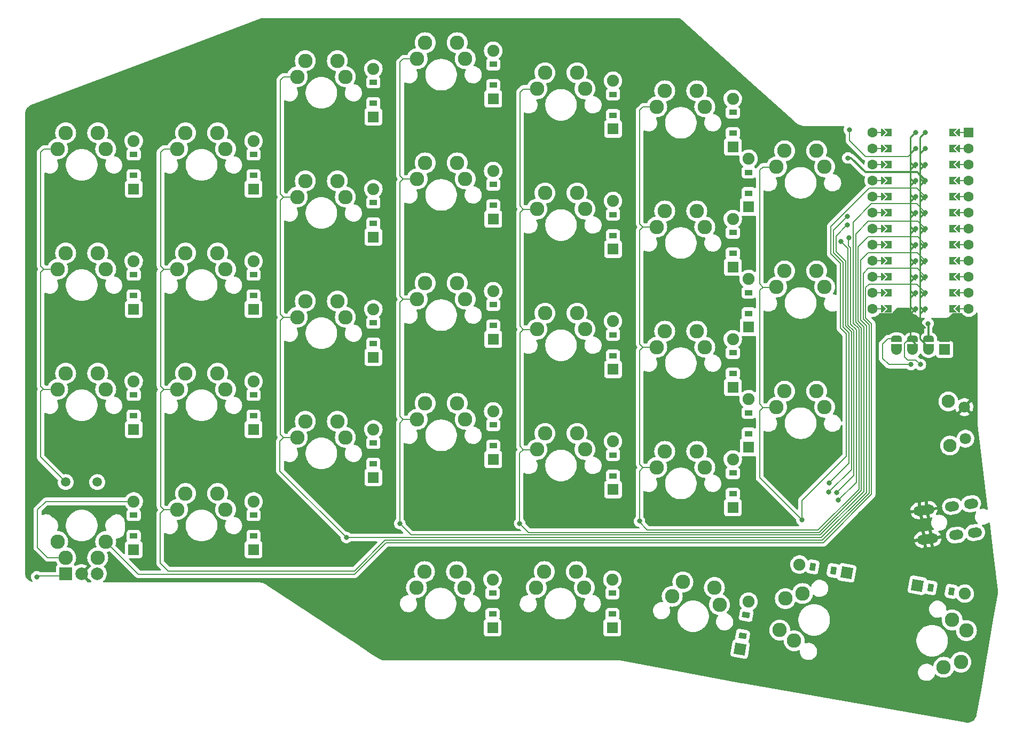
<source format=gbl>
G04 #@! TF.GenerationSoftware,KiCad,Pcbnew,6.0.5-a6ca702e91~116~ubuntu20.04.1*
G04 #@! TF.CreationDate,2022-08-09T06:44:48+00:00*
G04 #@! TF.ProjectId,spleeb,73706c65-6562-42e6-9b69-6361645f7063,v1.0.0*
G04 #@! TF.SameCoordinates,Original*
G04 #@! TF.FileFunction,Copper,L2,Bot*
G04 #@! TF.FilePolarity,Positive*
%FSLAX46Y46*%
G04 Gerber Fmt 4.6, Leading zero omitted, Abs format (unit mm)*
G04 Created by KiCad (PCBNEW 6.0.5-a6ca702e91~116~ubuntu20.04.1) date 2022-08-09 06:44:48*
%MOMM*%
%LPD*%
G01*
G04 APERTURE LIST*
G04 Aperture macros list*
%AMHorizOval*
0 Thick line with rounded ends*
0 $1 width*
0 $2 $3 position (X,Y) of the first rounded end (center of the circle)*
0 $4 $5 position (X,Y) of the second rounded end (center of the circle)*
0 Add line between two ends*
20,1,$1,$2,$3,$4,$5,0*
0 Add two circle primitives to create the rounded ends*
1,1,$1,$2,$3*
1,1,$1,$4,$5*%
%AMRotRect*
0 Rectangle, with rotation*
0 The origin of the aperture is its center*
0 $1 length*
0 $2 width*
0 $3 Rotation angle, in degrees counterclockwise*
0 Add horizontal line*
21,1,$1,$2,0,0,$3*%
%AMFreePoly0*
4,1,5,0.125000,-0.500000,-0.125000,-0.500000,-0.125000,0.500000,0.125000,0.500000,0.125000,-0.500000,0.125000,-0.500000,$1*%
%AMFreePoly1*
4,1,6,0.600000,0.200000,0.000000,-0.400000,-0.600000,0.200000,-0.600000,0.400000,0.600000,0.400000,0.600000,0.200000,0.600000,0.200000,$1*%
%AMFreePoly2*
4,1,6,0.600000,-0.250000,-0.600000,-0.250000,-0.600000,1.000000,0.000000,0.400000,0.600000,1.000000,0.600000,-0.250000,0.600000,-0.250000,$1*%
%AMFreePoly3*
4,1,49,0.004773,0.123721,0.009154,0.124665,0.028961,0.117240,0.062500,0.108253,0.068237,0.102516,0.075053,0.099961,0.087617,0.083136,0.108253,0.062500,0.111178,0.051584,0.117161,0.043572,0.118539,0.024114,0.125000,0.000000,0.121239,-0.014035,0.122131,-0.026629,0.113759,-0.041951,0.108253,-0.062500,0.095644,-0.075109,0.088389,-0.088388,-0.641000,-0.817776,-0.641000,-4.770224,
0.088389,-5.499612,0.109852,-5.528356,0.124665,-5.597154,0.099961,-5.663053,0.043572,-5.705161,-0.026629,-5.710131,-0.088388,-5.676389,-0.854388,-4.910388,-0.867707,-4.892552,-0.871189,-4.889530,-0.871982,-4.886826,-0.875852,-4.881644,-0.882331,-4.851549,-0.891000,-4.822000,-0.891000,-0.766000,-0.887805,-0.743969,-0.888131,-0.739371,-0.886780,-0.736898,-0.885852,-0.730498,-0.869151,-0.704632,
-0.854388,-0.677612,-0.088388,0.088389,-0.064606,0.106147,-0.062500,0.108253,-0.061385,0.108552,-0.059644,0.109852,-0.043806,0.113262,0.000000,0.125000,0.004773,0.123721,0.004773,0.123721,$1*%
%AMFreePoly4*
4,1,22,0.500000,-0.850000,0.000000,-0.850000,0.000000,-0.845033,-0.079941,-0.843568,-0.215256,-0.801293,-0.333266,-0.722738,-0.424486,-0.614219,-0.481581,-0.484460,-0.499164,-0.350000,-0.500000,-0.350000,-0.500000,0.350000,-0.499164,0.350000,-0.499963,0.356109,-0.478152,0.496186,-0.417904,0.624511,-0.324060,0.730769,-0.204165,0.806417,-0.067858,0.845374,0.000000,0.844959,0.000000,0.850000,
0.500000,0.850000,0.500000,-0.850000,0.500000,-0.850000,$1*%
%AMFreePoly5*
4,1,20,-0.850000,0.850000,0.000000,0.850000,0.115358,0.842136,0.293503,0.797719,0.457955,0.716085,0.601041,0.601041,0.716085,0.457955,0.797719,0.293503,0.842136,0.115358,0.850000,0.000000,0.842136,-0.115358,0.797719,-0.293503,0.716085,-0.457955,0.601041,-0.601041,0.457955,-0.716085,0.293503,-0.797719,0.115358,-0.842136,0.000000,-0.850000,-0.850000,-0.850000,-0.850000,0.850000,
-0.850000,0.850000,$1*%
G04 Aperture macros list end*
G04 #@! TA.AperFunction,ComponentPad*
%ADD10C,2.286000*%
G04 #@! TD*
G04 #@! TA.AperFunction,ComponentPad*
%ADD11RotRect,0.900000X1.200000X350.000000*%
G04 #@! TD*
G04 #@! TA.AperFunction,ComponentPad*
%ADD12C,1.905000*%
G04 #@! TD*
G04 #@! TA.AperFunction,ComponentPad*
%ADD13RotRect,1.778000X1.778000X350.000000*%
G04 #@! TD*
G04 #@! TA.AperFunction,ComponentPad*
%ADD14R,1.200000X0.900000*%
G04 #@! TD*
G04 #@! TA.AperFunction,ComponentPad*
%ADD15R,1.778000X1.778000*%
G04 #@! TD*
G04 #@! TA.AperFunction,ComponentPad*
%ADD16C,1.500000*%
G04 #@! TD*
G04 #@! TA.AperFunction,ComponentPad*
%ADD17R,2.000000X2.000000*%
G04 #@! TD*
G04 #@! TA.AperFunction,ComponentPad*
%ADD18C,2.000000*%
G04 #@! TD*
G04 #@! TA.AperFunction,ComponentPad*
%ADD19HorizOval,1.600000X-0.297260X-0.040455X0.297260X0.040455X0*%
G04 #@! TD*
G04 #@! TA.AperFunction,ComponentPad*
%ADD20C,1.600000*%
G04 #@! TD*
G04 #@! TA.AperFunction,SMDPad,CuDef*
%ADD21FreePoly0,270.000000*%
G04 #@! TD*
G04 #@! TA.AperFunction,SMDPad,CuDef*
%ADD22FreePoly1,90.000000*%
G04 #@! TD*
G04 #@! TA.AperFunction,SMDPad,CuDef*
%ADD23FreePoly0,90.000000*%
G04 #@! TD*
G04 #@! TA.AperFunction,SMDPad,CuDef*
%ADD24FreePoly1,270.000000*%
G04 #@! TD*
G04 #@! TA.AperFunction,ComponentPad*
%ADD25R,1.600000X1.600000*%
G04 #@! TD*
G04 #@! TA.AperFunction,ComponentPad*
%ADD26C,0.800000*%
G04 #@! TD*
G04 #@! TA.AperFunction,SMDPad,CuDef*
%ADD27FreePoly2,90.000000*%
G04 #@! TD*
G04 #@! TA.AperFunction,SMDPad,CuDef*
%ADD28FreePoly3,270.000000*%
G04 #@! TD*
G04 #@! TA.AperFunction,SMDPad,CuDef*
%ADD29FreePoly2,270.000000*%
G04 #@! TD*
G04 #@! TA.AperFunction,SMDPad,CuDef*
%ADD30FreePoly3,90.000000*%
G04 #@! TD*
G04 #@! TA.AperFunction,SMDPad,CuDef*
%ADD31FreePoly4,270.000000*%
G04 #@! TD*
G04 #@! TA.AperFunction,ComponentPad*
%ADD32R,1.700000X1.700000*%
G04 #@! TD*
G04 #@! TA.AperFunction,ComponentPad*
%ADD33FreePoly5,270.000000*%
G04 #@! TD*
G04 #@! TA.AperFunction,ComponentPad*
%ADD34C,1.800000*%
G04 #@! TD*
G04 #@! TA.AperFunction,ComponentPad*
%ADD35C,2.100000*%
G04 #@! TD*
G04 #@! TA.AperFunction,ComponentPad*
%ADD36RotRect,0.900000X1.200000X170.000000*%
G04 #@! TD*
G04 #@! TA.AperFunction,ComponentPad*
%ADD37RotRect,1.778000X1.778000X170.000000*%
G04 #@! TD*
G04 #@! TA.AperFunction,ComponentPad*
%ADD38RotRect,0.900000X1.200000X80.000000*%
G04 #@! TD*
G04 #@! TA.AperFunction,ComponentPad*
%ADD39RotRect,1.778000X1.778000X80.000000*%
G04 #@! TD*
G04 #@! TA.AperFunction,ViaPad*
%ADD40C,0.800000*%
G04 #@! TD*
G04 #@! TA.AperFunction,Conductor*
%ADD41C,0.200000*%
G04 #@! TD*
G04 #@! TA.AperFunction,Conductor*
%ADD42C,0.300000*%
G04 #@! TD*
G04 APERTURE END LIST*
D10*
G04 #@! TO.P,S18,1*
G04 #@! TO.N,index_home*
X73460000Y33655000D03*
X78540000Y33655000D03*
G04 #@! TO.P,S18,2*
G04 #@! TO.N,P19*
X72190000Y31115000D03*
X79810000Y31115000D03*
G04 #@! TD*
D11*
G04 #@! TO.P,D32,1*
G04 #@! TO.N,P9*
X134660062Y-9849416D03*
D12*
G04 #@! TO.N,far_mods*
X140037113Y-10797535D03*
D11*
G04 #@! TO.P,D32,2*
X137909928Y-10422454D03*
D13*
G04 #@! TO.N,P9*
X132532877Y-9474335D03*
G04 #@! TD*
D10*
G04 #@! TO.P,S26,1*
G04 #@! TO.N,extra_top*
X116540000Y40347500D03*
X111460000Y40347500D03*
G04 #@! TO.P,S26,2*
G04 #@! TO.N,P21*
X117810000Y37807500D03*
X110190000Y37807500D03*
G04 #@! TD*
D12*
G04 #@! TO.P,D27,1*
G04 #@! TO.N,extra_number*
X105750000Y58127500D03*
D14*
G04 #@! TO.N,P5*
X105750000Y52667500D03*
G04 #@! TO.P,D27,2*
G04 #@! TO.N,extra_number*
X105750000Y55967500D03*
D15*
G04 #@! TO.N,P5*
X105750000Y50507500D03*
G04 #@! TD*
D16*
G04 #@! TO.P,ROT1,1*
G04 #@! TO.N,P16*
X-2540000Y6880000D03*
G04 #@! TO.P,ROT1,2*
G04 #@! TO.N,outer_bottom*
X2460000Y6880000D03*
D17*
G04 #@! TO.P,ROT1,A*
G04 #@! TO.N,P1*
X-2540000Y-7620000D03*
D18*
G04 #@! TO.P,ROT1,B*
G04 #@! TO.N,P0*
X2460000Y-7620000D03*
G04 #@! TO.P,ROT1,C*
G04 #@! TO.N,GND*
X-40000Y-7620000D03*
G04 #@! TD*
D14*
G04 #@! TO.P,D3,1*
G04 #@! TO.N,P6*
X8250000Y36450000D03*
D12*
G04 #@! TO.N,outer_top*
X8250000Y41910000D03*
D15*
G04 #@! TO.P,D3,2*
G04 #@! TO.N,P6*
X8250000Y34290000D03*
D14*
G04 #@! TO.N,outer_top*
X8250000Y39750000D03*
G04 #@! TD*
D12*
G04 #@! TO.P,D5,1*
G04 #@! TO.N,pinky_bottom*
X27250000Y3810000D03*
D14*
G04 #@! TO.N,P8*
X27250000Y-1650000D03*
D15*
G04 #@! TO.P,D5,2*
X27250000Y-3810000D03*
D14*
G04 #@! TO.N,pinky_bottom*
X27250000Y1650000D03*
G04 #@! TD*
D12*
G04 #@! TO.P,D17,1*
G04 #@! TO.N,index_bottom*
X84250000Y13335000D03*
D14*
G04 #@! TO.N,P8*
X84250000Y7875000D03*
D15*
G04 #@! TO.P,D17,2*
X84250000Y5715000D03*
D14*
G04 #@! TO.N,index_bottom*
X84250000Y11175000D03*
G04 #@! TD*
G04 #@! TO.P,D23,1*
G04 #@! TO.N,P6*
X103250000Y43117500D03*
D12*
G04 #@! TO.N,inner_top*
X103250000Y48577500D03*
D15*
G04 #@! TO.P,D23,2*
G04 #@! TO.N,P6*
X103250000Y40957500D03*
D14*
G04 #@! TO.N,inner_top*
X103250000Y46417500D03*
G04 #@! TD*
D19*
G04 #@! TO.P,REF\u002A\u002A,1*
G04 #@! TO.N,GND*
X133611063Y-2195953D03*
X132990749Y2362031D03*
G04 #@! TO.P,REF\u002A\u002A,2*
X134080702Y2510367D03*
X134701016Y-2047616D03*
G04 #@! TO.P,REF\u002A\u002A,3*
G04 #@! TO.N,P4*
X138044165Y3049770D03*
X138664479Y-1508213D03*
G04 #@! TO.P,REF\u002A\u002A,4*
G04 #@! TO.N,VCC*
X141637077Y-1103660D03*
X141016763Y3454323D03*
G04 #@! TD*
D12*
G04 #@! TO.P,D29,1*
G04 #@! TO.N,mod_two_mods*
X84150000Y-8572500D03*
D14*
G04 #@! TO.N,P9*
X84150000Y-14032500D03*
G04 #@! TO.P,D29,2*
G04 #@! TO.N,mod_two_mods*
X84150000Y-10732500D03*
D15*
G04 #@! TO.N,P9*
X84150000Y-16192500D03*
G04 #@! TD*
D12*
G04 #@! TO.P,D19,1*
G04 #@! TO.N,index_top*
X84250000Y51435000D03*
D14*
G04 #@! TO.N,P6*
X84250000Y45975000D03*
G04 #@! TO.P,D19,2*
G04 #@! TO.N,index_top*
X84250000Y49275000D03*
D15*
G04 #@! TO.N,P6*
X84250000Y43815000D03*
G04 #@! TD*
D12*
G04 #@! TO.P,D11,1*
G04 #@! TO.N,ring_top*
X46250000Y53340000D03*
D14*
G04 #@! TO.N,P6*
X46250000Y47880000D03*
G04 #@! TO.P,D11,2*
G04 #@! TO.N,ring_top*
X46250000Y51180000D03*
D15*
G04 #@! TO.N,P6*
X46250000Y45720000D03*
G04 #@! TD*
D10*
G04 #@! TO.P,S30,1*
G04 #@! TO.N,near_mods*
X95330721Y-8938610D03*
X100333544Y-9820743D03*
G04 #@! TO.P,S30,2*
G04 #@! TO.N,P19*
X101143184Y-12542688D03*
X93638949Y-11219489D03*
G04 #@! TD*
D20*
G04 #@! TO.P,MCU1,*
G04 #@! TO.N,*
X140670000Y47047500D03*
D21*
X139400000Y36887500D03*
D22*
X127208000Y44507500D03*
D23*
X126700000Y34347500D03*
D20*
X140670000Y39427500D03*
D24*
X138892000Y41967500D03*
D20*
X125430000Y59747500D03*
D24*
X138892000Y54667500D03*
X138892000Y57207500D03*
D22*
X127208000Y39427500D03*
D24*
X138892000Y39427500D03*
D20*
X140670000Y36887500D03*
D23*
X126700000Y49587500D03*
D21*
X139400000Y54667500D03*
X139400000Y39427500D03*
X139400000Y49587500D03*
X139400000Y47047500D03*
D24*
X138892000Y36887500D03*
D22*
X127208000Y41967500D03*
D23*
X126700000Y39427500D03*
D20*
X125430000Y54667500D03*
D23*
X126700000Y57207500D03*
D20*
X140670000Y59747500D03*
X125430000Y44507500D03*
D21*
X139400000Y57207500D03*
X139400000Y44507500D03*
D22*
X127208000Y52127500D03*
D20*
X125430000Y52127500D03*
D22*
X127208000Y34347500D03*
D20*
X140670000Y62287500D03*
X140670000Y54667500D03*
X140670000Y44507500D03*
D22*
X127208000Y59747500D03*
D24*
X138892000Y34347500D03*
D21*
X139400000Y34347500D03*
D22*
X127208000Y47047500D03*
D23*
X126700000Y59747500D03*
X126700000Y36887500D03*
D20*
X125430000Y39427500D03*
X125430000Y36887500D03*
D21*
X139400000Y62287500D03*
D22*
X127208000Y49587500D03*
D24*
X138892000Y62287500D03*
D20*
X140670000Y57207500D03*
D23*
X126700000Y47047500D03*
X126700000Y41967500D03*
X126700000Y44507500D03*
D20*
X125430000Y41967500D03*
D23*
X126700000Y54667500D03*
D20*
X140670000Y34347500D03*
D22*
X127208000Y54667500D03*
D24*
X138892000Y44507500D03*
X138892000Y59747500D03*
D20*
X140670000Y41967500D03*
D24*
X138892000Y47047500D03*
D21*
X139400000Y59747500D03*
D20*
X140670000Y49587500D03*
D22*
X127208000Y36887500D03*
D24*
X138892000Y52127500D03*
D25*
X140670000Y62287500D03*
D22*
X127208000Y57207500D03*
D20*
X125430000Y57207500D03*
X140670000Y52127500D03*
X125430000Y34347500D03*
D24*
X138892000Y49587500D03*
D22*
X127208000Y62287500D03*
D20*
X125430000Y62287500D03*
X125430000Y49587500D03*
X125430000Y47047500D03*
D21*
X139400000Y41967500D03*
D23*
X126700000Y62287500D03*
D21*
X139400000Y52127500D03*
D23*
X126700000Y52127500D03*
D26*
G04 #@! TO.P,MCU1,1*
G04 #@! TO.N,RAW*
X133812000Y62287500D03*
D27*
X128224000Y62287500D03*
D28*
X133812000Y62287500D03*
G04 #@! TO.P,MCU1,2*
G04 #@! TO.N,GND*
X133812000Y59747500D03*
D26*
X133812000Y59747500D03*
D27*
X128224000Y59747500D03*
G04 #@! TO.P,MCU1,3*
G04 #@! TO.N,RST*
X128224000Y57207500D03*
D26*
X133812000Y57207500D03*
D28*
X133812000Y57207500D03*
D27*
G04 #@! TO.P,MCU1,4*
G04 #@! TO.N,VCC*
X128224000Y54667500D03*
D26*
X133812000Y54667500D03*
D28*
X133812000Y54667500D03*
D27*
G04 #@! TO.P,MCU1,5*
G04 #@! TO.N,P21*
X128224000Y52127500D03*
D26*
X133812000Y52127500D03*
D28*
X133812000Y52127500D03*
G04 #@! TO.P,MCU1,6*
G04 #@! TO.N,P20*
X133812000Y49587500D03*
D26*
X133812000Y49587500D03*
D27*
X128224000Y49587500D03*
G04 #@! TO.P,MCU1,7*
G04 #@! TO.N,P19*
X128224000Y47047500D03*
D28*
X133812000Y47047500D03*
D26*
X133812000Y47047500D03*
D27*
G04 #@! TO.P,MCU1,8*
G04 #@! TO.N,P18*
X128224000Y44507500D03*
D26*
X133812000Y44507500D03*
D28*
X133812000Y44507500D03*
D26*
G04 #@! TO.P,MCU1,9*
G04 #@! TO.N,P15*
X133812000Y41967500D03*
D27*
X128224000Y41967500D03*
D28*
X133812000Y41967500D03*
G04 #@! TO.P,MCU1,10*
G04 #@! TO.N,P14*
X133812000Y39427500D03*
D26*
X133812000Y39427500D03*
D27*
X128224000Y39427500D03*
D28*
G04 #@! TO.P,MCU1,11*
G04 #@! TO.N,P16*
X133812000Y36887500D03*
D26*
X133812000Y36887500D03*
D27*
X128224000Y36887500D03*
D28*
G04 #@! TO.P,MCU1,12*
G04 #@! TO.N,P10*
X133812000Y34347500D03*
D26*
X133812000Y34347500D03*
D27*
X128224000Y34347500D03*
D29*
G04 #@! TO.P,MCU1,13*
G04 #@! TO.N,P9*
X137876000Y34347500D03*
D26*
X132288000Y34347500D03*
D30*
X132288000Y34347500D03*
G04 #@! TO.P,MCU1,14*
G04 #@! TO.N,P8*
X132288000Y36887500D03*
D29*
X137876000Y36887500D03*
D26*
X132288000Y36887500D03*
D29*
G04 #@! TO.P,MCU1,15*
G04 #@! TO.N,P7*
X137876000Y39427500D03*
D30*
X132288000Y39427500D03*
D26*
X132288000Y39427500D03*
D29*
G04 #@! TO.P,MCU1,16*
G04 #@! TO.N,P6*
X137876000Y41967500D03*
D26*
X132288000Y41967500D03*
D30*
X132288000Y41967500D03*
D29*
G04 #@! TO.P,MCU1,17*
G04 #@! TO.N,P5*
X137876000Y44507500D03*
D30*
X132288000Y44507500D03*
D26*
X132288000Y44507500D03*
D30*
G04 #@! TO.P,MCU1,18*
G04 #@! TO.N,P4*
X132288000Y47047500D03*
D26*
X132288000Y47047500D03*
D29*
X137876000Y47047500D03*
D30*
G04 #@! TO.P,MCU1,19*
G04 #@! TO.N,P3*
X132288000Y49587500D03*
D26*
X132288000Y49587500D03*
D29*
X137876000Y49587500D03*
G04 #@! TO.P,MCU1,20*
G04 #@! TO.N,P2*
X137876000Y52127500D03*
D26*
X132288000Y52127500D03*
D30*
X132288000Y52127500D03*
G04 #@! TO.P,MCU1,21*
G04 #@! TO.N,GND*
X132288000Y54667500D03*
D26*
X132288000Y54667500D03*
D29*
X137876000Y54667500D03*
D30*
G04 #@! TO.P,MCU1,22*
X132288000Y57207500D03*
D26*
X132288000Y57207500D03*
D29*
X137876000Y57207500D03*
D26*
G04 #@! TO.P,MCU1,23*
G04 #@! TO.N,P0*
X132288000Y59747500D03*
D30*
X132288000Y59747500D03*
D29*
X137876000Y59747500D03*
G04 #@! TO.P,MCU1,24*
G04 #@! TO.N,P1*
X137876000Y62287500D03*
D30*
X132288000Y62287500D03*
D26*
X132288000Y62287500D03*
G04 #@! TD*
D10*
G04 #@! TO.P,S17,1*
G04 #@! TO.N,index_bottom*
X78540000Y14605000D03*
X73460000Y14605000D03*
G04 #@! TO.P,S17,2*
G04 #@! TO.N,P19*
X79810000Y12065000D03*
X72190000Y12065000D03*
G04 #@! TD*
D12*
G04 #@! TO.P,D22,1*
G04 #@! TO.N,inner_home*
X103250000Y29527500D03*
D14*
G04 #@! TO.N,P7*
X103250000Y24067500D03*
G04 #@! TO.P,D22,2*
G04 #@! TO.N,inner_home*
X103250000Y27367500D03*
D15*
G04 #@! TO.N,P7*
X103250000Y21907500D03*
G04 #@! TD*
D12*
G04 #@! TO.P,D10,1*
G04 #@! TO.N,ring_home*
X46250000Y34290000D03*
D14*
G04 #@! TO.N,P7*
X46250000Y28830000D03*
D15*
G04 #@! TO.P,D10,2*
X46250000Y26670000D03*
D14*
G04 #@! TO.N,ring_home*
X46250000Y32130000D03*
G04 #@! TD*
D10*
G04 #@! TO.P,S14,1*
G04 #@! TO.N,middle_home*
X54460000Y38417500D03*
X59540000Y38417500D03*
G04 #@! TO.P,S14,2*
G04 #@! TO.N,P18*
X53190000Y35877500D03*
X60810000Y35877500D03*
G04 #@! TD*
D14*
G04 #@! TO.P,D1,1*
G04 #@! TO.N,P8*
X8250000Y-1650000D03*
D12*
G04 #@! TO.N,outer_bottom*
X8250000Y3810000D03*
D15*
G04 #@! TO.P,D1,2*
G04 #@! TO.N,P8*
X8250000Y-3810000D03*
D14*
G04 #@! TO.N,outer_bottom*
X8250000Y1650000D03*
G04 #@! TD*
D10*
G04 #@! TO.P,S22,1*
G04 #@! TO.N,inner_home*
X92460000Y30797500D03*
X97540000Y30797500D03*
G04 #@! TO.P,S22,2*
G04 #@! TO.N,P20*
X91190000Y28257500D03*
X98810000Y28257500D03*
G04 #@! TD*
G04 #@! TO.P,S20,1*
G04 #@! TO.N,index_number*
X73460000Y71755000D03*
X78540000Y71755000D03*
G04 #@! TO.P,S20,2*
G04 #@! TO.N,P19*
X79810000Y69215000D03*
X72190000Y69215000D03*
G04 #@! TD*
D14*
G04 #@! TO.P,D24,1*
G04 #@! TO.N,P5*
X103250000Y62167500D03*
D12*
G04 #@! TO.N,inner_number*
X103250000Y67627500D03*
D14*
G04 #@! TO.P,D24,2*
X103250000Y65467500D03*
D15*
G04 #@! TO.N,P5*
X103250000Y60007500D03*
G04 #@! TD*
D10*
G04 #@! TO.P,S2,1*
G04 #@! TO.N,outer_home*
X-2540000Y24130000D03*
X2540000Y24130000D03*
G04 #@! TO.P,S2,2*
G04 #@! TO.N,P16*
X3810000Y21590000D03*
X-3810000Y21590000D03*
G04 #@! TD*
G04 #@! TO.P,S29,1*
G04 #@! TO.N,mod_two_mods*
X73360000Y-7302500D03*
X78440000Y-7302500D03*
G04 #@! TO.P,S29,2*
G04 #@! TO.N,P18*
X79710000Y-9842500D03*
X72090000Y-9842500D03*
G04 #@! TD*
D12*
G04 #@! TO.P,D15,1*
G04 #@! TO.N,middle_top*
X65250000Y56197500D03*
D14*
G04 #@! TO.N,P6*
X65250000Y50737500D03*
G04 #@! TO.P,D15,2*
G04 #@! TO.N,middle_top*
X65250000Y54037500D03*
D15*
G04 #@! TO.N,P6*
X65250000Y48577500D03*
G04 #@! TD*
D31*
G04 #@! TO.P,OLED1,1*
G04 #@! TO.N,P2*
X129230000Y29568500D03*
G04 #@! TO.P,OLED1,2*
G04 #@! TO.N,P3*
X131770000Y29568500D03*
G04 #@! TO.P,OLED1,3*
G04 #@! TO.N,VCC*
X134310000Y29568500D03*
G04 #@! TO.P,OLED1,4*
G04 #@! TO.N,GND*
X136850000Y29568500D03*
D32*
G04 #@! TO.P,OLED1,5*
G04 #@! TO.N,N/C*
X136850000Y27917500D03*
D33*
G04 #@! TO.P,OLED1,6*
X134310000Y27917500D03*
G04 #@! TO.P,OLED1,7*
X131770000Y27917500D03*
G04 #@! TO.P,OLED1,8*
X129230000Y27917500D03*
G04 #@! TD*
D10*
G04 #@! TO.P,S28,1*
G04 #@! TO.N,mod_one_mods*
X54360000Y-7302500D03*
X59440000Y-7302500D03*
G04 #@! TO.P,S28,2*
G04 #@! TO.N,P15*
X53090000Y-9842500D03*
X60710000Y-9842500D03*
G04 #@! TD*
G04 #@! TO.P,S10,1*
G04 #@! TO.N,ring_home*
X40540000Y35560000D03*
X35460000Y35560000D03*
G04 #@! TO.P,S10,2*
G04 #@! TO.N,P15*
X34190000Y33020000D03*
X41810000Y33020000D03*
G04 #@! TD*
G04 #@! TO.P,S8,1*
G04 #@! TO.N,pinky_number*
X16460000Y62230000D03*
X21540000Y62230000D03*
G04 #@! TO.P,S8,2*
G04 #@! TO.N,P14*
X22810000Y59690000D03*
X15190000Y59690000D03*
G04 #@! TD*
D12*
G04 #@! TO.P,D4,1*
G04 #@! TO.N,outer_number*
X8250000Y60960000D03*
D14*
G04 #@! TO.N,P5*
X8250000Y55500000D03*
D15*
G04 #@! TO.P,D4,2*
X8250000Y53340000D03*
D14*
G04 #@! TO.N,outer_number*
X8250000Y58800000D03*
G04 #@! TD*
G04 #@! TO.P,D12,1*
G04 #@! TO.N,P5*
X46250000Y66930000D03*
D12*
G04 #@! TO.N,ring_number*
X46250000Y72390000D03*
D15*
G04 #@! TO.P,D12,2*
G04 #@! TO.N,P5*
X46250000Y64770000D03*
D14*
G04 #@! TO.N,ring_number*
X46250000Y70230000D03*
G04 #@! TD*
D12*
G04 #@! TO.P,D20,1*
G04 #@! TO.N,index_number*
X84250000Y70485000D03*
D14*
G04 #@! TO.N,P5*
X84250000Y65025000D03*
D15*
G04 #@! TO.P,D20,2*
X84250000Y62865000D03*
D14*
G04 #@! TO.N,index_number*
X84250000Y68325000D03*
G04 #@! TD*
D10*
G04 #@! TO.P,S23,1*
G04 #@! TO.N,inner_top*
X92460000Y49847500D03*
X97540000Y49847500D03*
G04 #@! TO.P,S23,2*
G04 #@! TO.N,P20*
X91190000Y47307500D03*
X98810000Y47307500D03*
G04 #@! TD*
G04 #@! TO.P,S9,1*
G04 #@! TO.N,ring_bottom*
X35460000Y16510000D03*
X40540000Y16510000D03*
G04 #@! TO.P,S9,2*
G04 #@! TO.N,P15*
X34190000Y13970000D03*
X41810000Y13970000D03*
G04 #@! TD*
D14*
G04 #@! TO.P,D21,1*
G04 #@! TO.N,P8*
X103250000Y5017500D03*
D12*
G04 #@! TO.N,inner_bottom*
X103250000Y10477500D03*
D14*
G04 #@! TO.P,D21,2*
X103250000Y8317500D03*
D15*
G04 #@! TO.N,P8*
X103250000Y2857500D03*
G04 #@! TD*
D12*
G04 #@! TO.P,D26,1*
G04 #@! TO.N,extra_top*
X105750000Y39077500D03*
D14*
G04 #@! TO.N,P6*
X105750000Y33617500D03*
G04 #@! TO.P,D26,2*
G04 #@! TO.N,extra_top*
X105750000Y36917500D03*
D15*
G04 #@! TO.N,P6*
X105750000Y31457500D03*
G04 #@! TD*
D10*
G04 #@! TO.P,S13,1*
G04 #@! TO.N,middle_bottom*
X59540000Y19367500D03*
X54460000Y19367500D03*
G04 #@! TO.P,S13,2*
G04 #@! TO.N,P18*
X60810000Y16827500D03*
X53190000Y16827500D03*
G04 #@! TD*
G04 #@! TO.P,S16,1*
G04 #@! TO.N,middle_number*
X54460000Y76517500D03*
X59540000Y76517500D03*
G04 #@! TO.P,S16,2*
G04 #@! TO.N,P18*
X53190000Y73977500D03*
X60810000Y73977500D03*
G04 #@! TD*
G04 #@! TO.P,S6,1*
G04 #@! TO.N,pinky_home*
X16460000Y24130000D03*
X21540000Y24130000D03*
G04 #@! TO.P,S6,2*
G04 #@! TO.N,P14*
X15190000Y21590000D03*
X22810000Y21590000D03*
G04 #@! TD*
D12*
G04 #@! TO.P,D28,1*
G04 #@! TO.N,mod_one_mods*
X65150000Y-8572500D03*
D14*
G04 #@! TO.N,P9*
X65150000Y-14032500D03*
D15*
G04 #@! TO.P,D28,2*
X65150000Y-16192500D03*
D14*
G04 #@! TO.N,mod_one_mods*
X65150000Y-10732500D03*
G04 #@! TD*
D34*
G04 #@! TO.P,B1,1*
G04 #@! TO.N,RST*
X140136487Y13762647D03*
G04 #@! TO.P,B1,2*
G04 #@! TO.N,GND*
X139961990Y18759601D03*
D35*
G04 #@! TO.P,B1,MP*
G04 #@! TO.N,N/C*
X137672910Y12676008D03*
X137428613Y19671744D03*
G04 #@! TD*
D12*
G04 #@! TO.P,D31,1*
G04 #@! TO.N,home_mods*
X113821530Y-6175020D03*
D36*
G04 #@! TO.N,P9*
X119198581Y-7123139D03*
D37*
G04 #@! TO.P,D31,2*
X121325766Y-7498220D03*
D36*
G04 #@! TO.N,home_mods*
X115948715Y-6550101D03*
G04 #@! TD*
D10*
G04 #@! TO.P,S15,1*
G04 #@! TO.N,middle_top*
X59540000Y57467500D03*
X54460000Y57467500D03*
G04 #@! TO.P,S15,2*
G04 #@! TO.N,P18*
X53190000Y54927500D03*
X60810000Y54927500D03*
G04 #@! TD*
D14*
G04 #@! TO.P,D25,1*
G04 #@! TO.N,P7*
X105750000Y14567500D03*
D12*
G04 #@! TO.N,extra_home*
X105750000Y20027500D03*
D14*
G04 #@! TO.P,D25,2*
X105750000Y17867500D03*
D15*
G04 #@! TO.N,P7*
X105750000Y12407500D03*
G04 #@! TD*
D10*
G04 #@! TO.P,S12,1*
G04 #@! TO.N,ring_number*
X40540000Y73660000D03*
X35460000Y73660000D03*
G04 #@! TO.P,S12,2*
G04 #@! TO.N,P15*
X34190000Y71120000D03*
X41810000Y71120000D03*
G04 #@! TD*
G04 #@! TO.P,S24,1*
G04 #@! TO.N,inner_number*
X92460000Y68897500D03*
X97540000Y68897500D03*
G04 #@! TO.P,S24,2*
G04 #@! TO.N,P20*
X91190000Y66357500D03*
X98810000Y66357500D03*
G04 #@! TD*
D14*
G04 #@! TO.P,D8,1*
G04 #@! TO.N,P5*
X27250000Y55500000D03*
D12*
G04 #@! TO.N,pinky_number*
X27250000Y60960000D03*
D15*
G04 #@! TO.P,D8,2*
G04 #@! TO.N,P5*
X27250000Y53340000D03*
D14*
G04 #@! TO.N,pinky_number*
X27250000Y58800000D03*
G04 #@! TD*
D10*
G04 #@! TO.P,S25,1*
G04 #@! TO.N,extra_home*
X116540000Y21297500D03*
X111460000Y21297500D03*
G04 #@! TO.P,S25,2*
G04 #@! TO.N,P21*
X110190000Y18757500D03*
X117810000Y18757500D03*
G04 #@! TD*
G04 #@! TO.P,S11,1*
G04 #@! TO.N,ring_top*
X35460000Y54610000D03*
X40540000Y54610000D03*
G04 #@! TO.P,S11,2*
G04 #@! TO.N,P15*
X41810000Y52070000D03*
X34190000Y52070000D03*
G04 #@! TD*
D12*
G04 #@! TO.P,D2,1*
G04 #@! TO.N,outer_home*
X8250000Y22860000D03*
D14*
G04 #@! TO.N,P7*
X8250000Y17400000D03*
D15*
G04 #@! TO.P,D2,2*
X8250000Y15240000D03*
D14*
G04 #@! TO.N,outer_home*
X8250000Y20700000D03*
G04 #@! TD*
D10*
G04 #@! TO.P,S21,1*
G04 #@! TO.N,inner_bottom*
X97540000Y11747500D03*
X92460000Y11747500D03*
G04 #@! TO.P,S21,2*
G04 #@! TO.N,P20*
X98810000Y9207500D03*
X91190000Y9207500D03*
G04 #@! TD*
D12*
G04 #@! TO.P,D6,1*
G04 #@! TO.N,pinky_home*
X27250000Y22860000D03*
D14*
G04 #@! TO.N,P7*
X27250000Y17400000D03*
G04 #@! TO.P,D6,2*
G04 #@! TO.N,pinky_home*
X27250000Y20700000D03*
D15*
G04 #@! TO.N,P7*
X27250000Y15240000D03*
G04 #@! TD*
D10*
G04 #@! TO.P,S1,1*
G04 #@! TO.N,outer_bottom*
X2540000Y-5080000D03*
X-2540000Y-5080000D03*
G04 #@! TO.P,S1,2*
G04 #@! TO.N,P16*
X3810000Y-2540000D03*
X-3810000Y-2540000D03*
G04 #@! TD*
G04 #@! TO.P,S27,1*
G04 #@! TO.N,extra_number*
X111460000Y59397500D03*
X116540000Y59397500D03*
G04 #@! TO.P,S27,2*
G04 #@! TO.N,P21*
X117810000Y56857500D03*
X110190000Y56857500D03*
G04 #@! TD*
D12*
G04 #@! TO.P,D14,1*
G04 #@! TO.N,middle_home*
X65250000Y37147500D03*
D14*
G04 #@! TO.N,P7*
X65250000Y31687500D03*
D15*
G04 #@! TO.P,D14,2*
X65250000Y29527500D03*
D14*
G04 #@! TO.N,middle_home*
X65250000Y34987500D03*
G04 #@! TD*
D10*
G04 #@! TO.P,S31,1*
G04 #@! TO.N,home_mods*
X110697160Y-16580563D03*
X111579293Y-11577740D03*
G04 #@! TO.P,S31,2*
G04 #@! TO.N,P20*
X114301238Y-10768100D03*
X112978039Y-18272335D03*
G04 #@! TD*
G04 #@! TO.P,S5,1*
G04 #@! TO.N,pinky_bottom*
X16460000Y5080000D03*
X21540000Y5080000D03*
G04 #@! TO.P,S5,2*
G04 #@! TO.N,P14*
X22810000Y2540000D03*
X15190000Y2540000D03*
G04 #@! TD*
D14*
G04 #@! TO.P,D18,1*
G04 #@! TO.N,P7*
X84250000Y26925000D03*
D12*
G04 #@! TO.N,index_home*
X84250000Y32385000D03*
D15*
G04 #@! TO.P,D18,2*
G04 #@! TO.N,P7*
X84250000Y24765000D03*
D14*
G04 #@! TO.N,index_home*
X84250000Y30225000D03*
G04 #@! TD*
D10*
G04 #@! TO.P,S19,1*
G04 #@! TO.N,index_top*
X78540000Y52705000D03*
X73460000Y52705000D03*
G04 #@! TO.P,S19,2*
G04 #@! TO.N,P19*
X79810000Y50165000D03*
X72190000Y50165000D03*
G04 #@! TD*
D12*
G04 #@! TO.P,D7,1*
G04 #@! TO.N,pinky_top*
X27250000Y41910000D03*
D14*
G04 #@! TO.N,P6*
X27250000Y36450000D03*
D15*
G04 #@! TO.P,D7,2*
X27250000Y34290000D03*
D14*
G04 #@! TO.N,pinky_top*
X27250000Y39750000D03*
G04 #@! TD*
D10*
G04 #@! TO.P,S32,1*
G04 #@! TO.N,far_mods*
X140296288Y-16641320D03*
X139414155Y-21644143D03*
G04 #@! TO.P,S32,2*
G04 #@! TO.N,P21*
X138015409Y-14949548D03*
X136692210Y-22453783D03*
G04 #@! TD*
D12*
G04 #@! TO.P,D30,1*
G04 #@! TO.N,near_mods*
X105736264Y-12062980D03*
D38*
G04 #@! TO.N,P9*
X104788145Y-17440031D03*
D39*
G04 #@! TO.P,D30,2*
X104413064Y-19567216D03*
D38*
G04 #@! TO.N,near_mods*
X105361183Y-14190165D03*
G04 #@! TD*
D12*
G04 #@! TO.P,D13,1*
G04 #@! TO.N,middle_bottom*
X65250000Y18097500D03*
D14*
G04 #@! TO.N,P8*
X65250000Y12637500D03*
D15*
G04 #@! TO.P,D13,2*
X65250000Y10477500D03*
D14*
G04 #@! TO.N,middle_bottom*
X65250000Y15937500D03*
G04 #@! TD*
D10*
G04 #@! TO.P,S4,1*
G04 #@! TO.N,outer_number*
X2540000Y62230000D03*
X-2540000Y62230000D03*
G04 #@! TO.P,S4,2*
G04 #@! TO.N,P16*
X-3810000Y59690000D03*
X3810000Y59690000D03*
G04 #@! TD*
G04 #@! TO.P,S3,1*
G04 #@! TO.N,outer_top*
X-2540000Y43180000D03*
X2540000Y43180000D03*
G04 #@! TO.P,S3,2*
G04 #@! TO.N,P16*
X-3810000Y40640000D03*
X3810000Y40640000D03*
G04 #@! TD*
G04 #@! TO.P,S7,1*
G04 #@! TO.N,pinky_top*
X21540000Y43180000D03*
X16460000Y43180000D03*
G04 #@! TO.P,S7,2*
G04 #@! TO.N,P14*
X15190000Y40640000D03*
X22810000Y40640000D03*
G04 #@! TD*
D12*
G04 #@! TO.P,D16,1*
G04 #@! TO.N,middle_number*
X65250000Y75247500D03*
D14*
G04 #@! TO.N,P5*
X65250000Y69787500D03*
G04 #@! TO.P,D16,2*
G04 #@! TO.N,middle_number*
X65250000Y73087500D03*
D15*
G04 #@! TO.N,P5*
X65250000Y67627500D03*
G04 #@! TD*
D12*
G04 #@! TO.P,D9,1*
G04 #@! TO.N,ring_bottom*
X46250000Y15240000D03*
D14*
G04 #@! TO.N,P8*
X46250000Y9780000D03*
G04 #@! TO.P,D9,2*
G04 #@! TO.N,ring_bottom*
X46250000Y13080000D03*
D15*
G04 #@! TO.N,P8*
X46250000Y7620000D03*
G04 #@! TD*
D40*
G04 #@! TO.N,P1*
X-7119622Y-8119622D03*
G04 #@! TO.N,P0*
X121750000Y62750000D03*
G04 #@! TO.N,GND*
X119750000Y59750000D03*
X129270000Y32000000D03*
G04 #@! TO.N,P15*
X41975000Y-1900000D03*
G04 #@! TO.N,P18*
X50450000Y300000D03*
G04 #@! TO.N,P19*
X69450000Y350000D03*
G04 #@! TO.N,P20*
X88450000Y700000D03*
G04 #@! TO.N,P21*
X114200000Y900000D03*
G04 #@! TO.N,RST*
X119750000Y5250000D03*
X120400000Y45000000D03*
G04 #@! TO.N,VCC*
X134200000Y32000000D03*
X121500000Y58250000D03*
G04 #@! TO.N,P2*
X131500000Y25500000D03*
X121400000Y49000000D03*
X118500000Y6750000D03*
G04 #@! TO.N,P3*
X118473311Y5290034D03*
X121400000Y47600000D03*
X133000000Y25500000D03*
G04 #@! TO.N,P4*
X120000000Y4000000D03*
X121630500Y45600000D03*
G04 #@! TD*
D41*
G04 #@! TO.N,outer_bottom*
X-7000000Y2525000D02*
X-5715000Y3810000D01*
X-5715000Y3810000D02*
X8250000Y3810000D01*
X-2540000Y-5080000D02*
X-5420000Y-5080000D01*
X-5420000Y-5080000D02*
X-7000000Y-3500000D01*
X-7000000Y-3500000D02*
X-7000000Y2525000D01*
G04 #@! TO.N,P16*
X8995000Y-7725000D02*
X43275000Y-7725000D01*
X-6000000Y21550000D02*
X-6175000Y21550000D01*
X-6525000Y21200000D02*
X-6525000Y10865000D01*
X3810000Y-2540000D02*
X8995000Y-7725000D01*
X-6525000Y10865000D02*
X-2540000Y6880000D01*
X43275000Y-7725000D02*
X48250001Y-2750000D01*
X125250000Y32000000D02*
X124330000Y32920000D01*
X124875000Y38250000D02*
X132449500Y38250000D01*
X125250000Y4926601D02*
X125250000Y32000000D01*
X132449500Y38250000D02*
X133812000Y36887500D01*
X117573399Y-2750000D02*
X125250000Y4926601D01*
X124330000Y37705000D02*
X124875000Y38250000D01*
X-6000000Y40600000D02*
X-6500000Y40100000D01*
X-6500000Y22100000D02*
X-6000000Y21550000D01*
X-4000000Y59650000D02*
X-6000000Y59650000D01*
X124330000Y32920000D02*
X124330000Y37705000D01*
X-6500000Y41150000D02*
X-6000000Y40600000D01*
X-4000000Y40600000D02*
X-6000000Y40600000D01*
X-6500000Y40100000D02*
X-6500000Y22100000D01*
X-6175000Y21550000D02*
X-6525000Y21200000D01*
X-6500000Y59150000D02*
X-6500000Y41150000D01*
X48250001Y-2750000D02*
X117573399Y-2750000D01*
X-4000000Y21550000D02*
X-6000000Y21550000D01*
X-6000000Y59650000D02*
X-6500000Y59150000D01*
G04 #@! TO.N,P1*
X-2920000Y-8000000D02*
X-2540000Y-7620000D01*
X-7000000Y-8000000D02*
X-2920000Y-8000000D01*
X-7119622Y-8119622D02*
X-7000000Y-8000000D01*
G04 #@! TO.N,P0*
X121750000Y61000000D02*
X124250000Y58500000D01*
X124250000Y58500000D02*
X131040500Y58500000D01*
X131040500Y58500000D02*
X132288000Y59747500D01*
X121750000Y62750000D02*
X121750000Y61000000D01*
G04 #@! TO.N,P14*
X48084315Y-2350000D02*
X117407713Y-2350000D01*
X13050000Y2500000D02*
X12450000Y1900000D01*
X132489500Y40750000D02*
X133812000Y39427500D01*
X12450000Y-5950000D02*
X13700000Y-7200000D01*
X124750000Y40750000D02*
X132489500Y40750000D01*
X13700000Y-7200000D02*
X43234314Y-7200000D01*
X13050000Y2500000D02*
X13000000Y2500000D01*
X117407713Y-2350000D02*
X124850000Y5092287D01*
X15000000Y2500000D02*
X13050000Y2500000D01*
X12450000Y1900000D02*
X12450000Y-5950000D01*
X123930000Y39930000D02*
X124750000Y40750000D01*
X12500000Y22100000D02*
X13000000Y21550000D01*
X123930000Y32754315D02*
X123930000Y39930000D01*
X43234314Y-7200000D02*
X48084315Y-2350000D01*
X12500000Y21050000D02*
X12500000Y3050000D01*
X13000000Y59650000D02*
X12500000Y59150000D01*
X13000000Y21550000D02*
X12500000Y21050000D01*
X12500000Y59150000D02*
X12500000Y41150000D01*
X12500000Y3050000D02*
X13000000Y2500000D01*
X124850000Y5092287D02*
X124850000Y31834315D01*
X12500000Y40100000D02*
X12500000Y22100000D01*
X15000000Y40600000D02*
X13000000Y40600000D01*
X12500000Y41150000D02*
X13000000Y40600000D01*
X124850000Y31834315D02*
X123930000Y32754315D01*
X15000000Y21550000D02*
X13000000Y21550000D01*
X15000000Y2500000D02*
X13000000Y2500000D01*
X13000000Y40600000D02*
X12500000Y40100000D01*
X15000000Y59650000D02*
X13000000Y59650000D01*
G04 #@! TO.N,P15*
X123530000Y42030000D02*
X124750000Y43250000D01*
X41975000Y-1900000D02*
X117292032Y-1900000D01*
X124450000Y31668630D02*
X123530000Y32588630D01*
X32000000Y13930000D02*
X31450000Y13380000D01*
X132529500Y43250000D02*
X133812000Y41967500D01*
X124750000Y43250000D02*
X132529500Y43250000D01*
X124450000Y5257968D02*
X124450000Y31668630D01*
X31450000Y13380000D02*
X31450000Y8625000D01*
X34000000Y32980000D02*
X32000000Y32980000D01*
X123530000Y32588630D02*
X123530000Y42030000D01*
X31450000Y8625000D02*
X41975000Y-1900000D01*
X31500000Y14480000D02*
X32000000Y13930000D01*
X117292032Y-1900000D02*
X124450000Y5257968D01*
X31500000Y33530000D02*
X32000000Y32980000D01*
X31500000Y70580000D02*
X31500000Y52580000D01*
X32000000Y32980000D02*
X31500000Y32480000D01*
X32000000Y71080000D02*
X31500000Y70580000D01*
X31500000Y51530000D02*
X31500000Y33530000D01*
X34000000Y52030000D02*
X32000000Y52030000D01*
X31500000Y52580000D02*
X32000000Y52030000D01*
X34000000Y13930000D02*
X32000000Y13930000D01*
X32000000Y52030000D02*
X31500000Y51530000D01*
X34000000Y71080000D02*
X32000000Y71080000D01*
X31500000Y32480000D02*
X31500000Y14480000D01*
G04 #@! TO.N,P18*
X51000000Y16787500D02*
X50450000Y16237500D01*
X123130000Y44130000D02*
X124750000Y45750000D01*
X50450000Y300000D02*
X52250000Y-1500000D01*
X132569500Y45750000D02*
X133812000Y44507500D01*
X124050000Y31502944D02*
X123130000Y32422945D01*
X124750000Y45750000D02*
X132569500Y45750000D01*
X117126346Y-1500000D02*
X124050000Y5423654D01*
X52250000Y-1500000D02*
X117126346Y-1500000D01*
X123130000Y32422945D02*
X123130000Y44130000D01*
X53000000Y35837500D02*
X51000000Y35837500D01*
X50450000Y16237500D02*
X50450000Y300000D01*
X50500000Y55437500D02*
X51000000Y54887500D01*
X51000000Y73937500D02*
X50500000Y73437500D01*
X124050000Y5423654D02*
X124050000Y31502944D01*
X53000000Y73937500D02*
X51000000Y73937500D01*
X53000000Y16787500D02*
X51000000Y16787500D01*
X50500000Y36387500D02*
X51000000Y35837500D01*
X53000000Y54887500D02*
X51000000Y54887500D01*
X51000000Y54887500D02*
X50500000Y54387500D01*
X50500000Y35337500D02*
X50500000Y17337500D01*
X50500000Y54387500D02*
X50500000Y36387500D01*
X50500000Y73437500D02*
X50500000Y55437500D01*
X50500000Y17337500D02*
X51000000Y16787500D01*
X51000000Y35837500D02*
X50500000Y35337500D01*
G04 #@! TO.N,P19*
X116960660Y-1100000D02*
X123650000Y5589340D01*
X70000000Y12025000D02*
X69450000Y11475000D01*
X122730000Y46230000D02*
X124750000Y48250000D01*
X132609500Y48250000D02*
X133812000Y47047500D01*
X69450000Y500000D02*
X69450000Y350000D01*
X123650000Y31337258D02*
X122730000Y32257260D01*
X123650000Y5589340D02*
X123650000Y31337258D01*
X72000000Y69175000D02*
X70000000Y69175000D01*
X69450000Y350000D02*
X70900000Y-1100000D01*
X69450000Y11475000D02*
X69450000Y500000D01*
X70900000Y-1100000D02*
X116960660Y-1100000D01*
X124750000Y48250000D02*
X132609500Y48250000D01*
X70000000Y50125000D02*
X69500000Y49625000D01*
X69500000Y30575000D02*
X69500000Y12575000D01*
X72000000Y31075000D02*
X70000000Y31075000D01*
X70000000Y31075000D02*
X69500000Y30575000D01*
X72000000Y12025000D02*
X70000000Y12025000D01*
X72000000Y50125000D02*
X70000000Y50125000D01*
X70000000Y69175000D02*
X69500000Y68675000D01*
X69500000Y49625000D02*
X69500000Y31625000D01*
X69500000Y68675000D02*
X69500000Y50675000D01*
X122730000Y32257260D02*
X122730000Y46230000D01*
X69500000Y31625000D02*
X70000000Y31075000D01*
X69500000Y50675000D02*
X70000000Y50125000D01*
X69500000Y12575000D02*
X70000000Y12025000D01*
G04 #@! TO.N,P20*
X122330000Y48080000D02*
X125250000Y51000000D01*
X123250000Y31171573D02*
X122330000Y32091575D01*
X88450000Y700000D02*
X88450000Y550000D01*
X132399500Y51000000D02*
X133812000Y49587500D01*
X122330000Y32091575D02*
X122330000Y48080000D01*
X88450000Y8617500D02*
X88450000Y700000D01*
X88450000Y550000D02*
X89700000Y-700000D01*
X125250000Y51000000D02*
X132399500Y51000000D01*
X123250000Y5755026D02*
X123250000Y31171573D01*
X89700000Y-700000D02*
X116794974Y-700000D01*
X116794974Y-700000D02*
X123250000Y5755026D01*
X89000000Y9167500D02*
X88450000Y8617500D01*
X91000000Y9167500D02*
X89000000Y9167500D01*
X88500000Y46767500D02*
X88500000Y28767500D01*
X88500000Y28767500D02*
X89000000Y28217500D01*
X91000000Y66317500D02*
X89000000Y66317500D01*
X88500000Y9717500D02*
X89000000Y9167500D01*
X88500000Y27717500D02*
X88500000Y9717500D01*
X91000000Y47267500D02*
X89000000Y47267500D01*
X89000000Y66317500D02*
X88500000Y65817500D01*
X89000000Y47267500D02*
X88500000Y46767500D01*
X91000000Y28217500D02*
X89000000Y28217500D01*
X88500000Y47817500D02*
X89000000Y47267500D01*
X88500000Y65817500D02*
X88500000Y47817500D01*
X89000000Y28217500D02*
X88500000Y27717500D01*
G04 #@! TO.N,P21*
X108000000Y18717500D02*
X108000000Y18700000D01*
X114200000Y3950000D02*
X114200000Y900000D01*
X121250000Y30343148D02*
X121250000Y11000000D01*
X120330000Y31263150D02*
X121250000Y30343148D01*
X132439500Y53500000D02*
X124900000Y53500000D01*
X120330000Y41538628D02*
X120330000Y31263150D01*
X107500000Y18200000D02*
X107500000Y7600000D01*
X108000000Y18700000D02*
X107500000Y18200000D01*
X133812000Y52127500D02*
X132439500Y53500000D01*
X118800000Y43068628D02*
X120330000Y41538628D01*
X124900000Y53500000D02*
X118800000Y47400000D01*
X121250000Y11000000D02*
X114200000Y3950000D01*
X107500000Y7600000D02*
X114200000Y900000D01*
X110000000Y56817500D02*
X108000000Y56817500D01*
X110000000Y37767500D02*
X108000000Y37767500D01*
X108000000Y37767500D02*
X107500000Y37267500D01*
X107500000Y38317500D02*
X108000000Y37767500D01*
X110000000Y18717500D02*
X108000000Y18717500D01*
X107500000Y56317500D02*
X107500000Y38317500D01*
X107500000Y37267500D02*
X107500000Y19267500D01*
X108000000Y56817500D02*
X107500000Y56317500D01*
X118800000Y47400000D02*
X118800000Y43068628D01*
X107500000Y19267500D02*
X108000000Y18717500D01*
G04 #@! TO.N,RST*
X122450000Y7950000D02*
X119750000Y5250000D01*
X120400000Y45000000D02*
X121530000Y43870000D01*
X122450000Y30840203D02*
X122450000Y7950000D01*
X121530000Y43870000D02*
X121530000Y31760205D01*
X121530000Y31760205D02*
X122450000Y30840203D01*
D42*
G04 #@! TO.N,VCC*
X121500000Y58250000D02*
X122000000Y58250000D01*
X122000000Y58250000D02*
X124250000Y56000000D01*
X132479500Y56000000D02*
X133812000Y54667500D01*
X124250000Y56000000D02*
X132479500Y56000000D01*
X134250000Y29341750D02*
X134250000Y31950000D01*
X134250000Y31950000D02*
X134200000Y32000000D01*
D41*
G04 #@! TO.N,P2*
X131500000Y25500000D02*
X128000000Y25500000D01*
X121650000Y30508833D02*
X121650000Y9900000D01*
X127000000Y26500000D02*
X127000000Y28750000D01*
X121650000Y9900000D02*
X118500000Y6750000D01*
X127818500Y29568500D02*
X129230000Y29568500D01*
X120730000Y31428835D02*
X121650000Y30508833D01*
X119200000Y46800000D02*
X119200000Y43234314D01*
X127000000Y28750000D02*
X127818500Y29568500D01*
X121400000Y49000000D02*
X119200000Y46800000D01*
X128000000Y25500000D02*
X127000000Y26500000D01*
X119200000Y43234314D02*
X120730000Y41704314D01*
X120730000Y41704314D02*
X120730000Y31428835D01*
G04 #@! TO.N,P3*
X131000000Y26250000D02*
X130500000Y26750000D01*
X121360050Y47600000D02*
X119600000Y45839950D01*
X121130000Y31594520D02*
X122050000Y30674518D01*
X122050000Y30674518D02*
X122050000Y8866723D01*
X130500000Y28875000D02*
X131193500Y29568500D01*
X122050000Y8866723D02*
X118473311Y5290034D01*
X119600000Y45839950D02*
X119600000Y43400000D01*
X130500000Y26750000D02*
X130500000Y28875000D01*
X131193500Y29568500D02*
X131770000Y29568500D01*
X132250000Y26250000D02*
X131000000Y26250000D01*
X119600000Y43400000D02*
X121130000Y41870000D01*
X133000000Y25500000D02*
X132250000Y26250000D01*
X121130000Y41870000D02*
X121130000Y31594520D01*
X121400000Y47600000D02*
X121360050Y47600000D01*
G04 #@! TO.N,P4*
X122850000Y6850000D02*
X120000000Y4000000D01*
X121600000Y45569500D02*
X121600000Y44365686D01*
X122850000Y31005888D02*
X122850000Y6850000D01*
X121930000Y31925888D02*
X122850000Y31005888D01*
X121600000Y44365686D02*
X121930000Y44035685D01*
X121630500Y45600000D02*
X121600000Y45569500D01*
X121930000Y44035685D02*
X121930000Y31925888D01*
G04 #@! TD*
G04 #@! TA.AperFunction,Conductor*
G04 #@! TO.N,GND*
G36*
X131317307Y34454769D02*
G01*
X131363800Y34401113D01*
X131374811Y34350496D01*
X131374496Y34347500D01*
X131375186Y34340935D01*
X131391952Y34181419D01*
X131394458Y34157572D01*
X131453473Y33975944D01*
X131548960Y33810556D01*
X131553378Y33805649D01*
X131553379Y33805648D01*
X131641043Y33708287D01*
X131676747Y33668634D01*
X131736081Y33625525D01*
X131816195Y33567319D01*
X131831248Y33556382D01*
X131837276Y33553698D01*
X131837278Y33553697D01*
X131989275Y33486024D01*
X132005712Y33478706D01*
X132084613Y33461935D01*
X132186056Y33440372D01*
X132186061Y33440372D01*
X132192513Y33439000D01*
X132241011Y33439000D01*
X132309132Y33418998D01*
X132330106Y33402095D01*
X132547851Y33184350D01*
X132555410Y33174952D01*
X132555678Y33175183D01*
X132561558Y33168369D01*
X132566413Y33160783D01*
X132592011Y33138507D01*
X132604705Y33127460D01*
X132608418Y33123165D01*
X132608495Y33123254D01*
X132611779Y33120408D01*
X132611786Y33120415D01*
X132615070Y33117131D01*
X132618676Y33114431D01*
X132622146Y33111832D01*
X132629329Y33106030D01*
X132676716Y33064792D01*
X132696382Y33052094D01*
X132695364Y33050518D01*
X132710707Y33041372D01*
X132711378Y33042411D01*
X132738334Y33025006D01*
X132803040Y32989534D01*
X132844836Y32977209D01*
X132865130Y32971224D01*
X132873579Y32968404D01*
X132908250Y32955454D01*
X132916686Y32952303D01*
X132925670Y32951654D01*
X132929828Y32950747D01*
X132939136Y32949400D01*
X132943292Y32948174D01*
X132943899Y32948086D01*
X132946140Y32947924D01*
X132946153Y32947923D01*
X132980454Y32945450D01*
X133017606Y32942771D01*
X133022061Y32942771D01*
X133022061Y32942693D01*
X133022136Y32942690D01*
X133022122Y32942289D01*
X133035484Y32943720D01*
X133058040Y32942091D01*
X133058042Y32942091D01*
X133062528Y32941767D01*
X133067020Y32942085D01*
X133072260Y32942456D01*
X133081158Y32942771D01*
X133564193Y32942771D01*
X133632314Y32922769D01*
X133678807Y32869113D01*
X133688911Y32798839D01*
X133659417Y32734259D01*
X133638254Y32714835D01*
X133604507Y32690316D01*
X133588747Y32678866D01*
X133584326Y32673956D01*
X133584325Y32673955D01*
X133480835Y32559017D01*
X133460960Y32536944D01*
X133365473Y32371556D01*
X133306458Y32189928D01*
X133305768Y32183367D01*
X133305768Y32183365D01*
X133302331Y32150662D01*
X133286496Y32000000D01*
X133287186Y31993435D01*
X133304973Y31824205D01*
X133306458Y31810072D01*
X133365473Y31628444D01*
X133460960Y31463056D01*
X133465378Y31458149D01*
X133465379Y31458148D01*
X133559136Y31354020D01*
X133589854Y31290013D01*
X133591500Y31269710D01*
X133591500Y30596140D01*
X133571498Y30528019D01*
X133516246Y30480811D01*
X133490269Y30469381D01*
X133490263Y30469378D01*
X133486159Y30467572D01*
X133451207Y30445816D01*
X133366306Y30392970D01*
X133366302Y30392967D01*
X133362504Y30390603D01*
X133359076Y30387721D01*
X133359074Y30387720D01*
X133282021Y30322951D01*
X133252869Y30298446D01*
X133155782Y30189861D01*
X133149998Y30181172D01*
X133145493Y30174404D01*
X133091097Y30128780D01*
X133020669Y30119808D01*
X132956571Y30150336D01*
X132940234Y30168323D01*
X132939160Y30170026D01*
X132936260Y30173433D01*
X132936256Y30173439D01*
X132847663Y30277534D01*
X132844754Y30280952D01*
X132737403Y30375760D01*
X132717674Y30388720D01*
X132619414Y30453264D01*
X132615666Y30455726D01*
X132611609Y30457631D01*
X132611605Y30457633D01*
X132490076Y30514691D01*
X132486021Y30516595D01*
X132481738Y30517904D01*
X132481734Y30517906D01*
X132351011Y30557872D01*
X132346723Y30559183D01*
X132342300Y30559872D01*
X132342294Y30559873D01*
X132282432Y30569193D01*
X132205205Y30581217D01*
X132200738Y30581272D01*
X132200733Y30581272D01*
X132127169Y30582171D01*
X132059562Y30582997D01*
X132055277Y30582437D01*
X132048240Y30582229D01*
X131458953Y30582229D01*
X131458953Y30582227D01*
X131455986Y30581818D01*
X131359562Y30582996D01*
X131355120Y30582415D01*
X131355117Y30582415D01*
X131221998Y30565008D01*
X131221996Y30565008D01*
X131217548Y30564426D01*
X131077252Y30525255D01*
X130946159Y30467572D01*
X130911207Y30445816D01*
X130826306Y30392970D01*
X130826302Y30392967D01*
X130822504Y30390603D01*
X130819076Y30387721D01*
X130819074Y30387720D01*
X130742021Y30322951D01*
X130712869Y30298446D01*
X130615782Y30189861D01*
X130609998Y30181172D01*
X130605493Y30174404D01*
X130551097Y30128780D01*
X130480669Y30119808D01*
X130416571Y30150336D01*
X130400234Y30168323D01*
X130399160Y30170026D01*
X130396260Y30173433D01*
X130396256Y30173439D01*
X130307663Y30277534D01*
X130304754Y30280952D01*
X130197403Y30375760D01*
X130177674Y30388720D01*
X130079414Y30453264D01*
X130075666Y30455726D01*
X130071609Y30457631D01*
X130071605Y30457633D01*
X129950076Y30514691D01*
X129946021Y30516595D01*
X129941738Y30517904D01*
X129941734Y30517906D01*
X129811011Y30557872D01*
X129806723Y30559183D01*
X129802300Y30559872D01*
X129802294Y30559873D01*
X129742432Y30569193D01*
X129665205Y30581217D01*
X129660738Y30581272D01*
X129660733Y30581272D01*
X129587169Y30582171D01*
X129519562Y30582997D01*
X129515277Y30582437D01*
X129508240Y30582229D01*
X128918953Y30582229D01*
X128918953Y30582227D01*
X128915986Y30581818D01*
X128819562Y30582996D01*
X128815120Y30582415D01*
X128815117Y30582415D01*
X128681998Y30565008D01*
X128681996Y30565008D01*
X128677548Y30564426D01*
X128537252Y30525255D01*
X128406159Y30467572D01*
X128371207Y30445816D01*
X128286306Y30392970D01*
X128286302Y30392967D01*
X128282504Y30390603D01*
X128279076Y30387721D01*
X128279074Y30387720D01*
X128202021Y30322951D01*
X128172869Y30298446D01*
X128126813Y30246935D01*
X128101851Y30219017D01*
X128041535Y30181566D01*
X128007921Y30177000D01*
X127866636Y30177000D01*
X127850193Y30178078D01*
X127818500Y30182250D01*
X127810311Y30181172D01*
X127778626Y30177001D01*
X127778617Y30177000D01*
X127778615Y30177000D01*
X127778609Y30176999D01*
X127778607Y30176999D01*
X127679043Y30163891D01*
X127667836Y30162416D01*
X127667834Y30162415D01*
X127659649Y30161338D01*
X127511624Y30100024D01*
X127489424Y30082989D01*
X127416437Y30026985D01*
X127416421Y30026971D01*
X127391066Y30007516D01*
X127391063Y30007513D01*
X127384513Y30002487D01*
X127379483Y29995932D01*
X127365048Y29977121D01*
X127354181Y29964730D01*
X126603766Y29214315D01*
X126591375Y29203448D01*
X126566013Y29183987D01*
X126541526Y29152075D01*
X126541523Y29152072D01*
X126541517Y29152064D01*
X126480106Y29072032D01*
X126468476Y29056876D01*
X126407162Y28908851D01*
X126407162Y28908850D01*
X126405414Y28895574D01*
X126391500Y28789885D01*
X126391500Y28789880D01*
X126388653Y28768250D01*
X126386250Y28750000D01*
X126389736Y28723524D01*
X126390422Y28718310D01*
X126391500Y28701864D01*
X126391500Y26548136D01*
X126390422Y26531693D01*
X126386250Y26500000D01*
X126391500Y26460120D01*
X126391500Y26460115D01*
X126398852Y26404270D01*
X126407162Y26341149D01*
X126468476Y26193124D01*
X126473503Y26186573D01*
X126473504Y26186571D01*
X126541520Y26097931D01*
X126541526Y26097925D01*
X126566013Y26066013D01*
X126572568Y26060983D01*
X126591379Y26046548D01*
X126603770Y26035681D01*
X127535685Y25103766D01*
X127546552Y25091375D01*
X127566013Y25066013D01*
X127572563Y25060987D01*
X127597921Y25041529D01*
X127597937Y25041515D01*
X127630576Y25016471D01*
X127693124Y24968476D01*
X127841149Y24907162D01*
X128000000Y24886249D01*
X128031699Y24890422D01*
X128048144Y24891500D01*
X130769290Y24891500D01*
X130837411Y24871498D01*
X130862926Y24849811D01*
X130888747Y24821134D01*
X130899285Y24813478D01*
X131005895Y24736021D01*
X131043248Y24708882D01*
X131049276Y24706198D01*
X131049278Y24706197D01*
X131211681Y24633891D01*
X131217712Y24631206D01*
X131311113Y24611353D01*
X131398056Y24592872D01*
X131398061Y24592872D01*
X131404513Y24591500D01*
X131595487Y24591500D01*
X131601939Y24592872D01*
X131601944Y24592872D01*
X131688888Y24611353D01*
X131782288Y24631206D01*
X131788319Y24633891D01*
X131950722Y24706197D01*
X131950724Y24706198D01*
X131956752Y24708882D01*
X131994106Y24736021D01*
X132042788Y24771391D01*
X132111253Y24821134D01*
X132156364Y24871235D01*
X132216810Y24908475D01*
X132287793Y24907123D01*
X132343636Y24871235D01*
X132388747Y24821134D01*
X132457212Y24771391D01*
X132505895Y24736021D01*
X132543248Y24708882D01*
X132549276Y24706198D01*
X132549278Y24706197D01*
X132711681Y24633891D01*
X132717712Y24631206D01*
X132811113Y24611353D01*
X132898056Y24592872D01*
X132898061Y24592872D01*
X132904513Y24591500D01*
X133095487Y24591500D01*
X133101939Y24592872D01*
X133101944Y24592872D01*
X133188888Y24611353D01*
X133282288Y24631206D01*
X133288319Y24633891D01*
X133450722Y24706197D01*
X133450724Y24706198D01*
X133456752Y24708882D01*
X133494106Y24736021D01*
X133542788Y24771391D01*
X133611253Y24821134D01*
X133656601Y24871498D01*
X133734621Y24958148D01*
X133734622Y24958149D01*
X133739040Y24963056D01*
X133816907Y25097925D01*
X133831223Y25122721D01*
X133831224Y25122722D01*
X133834527Y25128444D01*
X133893542Y25310072D01*
X133913504Y25500000D01*
X133910655Y25527109D01*
X133894232Y25683365D01*
X133894232Y25683367D01*
X133893542Y25689928D01*
X133834527Y25871556D01*
X133827477Y25883768D01*
X133754549Y26010081D01*
X133739040Y26036944D01*
X133669199Y26114511D01*
X133615675Y26173955D01*
X133615674Y26173956D01*
X133611253Y26178866D01*
X133456752Y26291118D01*
X133450724Y26293802D01*
X133450722Y26293803D01*
X133288319Y26366109D01*
X133288318Y26366109D01*
X133282288Y26368794D01*
X133188888Y26388647D01*
X133101944Y26407128D01*
X133101939Y26407128D01*
X133095487Y26408500D01*
X133004239Y26408500D01*
X132936118Y26428502D01*
X132915144Y26445405D01*
X132714315Y26646234D01*
X132703448Y26658625D01*
X132689013Y26677437D01*
X132683987Y26683987D01*
X132667175Y26696887D01*
X132625309Y26754224D01*
X132621088Y26825095D01*
X132655853Y26886998D01*
X132662627Y26893148D01*
X132734078Y26953422D01*
X132882732Y27129642D01*
X132931380Y27212395D01*
X132983144Y27260982D01*
X133052961Y27273871D01*
X133118663Y27246967D01*
X133148620Y27212395D01*
X133197268Y27129642D01*
X133345922Y26953422D01*
X133522142Y26804768D01*
X133526746Y26802062D01*
X133526748Y26802060D01*
X133565026Y26779558D01*
X133720889Y26687931D01*
X133936481Y26606250D01*
X133941710Y26605229D01*
X133941713Y26605228D01*
X134092920Y26575700D01*
X134162752Y26562063D01*
X134170662Y26561635D01*
X134217618Y26559091D01*
X134217634Y26559091D01*
X134219306Y26559000D01*
X134400694Y26559000D01*
X134402366Y26559091D01*
X134402382Y26559091D01*
X134449338Y26561635D01*
X134457248Y26562063D01*
X134527080Y26575700D01*
X134678287Y26605228D01*
X134678290Y26605229D01*
X134683519Y26606250D01*
X134899111Y26687931D01*
X135054974Y26779558D01*
X135093252Y26802060D01*
X135093254Y26802062D01*
X135097858Y26804768D01*
X135274078Y26953422D01*
X135291505Y26974081D01*
X135350716Y27013252D01*
X135421706Y27014193D01*
X135481936Y26976605D01*
X135505796Y26937067D01*
X135532450Y26865969D01*
X135549385Y26820795D01*
X135636739Y26704239D01*
X135753295Y26616885D01*
X135889684Y26565755D01*
X135951866Y26559000D01*
X137748134Y26559000D01*
X137810316Y26565755D01*
X137946705Y26616885D01*
X138063261Y26704239D01*
X138150615Y26820795D01*
X138201745Y26957184D01*
X138208500Y27019366D01*
X138208500Y28815634D01*
X138201745Y28877816D01*
X138150615Y29014205D01*
X138063261Y29130761D01*
X137946705Y29218115D01*
X137810316Y29269245D01*
X137748134Y29276000D01*
X135951866Y29276000D01*
X135889684Y29269245D01*
X135843957Y29252103D01*
X135773152Y29246920D01*
X135710783Y29280840D01*
X135676654Y29343095D01*
X135673729Y29370085D01*
X135673729Y29558508D01*
X135673731Y29559278D01*
X135674160Y29629431D01*
X135674160Y29629437D01*
X135674187Y29633917D01*
X135660942Y29730615D01*
X135655030Y29773776D01*
X135655029Y29773780D01*
X135654420Y29778227D01*
X135615063Y29915936D01*
X135555586Y30048898D01*
X135553200Y30052680D01*
X135553196Y30052687D01*
X135494637Y30145496D01*
X135479160Y30170026D01*
X135384754Y30280952D01*
X135277403Y30375760D01*
X135257674Y30388720D01*
X135159414Y30453264D01*
X135155666Y30455726D01*
X135151609Y30457631D01*
X135151605Y30457633D01*
X135030076Y30514691D01*
X135026021Y30516595D01*
X134997658Y30525266D01*
X134938364Y30564312D01*
X134909591Y30629217D01*
X134908500Y30645760D01*
X134908500Y31381256D01*
X134928502Y31449377D01*
X134932564Y31455317D01*
X134934621Y31458148D01*
X134939040Y31463056D01*
X134942342Y31468775D01*
X135031223Y31622721D01*
X135031224Y31622722D01*
X135034527Y31628444D01*
X135093542Y31810072D01*
X135095028Y31824205D01*
X135112814Y31993435D01*
X135113504Y32000000D01*
X135097669Y32150662D01*
X135094232Y32183365D01*
X135094232Y32183367D01*
X135093542Y32189928D01*
X135034527Y32371556D01*
X134939040Y32536944D01*
X134919166Y32559017D01*
X134815675Y32673955D01*
X134815674Y32673956D01*
X134811253Y32678866D01*
X134795494Y32690316D01*
X134761746Y32714835D01*
X134718392Y32771057D01*
X134712317Y32841793D01*
X134745448Y32904585D01*
X134807269Y32939497D01*
X134835807Y32942771D01*
X137032929Y32942771D01*
X137044912Y32941471D01*
X137044938Y32941824D01*
X137053919Y32941163D01*
X137062712Y32939233D01*
X137113352Y32942746D01*
X137119012Y32942335D01*
X137119004Y32942450D01*
X137123344Y32942760D01*
X137123344Y32942771D01*
X137127988Y32942771D01*
X137136738Y32944028D01*
X137145933Y32945006D01*
X137175820Y32947079D01*
X137208584Y32949352D01*
X137212974Y32950297D01*
X137212980Y32950298D01*
X137231469Y32954279D01*
X137231864Y32952443D01*
X137249175Y32956823D01*
X137248914Y32958034D01*
X137278067Y32964310D01*
X137278071Y32964311D01*
X137280282Y32964787D01*
X137350871Y32985367D01*
X137407967Y33016418D01*
X137415871Y33020363D01*
X137423654Y33023913D01*
X137457815Y33039495D01*
X137464625Y33045387D01*
X137468336Y33047769D01*
X137475622Y33053210D01*
X137479327Y33055225D01*
X137479819Y33055592D01*
X137510465Y33082101D01*
X137534192Y33102625D01*
X137534201Y33102633D01*
X137535915Y33104116D01*
X137539065Y33107266D01*
X137539120Y33107211D01*
X137539184Y33107270D01*
X137539457Y33106977D01*
X137547887Y33117430D01*
X137564982Y33132221D01*
X137564992Y33132231D01*
X137568391Y33135172D01*
X137574797Y33142554D01*
X137580865Y33149066D01*
X138039925Y33608126D01*
X138102237Y33642152D01*
X138129020Y33645031D01*
X138876000Y33645031D01*
X138915213Y33652831D01*
X138925530Y33659724D01*
X138935783Y33663971D01*
X139006372Y33671560D01*
X139032217Y33663971D01*
X139042470Y33659724D01*
X139052787Y33652831D01*
X139092000Y33645031D01*
X139292000Y33645031D01*
X139331213Y33652831D01*
X139364457Y33675043D01*
X139364906Y33675715D01*
X139420169Y33705892D01*
X139446952Y33708771D01*
X139454268Y33708771D01*
X139522389Y33688769D01*
X139557480Y33655043D01*
X139578149Y33625525D01*
X139659751Y33508986D01*
X139663802Y33503200D01*
X139825700Y33341302D01*
X139830208Y33338145D01*
X139830211Y33338143D01*
X139873848Y33307588D01*
X140013251Y33209977D01*
X140018233Y33207654D01*
X140018238Y33207651D01*
X140205531Y33120316D01*
X140220757Y33113216D01*
X140226065Y33111794D01*
X140226067Y33111793D01*
X140436598Y33055381D01*
X140436600Y33055381D01*
X140441913Y33053957D01*
X140670000Y33034002D01*
X140898087Y33053957D01*
X140903400Y33055381D01*
X140903402Y33055381D01*
X141113933Y33111793D01*
X141113935Y33111794D01*
X141119243Y33113216D01*
X141134469Y33120316D01*
X141321762Y33207651D01*
X141321767Y33207654D01*
X141326749Y33209977D01*
X141466152Y33307588D01*
X141509789Y33338143D01*
X141509792Y33338145D01*
X141514300Y33341302D01*
X141676198Y33503200D01*
X141680250Y33508986D01*
X141804366Y33686242D01*
X141804367Y33686244D01*
X141807523Y33690751D01*
X141807583Y33690879D01*
X141857766Y33738726D01*
X141927480Y33752160D01*
X141993391Y33725772D01*
X142034571Y33667939D01*
X142041500Y33626731D01*
X142041500Y16393829D01*
X142039754Y16372925D01*
X142036424Y16353131D01*
X142036271Y16340579D01*
X142036961Y16335762D01*
X142036961Y16335759D01*
X142040662Y16309911D01*
X142041907Y16294635D01*
X142043046Y16239126D01*
X142043047Y16239092D01*
X142043074Y16237794D01*
X142043152Y16236526D01*
X142043153Y16236503D01*
X142046055Y16189364D01*
X142049391Y16135182D01*
X142051118Y16118390D01*
X142054352Y16086937D01*
X142054893Y16068548D01*
X142053854Y16044814D01*
X142055241Y16032338D01*
X142056516Y16027644D01*
X142056517Y16027638D01*
X142062555Y16005407D01*
X142066009Y15987833D01*
X143718391Y2613787D01*
X143706893Y2543728D01*
X143659343Y2491006D01*
X143590838Y2472362D01*
X143526387Y2491599D01*
X143490716Y2513975D01*
X143490709Y2513978D01*
X143485961Y2516957D01*
X143277522Y2600749D01*
X143057538Y2646306D01*
X143052927Y2646572D01*
X143052926Y2646572D01*
X143002353Y2649488D01*
X143002349Y2649488D01*
X143000530Y2649593D01*
X142855306Y2649593D01*
X142852519Y2649344D01*
X142852513Y2649344D01*
X142782376Y2643084D01*
X142688543Y2634710D01*
X142560745Y2599748D01*
X142489762Y2601065D01*
X142430759Y2640551D01*
X142402469Y2705668D01*
X142413875Y2775742D01*
X142420937Y2788518D01*
X142421554Y2789496D01*
X142424884Y2793875D01*
X142427601Y2799150D01*
X142527198Y2992529D01*
X142527200Y2992534D01*
X142529718Y2997423D01*
X142597613Y3216081D01*
X142605145Y3275281D01*
X142618501Y3380271D01*
X142626508Y3443208D01*
X142617885Y3622721D01*
X142615787Y3666408D01*
X142615787Y3666409D01*
X142615523Y3671903D01*
X142613938Y3678910D01*
X142566208Y3889848D01*
X142566207Y3889852D01*
X142564993Y3895216D01*
X142487689Y4079565D01*
X142478580Y4101287D01*
X142478579Y4101290D01*
X142476452Y4106361D01*
X142352593Y4298923D01*
X142348857Y4302965D01*
X142200912Y4463011D01*
X142200909Y4463014D01*
X142197176Y4467052D01*
X142121586Y4524532D01*
X142019311Y4602304D01*
X142019309Y4602305D01*
X142014925Y4605639D01*
X141831447Y4700137D01*
X141816271Y4707953D01*
X141816270Y4707953D01*
X141811378Y4710473D01*
X141592719Y4778368D01*
X141587271Y4779061D01*
X141587267Y4779062D01*
X141428529Y4799256D01*
X141365592Y4807263D01*
X141312362Y4804706D01*
X141196919Y4799162D01*
X141196912Y4799161D01*
X141194177Y4799030D01*
X141191465Y4798661D01*
X141191455Y4798660D01*
X140489172Y4703084D01*
X140489169Y4703083D01*
X140486447Y4702713D01*
X140319065Y4664838D01*
X140107920Y4576298D01*
X140099892Y4571134D01*
X139919981Y4455412D01*
X139919978Y4455410D01*
X139915358Y4452438D01*
X139911322Y4448707D01*
X139751270Y4300758D01*
X139751267Y4300755D01*
X139747229Y4297022D01*
X139743897Y4292640D01*
X139743896Y4292639D01*
X139646914Y4165100D01*
X139608642Y4114770D01*
X139549532Y4000000D01*
X139536326Y3974360D01*
X139487353Y3922958D01*
X139418365Y3906192D01*
X139351263Y3929386D01*
X139331785Y3946523D01*
X139228314Y4058458D01*
X139228311Y4058461D01*
X139224578Y4062499D01*
X139166897Y4106361D01*
X139046713Y4197751D01*
X139046711Y4197752D01*
X139042327Y4201086D01*
X138861361Y4294290D01*
X138843673Y4303400D01*
X138843672Y4303400D01*
X138838780Y4305920D01*
X138620121Y4373815D01*
X138614673Y4374508D01*
X138614669Y4374509D01*
X138455931Y4394703D01*
X138392994Y4402710D01*
X138339764Y4400153D01*
X138224321Y4394609D01*
X138224314Y4394608D01*
X138221579Y4394477D01*
X138218867Y4394108D01*
X138218857Y4394107D01*
X137516574Y4298531D01*
X137516571Y4298530D01*
X137513849Y4298160D01*
X137346467Y4260285D01*
X137341393Y4258157D01*
X137341392Y4258157D01*
X137261699Y4224739D01*
X137135322Y4171745D01*
X137125186Y4165225D01*
X136947383Y4050859D01*
X136947380Y4050857D01*
X136942760Y4047885D01*
X136938724Y4044154D01*
X136778672Y3896205D01*
X136778669Y3896202D01*
X136774631Y3892469D01*
X136771299Y3888087D01*
X136771298Y3888086D01*
X136697638Y3791217D01*
X136636044Y3710217D01*
X136582647Y3606540D01*
X136541196Y3526058D01*
X136531210Y3506670D01*
X136511685Y3443789D01*
X136465891Y3296307D01*
X136463315Y3288012D01*
X136434420Y3060884D01*
X136434684Y3055390D01*
X136444251Y2856205D01*
X136445404Y2832190D01*
X136446618Y2826826D01*
X136446618Y2826824D01*
X136465989Y2741220D01*
X136495935Y2608877D01*
X136498063Y2603803D01*
X136498063Y2603802D01*
X136540205Y2503305D01*
X136584475Y2397732D01*
X136592706Y2384936D01*
X136703023Y2213429D01*
X136708335Y2205170D01*
X136714803Y2198173D01*
X136860015Y2041082D01*
X136860018Y2041079D01*
X136863751Y2037041D01*
X136868133Y2033709D01*
X136868134Y2033708D01*
X137012694Y1923783D01*
X137046003Y1898454D01*
X137120433Y1860120D01*
X137233305Y1801987D01*
X137249550Y1793620D01*
X137352942Y1761516D01*
X137462961Y1727354D01*
X137462964Y1727353D01*
X137468208Y1725725D01*
X137695336Y1696830D01*
X137759630Y1699918D01*
X137864009Y1704931D01*
X137864016Y1704932D01*
X137866751Y1705063D01*
X137869463Y1705432D01*
X137869473Y1705433D01*
X138571756Y1801009D01*
X138571759Y1801010D01*
X138574481Y1801380D01*
X138741862Y1839255D01*
X138953007Y1927795D01*
X138998738Y1957210D01*
X139140947Y2048681D01*
X139140950Y2048683D01*
X139145570Y2051655D01*
X139208272Y2109616D01*
X139309658Y2203335D01*
X139309661Y2203338D01*
X139313699Y2207071D01*
X139324109Y2220761D01*
X139448951Y2384936D01*
X139448952Y2384938D01*
X139452286Y2389322D01*
X139493138Y2468641D01*
X139524602Y2529732D01*
X139573575Y2581134D01*
X139642563Y2597900D01*
X139709665Y2574706D01*
X139729143Y2557569D01*
X139832613Y2445635D01*
X139832616Y2445632D01*
X139836349Y2441594D01*
X139840731Y2438262D01*
X139840732Y2438261D01*
X139987037Y2327009D01*
X140018601Y2303007D01*
X140133543Y2243808D01*
X140208563Y2205170D01*
X140222148Y2198173D01*
X140359629Y2155484D01*
X140435559Y2131907D01*
X140435562Y2131906D01*
X140440806Y2130278D01*
X140667934Y2101383D01*
X140721164Y2103940D01*
X140836607Y2109484D01*
X140836614Y2109485D01*
X140839349Y2109616D01*
X140842061Y2109985D01*
X140842071Y2109986D01*
X141544354Y2205562D01*
X141544357Y2205563D01*
X141547079Y2205933D01*
X141705387Y2241755D01*
X141776242Y2237280D01*
X141833430Y2195209D01*
X141858795Y2128898D01*
X141844282Y2059400D01*
X141837777Y2048586D01*
X141805015Y1999831D01*
X141714717Y1794126D01*
X141713408Y1788675D01*
X141713407Y1788671D01*
X141666920Y1595040D01*
X141662273Y1575682D01*
X141658601Y1511992D01*
X141649963Y1362169D01*
X141649342Y1351403D01*
X141676330Y1128378D01*
X141742387Y913658D01*
X141744957Y908678D01*
X141744959Y908674D01*
X141824915Y753762D01*
X141845423Y714029D01*
X141982182Y535801D01*
X141986321Y532035D01*
X141986330Y532025D01*
X142056750Y467948D01*
X142093672Y407308D01*
X142091949Y336332D01*
X142052126Y277556D01*
X141986849Y249639D01*
X141977996Y248900D01*
X141962449Y248153D01*
X141817232Y241179D01*
X141817224Y241178D01*
X141814491Y241047D01*
X141811779Y240678D01*
X141811769Y240677D01*
X141109486Y145101D01*
X141109483Y145100D01*
X141106761Y144730D01*
X140939379Y106855D01*
X140728234Y18315D01*
X140723608Y15340D01*
X140723609Y15340D01*
X140540295Y-102571D01*
X140540292Y-102573D01*
X140535672Y-105545D01*
X140531636Y-109276D01*
X140371584Y-257225D01*
X140371581Y-257228D01*
X140367543Y-260961D01*
X140364211Y-265343D01*
X140364210Y-265344D01*
X140254568Y-409532D01*
X140228956Y-443213D01*
X140189323Y-520166D01*
X140156640Y-583623D01*
X140107667Y-635025D01*
X140038679Y-651791D01*
X139971577Y-628597D01*
X139952099Y-611460D01*
X139848628Y-499525D01*
X139848625Y-499522D01*
X139844892Y-495484D01*
X139839231Y-491179D01*
X139667027Y-360232D01*
X139667025Y-360231D01*
X139662641Y-356897D01*
X139481675Y-263693D01*
X139463987Y-254583D01*
X139463986Y-254583D01*
X139459094Y-252063D01*
X139240435Y-184168D01*
X139234987Y-183475D01*
X139234983Y-183474D01*
X139057829Y-160937D01*
X139013308Y-155273D01*
X138968232Y-157438D01*
X138844635Y-163374D01*
X138844628Y-163375D01*
X138841893Y-163506D01*
X138839181Y-163875D01*
X138839171Y-163876D01*
X138136888Y-259452D01*
X138136885Y-259453D01*
X138134163Y-259823D01*
X137966781Y-297698D01*
X137755636Y-386238D01*
X137728473Y-403710D01*
X137567697Y-507124D01*
X137567694Y-507126D01*
X137563074Y-510098D01*
X137533838Y-537123D01*
X137398986Y-661778D01*
X137398983Y-661781D01*
X137394945Y-665514D01*
X137391613Y-669896D01*
X137391612Y-669897D01*
X137283357Y-812261D01*
X137256358Y-847766D01*
X137151524Y-1051313D01*
X137108835Y-1188794D01*
X137094224Y-1235851D01*
X137083629Y-1269971D01*
X137054734Y-1497099D01*
X137065718Y-1725793D01*
X137066932Y-1731157D01*
X137066932Y-1731159D01*
X137079775Y-1787916D01*
X137116249Y-1949106D01*
X137118377Y-1954180D01*
X137118377Y-1954181D01*
X137129609Y-1980967D01*
X137204789Y-2160251D01*
X137227193Y-2195082D01*
X137318480Y-2337003D01*
X137328649Y-2352813D01*
X137335117Y-2359810D01*
X137480329Y-2516901D01*
X137480332Y-2516904D01*
X137484065Y-2520942D01*
X137666317Y-2659529D01*
X137693391Y-2673473D01*
X137853619Y-2755996D01*
X137869864Y-2764363D01*
X137966007Y-2794216D01*
X138083275Y-2830629D01*
X138083278Y-2830630D01*
X138088522Y-2832258D01*
X138315650Y-2861153D01*
X138368880Y-2858596D01*
X138484323Y-2853052D01*
X138484330Y-2853051D01*
X138487065Y-2852920D01*
X138489777Y-2852551D01*
X138489787Y-2852550D01*
X139192070Y-2756974D01*
X139192073Y-2756973D01*
X139194795Y-2756603D01*
X139362176Y-2718728D01*
X139399927Y-2702898D01*
X139568246Y-2632316D01*
X139573321Y-2630188D01*
X139647080Y-2582745D01*
X139761261Y-2509302D01*
X139761264Y-2509300D01*
X139765884Y-2506328D01*
X139828586Y-2448367D01*
X139929972Y-2354648D01*
X139929975Y-2354645D01*
X139934013Y-2350912D01*
X139961025Y-2315389D01*
X140069265Y-2173047D01*
X140069266Y-2173045D01*
X140072600Y-2168661D01*
X140142526Y-2032892D01*
X140144916Y-2028251D01*
X140193889Y-1976849D01*
X140262877Y-1960083D01*
X140329979Y-1983277D01*
X140349457Y-2000414D01*
X140452927Y-2112348D01*
X140452930Y-2112351D01*
X140456663Y-2116389D01*
X140461045Y-2119721D01*
X140461046Y-2119722D01*
X140569853Y-2202460D01*
X140638915Y-2254976D01*
X140744943Y-2309584D01*
X140828877Y-2352813D01*
X140842462Y-2359810D01*
X140979943Y-2402499D01*
X141055873Y-2426076D01*
X141055876Y-2426077D01*
X141061120Y-2427705D01*
X141288248Y-2456600D01*
X141341478Y-2454043D01*
X141456921Y-2448499D01*
X141456928Y-2448498D01*
X141459663Y-2448367D01*
X141462375Y-2447998D01*
X141462385Y-2447997D01*
X142164668Y-2352421D01*
X142164671Y-2352420D01*
X142167393Y-2352050D01*
X142334774Y-2314175D01*
X142345723Y-2309584D01*
X142540844Y-2227763D01*
X142545919Y-2225635D01*
X142627677Y-2173047D01*
X142733859Y-2104749D01*
X142733862Y-2104747D01*
X142738482Y-2101775D01*
X142813653Y-2032288D01*
X142902570Y-1950095D01*
X142902573Y-1950092D01*
X142906611Y-1946359D01*
X142998026Y-1826142D01*
X143041863Y-1768494D01*
X143041864Y-1768492D01*
X143045198Y-1764108D01*
X143047721Y-1759210D01*
X143147512Y-1565454D01*
X143147514Y-1565449D01*
X143150032Y-1560560D01*
X143217927Y-1341902D01*
X143221069Y-1317209D01*
X143245266Y-1127008D01*
X143246822Y-1114775D01*
X143235837Y-886080D01*
X143232538Y-871498D01*
X143186522Y-668135D01*
X143186521Y-668131D01*
X143185307Y-662767D01*
X143107191Y-476483D01*
X143098894Y-456696D01*
X143098893Y-456693D01*
X143096766Y-451622D01*
X142972907Y-259060D01*
X142968769Y-254583D01*
X142821220Y-94966D01*
X142821219Y-94966D01*
X142817490Y-90931D01*
X142813114Y-87604D01*
X142812093Y-86676D01*
X142775116Y-26069D01*
X142776776Y44908D01*
X142816546Y103721D01*
X142881798Y131696D01*
X142896809Y132593D01*
X142969304Y132593D01*
X142972091Y132842D01*
X142972097Y132842D01*
X143042234Y139102D01*
X143136067Y147476D01*
X143141481Y148957D01*
X143141486Y148958D01*
X143291485Y189994D01*
X143352756Y206756D01*
X143357814Y209168D01*
X143357818Y209170D01*
X143501191Y277556D01*
X143555523Y303471D01*
X143737959Y434564D01*
X143768320Y465894D01*
X143776159Y473983D01*
X143837930Y508983D01*
X143908816Y505031D01*
X143966313Y463382D01*
X143991691Y401749D01*
X144635526Y-4809316D01*
X145310267Y-10270533D01*
X145311155Y-10289955D01*
X145310399Y-10313929D01*
X145313998Y-10327851D01*
X145315259Y-10332731D01*
X145318929Y-10355028D01*
X145322464Y-10403129D01*
X145325372Y-10442704D01*
X145326695Y-10460712D01*
X145326992Y-10473192D01*
X145326762Y-10482109D01*
X145323499Y-10608475D01*
X145322559Y-10620926D01*
X145310269Y-10718773D01*
X145304492Y-10743783D01*
X145303795Y-10745824D01*
X145303794Y-10745829D01*
X145300895Y-10754320D01*
X145300496Y-10763284D01*
X145300495Y-10763287D01*
X145299478Y-10786118D01*
X145297689Y-10802389D01*
X144567146Y-14945507D01*
X142620973Y-25982807D01*
X141917377Y-29973097D01*
X141912532Y-29991929D01*
X141907683Y-30006130D01*
X141907682Y-30006134D01*
X141904783Y-30014626D01*
X141904384Y-30023593D01*
X141904099Y-30029989D01*
X141900432Y-30055064D01*
X141859180Y-30219389D01*
X141853569Y-30236470D01*
X141779729Y-30416736D01*
X141771744Y-30432846D01*
X141673001Y-30600760D01*
X141662805Y-30615568D01*
X141541161Y-30767728D01*
X141528965Y-30780931D01*
X141386894Y-30914233D01*
X141372946Y-30925561D01*
X141258035Y-31006004D01*
X141213362Y-31037277D01*
X141197935Y-31046511D01*
X141024071Y-31134377D01*
X141007486Y-31141321D01*
X140915189Y-31172432D01*
X140822888Y-31203545D01*
X140805492Y-31208056D01*
X140613909Y-31243374D01*
X140596050Y-31245362D01*
X140486270Y-31249699D01*
X140401393Y-31253051D01*
X140383422Y-31252477D01*
X140221728Y-31235708D01*
X140205085Y-31232051D01*
X140205084Y-31232058D01*
X140196258Y-31230388D01*
X140187768Y-31227488D01*
X140155956Y-31226064D01*
X140139697Y-31224273D01*
X104787535Y-24983539D01*
X104768693Y-24978688D01*
X104754517Y-24973843D01*
X104754514Y-24973842D01*
X104746024Y-24970941D01*
X104737778Y-24970571D01*
X104731529Y-24968369D01*
X104722568Y-24967882D01*
X104722565Y-24967881D01*
X104699801Y-24966643D01*
X104683525Y-24964690D01*
X95224986Y-23199154D01*
X132607465Y-23199154D01*
X132607665Y-23204484D01*
X132607665Y-23204485D01*
X132608164Y-23217776D01*
X132616119Y-23429690D01*
X132663493Y-23655472D01*
X132748232Y-23870044D01*
X132867912Y-24067271D01*
X132871409Y-24071301D01*
X132958033Y-24171126D01*
X133019112Y-24241514D01*
X133023243Y-24244901D01*
X133193380Y-24384406D01*
X133193386Y-24384410D01*
X133197508Y-24387790D01*
X133398000Y-24501916D01*
X133403016Y-24503737D01*
X133403021Y-24503739D01*
X133609840Y-24578811D01*
X133609844Y-24578812D01*
X133614855Y-24580631D01*
X133620104Y-24581580D01*
X133620107Y-24581581D01*
X133837788Y-24620944D01*
X133837795Y-24620945D01*
X133841872Y-24621682D01*
X133859609Y-24622518D01*
X133864557Y-24622752D01*
X133864564Y-24622752D01*
X133866045Y-24622822D01*
X134028190Y-24622822D01*
X134095146Y-24617141D01*
X134194827Y-24608683D01*
X134194831Y-24608682D01*
X134200138Y-24608232D01*
X134205293Y-24606894D01*
X134205299Y-24606893D01*
X134418268Y-24551617D01*
X134418272Y-24551616D01*
X134423437Y-24550275D01*
X134428303Y-24548083D01*
X134428306Y-24548082D01*
X134628914Y-24457715D01*
X134633780Y-24455523D01*
X134638200Y-24452547D01*
X134638204Y-24452545D01*
X134739413Y-24384406D01*
X134825150Y-24326684D01*
X134992077Y-24167444D01*
X135093992Y-24030465D01*
X135126602Y-23986636D01*
X135126604Y-23986633D01*
X135129786Y-23982356D01*
X135184570Y-23874605D01*
X135231923Y-23781468D01*
X135231923Y-23781467D01*
X135234342Y-23776710D01*
X135277475Y-23637801D01*
X135316775Y-23578680D01*
X135381805Y-23550189D01*
X135451914Y-23561379D01*
X135493615Y-23593337D01*
X135520812Y-23625181D01*
X135718481Y-23794006D01*
X135940126Y-23929831D01*
X135944696Y-23931724D01*
X135944698Y-23931725D01*
X136175717Y-24027416D01*
X136180290Y-24029310D01*
X136266753Y-24050068D01*
X136428247Y-24088839D01*
X136428253Y-24088840D01*
X136433060Y-24089994D01*
X136692210Y-24110390D01*
X136951360Y-24089994D01*
X136956167Y-24088840D01*
X136956173Y-24088839D01*
X137117667Y-24050068D01*
X137204130Y-24029310D01*
X137208703Y-24027416D01*
X137439722Y-23931725D01*
X137439724Y-23931724D01*
X137444294Y-23929831D01*
X137665939Y-23794006D01*
X137863608Y-23625181D01*
X138032433Y-23427512D01*
X138168258Y-23205867D01*
X138204818Y-23117603D01*
X138240788Y-23030765D01*
X138285337Y-22975484D01*
X138352700Y-22953063D01*
X138421491Y-22970621D01*
X138432476Y-22978483D01*
X138432653Y-22978239D01*
X138436663Y-22981152D01*
X138440426Y-22984366D01*
X138662071Y-23120191D01*
X138666641Y-23122084D01*
X138666643Y-23122085D01*
X138897662Y-23217776D01*
X138902235Y-23219670D01*
X138988698Y-23240428D01*
X139150192Y-23279199D01*
X139150198Y-23279200D01*
X139155005Y-23280354D01*
X139414155Y-23300750D01*
X139673305Y-23280354D01*
X139678112Y-23279200D01*
X139678118Y-23279199D01*
X139839612Y-23240428D01*
X139926075Y-23219670D01*
X139930648Y-23217776D01*
X140161667Y-23122085D01*
X140161669Y-23122084D01*
X140166239Y-23120191D01*
X140387884Y-22984366D01*
X140403978Y-22970621D01*
X140581791Y-22818754D01*
X140585553Y-22815541D01*
X140641416Y-22750134D01*
X140751160Y-22621640D01*
X140751161Y-22621639D01*
X140754378Y-22617872D01*
X140890203Y-22396227D01*
X140903683Y-22363685D01*
X140987788Y-22160636D01*
X140987789Y-22160634D01*
X140989682Y-22156063D01*
X141030714Y-21985152D01*
X141049211Y-21908106D01*
X141049212Y-21908100D01*
X141050366Y-21903293D01*
X141070762Y-21644143D01*
X141050366Y-21384993D01*
X141048582Y-21377559D01*
X141006578Y-21202601D01*
X140989682Y-21132223D01*
X140985631Y-21122442D01*
X140892097Y-20896631D01*
X140892096Y-20896629D01*
X140890203Y-20892059D01*
X140754378Y-20670414D01*
X140585553Y-20472745D01*
X140387884Y-20303920D01*
X140166239Y-20168095D01*
X140161669Y-20166202D01*
X140161667Y-20166201D01*
X139930648Y-20070510D01*
X139930646Y-20070509D01*
X139926075Y-20068616D01*
X139839612Y-20047858D01*
X139678118Y-20009087D01*
X139678112Y-20009086D01*
X139673305Y-20007932D01*
X139414155Y-19987536D01*
X139155005Y-20007932D01*
X139150198Y-20009086D01*
X139150192Y-20009087D01*
X138988698Y-20047858D01*
X138902235Y-20068616D01*
X138897664Y-20070509D01*
X138897662Y-20070510D01*
X138666643Y-20166201D01*
X138666641Y-20166202D01*
X138662071Y-20168095D01*
X138440426Y-20303920D01*
X138242757Y-20472745D01*
X138073932Y-20670414D01*
X137938107Y-20892059D01*
X137936214Y-20896629D01*
X137936213Y-20896631D01*
X137865577Y-21067161D01*
X137821028Y-21122442D01*
X137753665Y-21144863D01*
X137684874Y-21127305D01*
X137673889Y-21119443D01*
X137673712Y-21119687D01*
X137669702Y-21116774D01*
X137665939Y-21113560D01*
X137444294Y-20977735D01*
X137439724Y-20975842D01*
X137439722Y-20975841D01*
X137208703Y-20880150D01*
X137208701Y-20880149D01*
X137204130Y-20878256D01*
X137117667Y-20857498D01*
X136956173Y-20818727D01*
X136956167Y-20818726D01*
X136951360Y-20817572D01*
X136692210Y-20797176D01*
X136433060Y-20817572D01*
X136428253Y-20818726D01*
X136428247Y-20818727D01*
X136266753Y-20857498D01*
X136180290Y-20878256D01*
X136175719Y-20880149D01*
X136175717Y-20880150D01*
X135944698Y-20975841D01*
X135944696Y-20975842D01*
X135940126Y-20977735D01*
X135718481Y-21113560D01*
X135714714Y-21116777D01*
X135714713Y-21116778D01*
X135665980Y-21158400D01*
X135520812Y-21282385D01*
X135517599Y-21286147D01*
X135410579Y-21411452D01*
X135351987Y-21480054D01*
X135216162Y-21701699D01*
X135214269Y-21706269D01*
X135214268Y-21706271D01*
X135126314Y-21918612D01*
X135116683Y-21941863D01*
X135107319Y-21980867D01*
X135062606Y-22167111D01*
X135027254Y-22228680D01*
X134964227Y-22261363D01*
X134893536Y-22254783D01*
X134860196Y-22235131D01*
X134747150Y-22142438D01*
X134747144Y-22142434D01*
X134743022Y-22139054D01*
X134542530Y-22024928D01*
X134537514Y-22023107D01*
X134537509Y-22023105D01*
X134330690Y-21948033D01*
X134330686Y-21948032D01*
X134325675Y-21946213D01*
X134320426Y-21945264D01*
X134320423Y-21945263D01*
X134102742Y-21905900D01*
X134102735Y-21905899D01*
X134098658Y-21905162D01*
X134080921Y-21904326D01*
X134075973Y-21904092D01*
X134075966Y-21904092D01*
X134074485Y-21904022D01*
X133912340Y-21904022D01*
X133864209Y-21908106D01*
X133745703Y-21918161D01*
X133745699Y-21918162D01*
X133740392Y-21918612D01*
X133735237Y-21919950D01*
X133735231Y-21919951D01*
X133522262Y-21975227D01*
X133522258Y-21975228D01*
X133517093Y-21976569D01*
X133512227Y-21978761D01*
X133512224Y-21978762D01*
X133413786Y-22023105D01*
X133306750Y-22071321D01*
X133302330Y-22074297D01*
X133302326Y-22074299D01*
X133210065Y-22136414D01*
X133115380Y-22200160D01*
X132948453Y-22359400D01*
X132945265Y-22363685D01*
X132902799Y-22420762D01*
X132810744Y-22544488D01*
X132706188Y-22750134D01*
X132684881Y-22818754D01*
X132639360Y-22965352D01*
X132639359Y-22965358D01*
X132637776Y-22970455D01*
X132607465Y-23199154D01*
X95224986Y-23199154D01*
X85727574Y-21426362D01*
X85707344Y-21420809D01*
X85693074Y-21415580D01*
X85693072Y-21415579D01*
X85688505Y-21413906D01*
X85676194Y-21411452D01*
X85646894Y-21410211D01*
X85632938Y-21408839D01*
X85522921Y-21391784D01*
X85521026Y-21391609D01*
X85521013Y-21391607D01*
X85371150Y-21377737D01*
X85371148Y-21377737D01*
X85369226Y-21377559D01*
X85367293Y-21377500D01*
X85367285Y-21377499D01*
X85297572Y-21375353D01*
X85267146Y-21374417D01*
X85250121Y-21372731D01*
X85235023Y-21370190D01*
X85232302Y-21369732D01*
X85232300Y-21369732D01*
X85227499Y-21368924D01*
X85221141Y-21368846D01*
X85219812Y-21368830D01*
X85219808Y-21368830D01*
X85214947Y-21368771D01*
X85198570Y-21371116D01*
X85187312Y-21372728D01*
X85169452Y-21374000D01*
X48046180Y-21374000D01*
X48026795Y-21372500D01*
X48011962Y-21370190D01*
X48011958Y-21370190D01*
X48003089Y-21368809D01*
X47985444Y-21371116D01*
X47961815Y-21371968D01*
X47878286Y-21367119D01*
X47831497Y-21364402D01*
X47816988Y-21362712D01*
X47739036Y-21349011D01*
X47661080Y-21335309D01*
X47646873Y-21331952D01*
X47495197Y-21286692D01*
X47481470Y-21281713D01*
X47336050Y-21219200D01*
X47322988Y-21212664D01*
X47216176Y-21151226D01*
X47194562Y-21135526D01*
X47187540Y-21129185D01*
X47158871Y-21115338D01*
X47144635Y-21107281D01*
X47143010Y-21106216D01*
X45927479Y-20309850D01*
X102869918Y-20309850D01*
X102896588Y-20453045D01*
X102900643Y-20461056D01*
X102900644Y-20461058D01*
X102911323Y-20482153D01*
X102962375Y-20583000D01*
X102968513Y-20589548D01*
X102968514Y-20589549D01*
X103055854Y-20682720D01*
X103055857Y-20682722D01*
X103061991Y-20689266D01*
X103069716Y-20693826D01*
X103069718Y-20693827D01*
X103180625Y-20759287D01*
X103180628Y-20759288D01*
X103187430Y-20763303D01*
X103195014Y-20765506D01*
X103195018Y-20765508D01*
X103217317Y-20771986D01*
X103247494Y-20780753D01*
X105093288Y-21106216D01*
X105115518Y-21107693D01*
X105147820Y-21109839D01*
X105147823Y-21109839D01*
X105155698Y-21110362D01*
X105298893Y-21083692D01*
X105306904Y-21079637D01*
X105306906Y-21079636D01*
X105420838Y-21021960D01*
X105420839Y-21021960D01*
X105428848Y-21017905D01*
X105509608Y-20942199D01*
X105528568Y-20924426D01*
X105528570Y-20924423D01*
X105535114Y-20918289D01*
X105557625Y-20880150D01*
X105605135Y-20799655D01*
X105605136Y-20799652D01*
X105609151Y-20792850D01*
X105611354Y-20785266D01*
X105611356Y-20785262D01*
X105619592Y-20756912D01*
X105626601Y-20732786D01*
X105952064Y-18886992D01*
X105953541Y-18864762D01*
X105955687Y-18832460D01*
X105955687Y-18832457D01*
X105956210Y-18824582D01*
X105929540Y-18681387D01*
X105898109Y-18619297D01*
X105867808Y-18559442D01*
X105867808Y-18559441D01*
X105863753Y-18551432D01*
X105849576Y-18536308D01*
X105770277Y-18451716D01*
X105764137Y-18445166D01*
X105756404Y-18440602D01*
X105751696Y-18436830D01*
X105711038Y-18378628D01*
X105708301Y-18307684D01*
X105721967Y-18274450D01*
X105771838Y-18189956D01*
X105771839Y-18189953D01*
X105775854Y-18183151D01*
X105793304Y-18123086D01*
X105966304Y-17141954D01*
X105969287Y-17097056D01*
X105969927Y-17087421D01*
X105969927Y-17087418D01*
X105970450Y-17079543D01*
X105953260Y-16987248D01*
X105945424Y-16945172D01*
X105945423Y-16945168D01*
X105943780Y-16936348D01*
X105911492Y-16872567D01*
X105882046Y-16814399D01*
X105882044Y-16814396D01*
X105877993Y-16806394D01*
X105859040Y-16786175D01*
X105784517Y-16706677D01*
X105778377Y-16700127D01*
X105749595Y-16683139D01*
X105659743Y-16630106D01*
X105659740Y-16630105D01*
X105652938Y-16626090D01*
X105645354Y-16623887D01*
X105645350Y-16623885D01*
X105617000Y-16615649D01*
X105592874Y-16608640D01*
X105433642Y-16580563D01*
X109040553Y-16580563D01*
X109060949Y-16839713D01*
X109062103Y-16844520D01*
X109062104Y-16844526D01*
X109080360Y-16920567D01*
X109121633Y-17092483D01*
X109123526Y-17097054D01*
X109123527Y-17097056D01*
X109203807Y-17290868D01*
X109221112Y-17332647D01*
X109356937Y-17554292D01*
X109525762Y-17751961D01*
X109529524Y-17755174D01*
X109591706Y-17808282D01*
X109723431Y-17920786D01*
X109945076Y-18056611D01*
X109949646Y-18058504D01*
X109949648Y-18058505D01*
X110096329Y-18119262D01*
X110185240Y-18156090D01*
X110266352Y-18175563D01*
X110433197Y-18215619D01*
X110433203Y-18215620D01*
X110438010Y-18216774D01*
X110697160Y-18237170D01*
X110956310Y-18216774D01*
X110961117Y-18215620D01*
X110961123Y-18215619D01*
X111166918Y-18166212D01*
X111237826Y-18169759D01*
X111295560Y-18211079D01*
X111321944Y-18278845D01*
X111332215Y-18409349D01*
X111341828Y-18531485D01*
X111342982Y-18536292D01*
X111342983Y-18536298D01*
X111363231Y-18620636D01*
X111402512Y-18784255D01*
X111404405Y-18788826D01*
X111404406Y-18788828D01*
X111486084Y-18986015D01*
X111501991Y-19024419D01*
X111637816Y-19246064D01*
X111806641Y-19443733D01*
X111810403Y-19446946D01*
X111998167Y-19607311D01*
X112004310Y-19612558D01*
X112225955Y-19748383D01*
X112230525Y-19750276D01*
X112230527Y-19750277D01*
X112461546Y-19845968D01*
X112466119Y-19847862D01*
X112511859Y-19858843D01*
X112714076Y-19907391D01*
X112714082Y-19907392D01*
X112718889Y-19908546D01*
X112978039Y-19928942D01*
X113237189Y-19908546D01*
X113241996Y-19907392D01*
X113242002Y-19907391D01*
X113444219Y-19858843D01*
X113489959Y-19847862D01*
X113494532Y-19845968D01*
X113725170Y-19750435D01*
X113795760Y-19742846D01*
X113859247Y-19774625D01*
X113895474Y-19835684D01*
X113898296Y-19883399D01*
X113896117Y-19899839D01*
X113904771Y-20130375D01*
X113952145Y-20356157D01*
X114036884Y-20570729D01*
X114111582Y-20693827D01*
X114151304Y-20759287D01*
X114156564Y-20767956D01*
X114160061Y-20771986D01*
X114246685Y-20871811D01*
X114307764Y-20942199D01*
X114311895Y-20945586D01*
X114482032Y-21085091D01*
X114482038Y-21085095D01*
X114486160Y-21088475D01*
X114686652Y-21202601D01*
X114691668Y-21204422D01*
X114691673Y-21204424D01*
X114898492Y-21279496D01*
X114898496Y-21279497D01*
X114903507Y-21281316D01*
X114908756Y-21282265D01*
X114908759Y-21282266D01*
X115126440Y-21321629D01*
X115126447Y-21321630D01*
X115130524Y-21322367D01*
X115148261Y-21323203D01*
X115153209Y-21323437D01*
X115153216Y-21323437D01*
X115154697Y-21323507D01*
X115316842Y-21323507D01*
X115383798Y-21317826D01*
X115483479Y-21309368D01*
X115483483Y-21309367D01*
X115488790Y-21308917D01*
X115493945Y-21307579D01*
X115493951Y-21307578D01*
X115706920Y-21252302D01*
X115706924Y-21252301D01*
X115712089Y-21250960D01*
X115716955Y-21248768D01*
X115716958Y-21248767D01*
X115917566Y-21158400D01*
X115922432Y-21156208D01*
X115926852Y-21153232D01*
X115926856Y-21153230D01*
X116054697Y-21067161D01*
X116113802Y-21027369D01*
X116280729Y-20868129D01*
X116345298Y-20781345D01*
X116415254Y-20687321D01*
X116415256Y-20687318D01*
X116418438Y-20683041D01*
X116473374Y-20574990D01*
X116520575Y-20482153D01*
X116520575Y-20482152D01*
X116522994Y-20477395D01*
X116562260Y-20350938D01*
X116589822Y-20262177D01*
X116589823Y-20262171D01*
X116591406Y-20257074D01*
X116621717Y-20028375D01*
X116613063Y-19797839D01*
X116565689Y-19572057D01*
X116480950Y-19357485D01*
X116361270Y-19160258D01*
X116256119Y-19039082D01*
X116213570Y-18990048D01*
X116213568Y-18990046D01*
X116210070Y-18986015D01*
X116093383Y-18890337D01*
X116035802Y-18843123D01*
X116035796Y-18843119D01*
X116031674Y-18839739D01*
X115831182Y-18725613D01*
X115826166Y-18723792D01*
X115826161Y-18723790D01*
X115619342Y-18648718D01*
X115619338Y-18648717D01*
X115614327Y-18646898D01*
X115609078Y-18645949D01*
X115609075Y-18645948D01*
X115391394Y-18606585D01*
X115391387Y-18606584D01*
X115387310Y-18605847D01*
X115369573Y-18605011D01*
X115364625Y-18604777D01*
X115364618Y-18604777D01*
X115363137Y-18604707D01*
X115200992Y-18604707D01*
X115134036Y-18610388D01*
X115034355Y-18618846D01*
X115034351Y-18618847D01*
X115029044Y-18619297D01*
X115023889Y-18620635D01*
X115023883Y-18620636D01*
X114810914Y-18675912D01*
X114810910Y-18675913D01*
X114805745Y-18677254D01*
X114796570Y-18681387D01*
X114786034Y-18686133D01*
X114715709Y-18695874D01*
X114651281Y-18666048D01*
X114613206Y-18606125D01*
X114611765Y-18541840D01*
X114613093Y-18536308D01*
X114613095Y-18536297D01*
X114614250Y-18531485D01*
X114623179Y-18418037D01*
X132349998Y-18418037D01*
X132389462Y-18730429D01*
X132467768Y-19035412D01*
X132583682Y-19328176D01*
X132585584Y-19331635D01*
X132585585Y-19331638D01*
X132720626Y-19577276D01*
X132735374Y-19604103D01*
X132920453Y-19858843D01*
X133136000Y-20088377D01*
X133378616Y-20289086D01*
X133644474Y-20457805D01*
X133648053Y-20459489D01*
X133648060Y-20459493D01*
X133925792Y-20590183D01*
X133925796Y-20590185D01*
X133929382Y-20591872D01*
X134228846Y-20689174D01*
X134538144Y-20748176D01*
X134631698Y-20754062D01*
X134771756Y-20762874D01*
X134771772Y-20762875D01*
X134773751Y-20762999D01*
X134931045Y-20762999D01*
X134933024Y-20762875D01*
X134933040Y-20762874D01*
X135073098Y-20754062D01*
X135166652Y-20748176D01*
X135475950Y-20689174D01*
X135775414Y-20591872D01*
X135779000Y-20590185D01*
X135779004Y-20590183D01*
X136056736Y-20459493D01*
X136056743Y-20459489D01*
X136060322Y-20457805D01*
X136326180Y-20289086D01*
X136568796Y-20088377D01*
X136784343Y-19858843D01*
X136969422Y-19604103D01*
X136984171Y-19577276D01*
X137119211Y-19331638D01*
X137119212Y-19331635D01*
X137121114Y-19328176D01*
X137237028Y-19035412D01*
X137315334Y-18730429D01*
X137354798Y-18418037D01*
X137354798Y-18103161D01*
X137315334Y-17790769D01*
X137237028Y-17485786D01*
X137222916Y-17450142D01*
X137174637Y-17328205D01*
X137121114Y-17193022D01*
X137099244Y-17153240D01*
X136971331Y-16920567D01*
X136971329Y-16920564D01*
X136969422Y-16917095D01*
X136804505Y-16690106D01*
X136786671Y-16665559D01*
X136786670Y-16665557D01*
X136784343Y-16662355D01*
X136568796Y-16432821D01*
X136326180Y-16232112D01*
X136060322Y-16063393D01*
X136056743Y-16061709D01*
X136056736Y-16061705D01*
X135779004Y-15931015D01*
X135779000Y-15931013D01*
X135775414Y-15929326D01*
X135475950Y-15832024D01*
X135166652Y-15773022D01*
X135073098Y-15767136D01*
X134933040Y-15758324D01*
X134933024Y-15758323D01*
X134931045Y-15758199D01*
X134773751Y-15758199D01*
X134771772Y-15758323D01*
X134771756Y-15758324D01*
X134631698Y-15767136D01*
X134538144Y-15773022D01*
X134228846Y-15832024D01*
X133929382Y-15929326D01*
X133925796Y-15931013D01*
X133925792Y-15931015D01*
X133648060Y-16061705D01*
X133648053Y-16061709D01*
X133644474Y-16063393D01*
X133378616Y-16232112D01*
X133136000Y-16432821D01*
X132920453Y-16662355D01*
X132918126Y-16665557D01*
X132918125Y-16665559D01*
X132900291Y-16690106D01*
X132735374Y-16917095D01*
X132733467Y-16920564D01*
X132733465Y-16920567D01*
X132605552Y-17153240D01*
X132583682Y-17193022D01*
X132530159Y-17328205D01*
X132481881Y-17450142D01*
X132467768Y-17485786D01*
X132389462Y-17790769D01*
X132349998Y-18103161D01*
X132349998Y-18418037D01*
X114623179Y-18418037D01*
X114634646Y-18272335D01*
X114614250Y-18013185D01*
X114605173Y-17975373D01*
X114566123Y-17812718D01*
X114553566Y-17760415D01*
X114548506Y-17748199D01*
X114455981Y-17524823D01*
X114455980Y-17524821D01*
X114454087Y-17520251D01*
X114318262Y-17298606D01*
X114149437Y-17100937D01*
X114016324Y-16987248D01*
X113955536Y-16935330D01*
X113955535Y-16935329D01*
X113951768Y-16932112D01*
X113730123Y-16796287D01*
X113725553Y-16794394D01*
X113725551Y-16794393D01*
X113494532Y-16698702D01*
X113494530Y-16698701D01*
X113489959Y-16696808D01*
X113403496Y-16676050D01*
X113242002Y-16637279D01*
X113241996Y-16637278D01*
X113237189Y-16636124D01*
X112978039Y-16615728D01*
X112718889Y-16636124D01*
X112714082Y-16637278D01*
X112714076Y-16637279D01*
X112508281Y-16686686D01*
X112437373Y-16683139D01*
X112379639Y-16641819D01*
X112353255Y-16574053D01*
X112338424Y-16385617D01*
X112333371Y-16321413D01*
X112328547Y-16301316D01*
X112293445Y-16155106D01*
X112272687Y-16068643D01*
X112270730Y-16063919D01*
X112175102Y-15833051D01*
X112175101Y-15833049D01*
X112173208Y-15828479D01*
X112037383Y-15606834D01*
X111990814Y-15552308D01*
X111871771Y-15412927D01*
X111868558Y-15409165D01*
X111745794Y-15304315D01*
X111674657Y-15243558D01*
X111674656Y-15243557D01*
X111670889Y-15240340D01*
X111472428Y-15118722D01*
X113638650Y-15118722D01*
X113678114Y-15431114D01*
X113756420Y-15736097D01*
X113872334Y-16028861D01*
X113874236Y-16032320D01*
X113874237Y-16032323D01*
X114017194Y-16292360D01*
X114024026Y-16304788D01*
X114040814Y-16327895D01*
X114194005Y-16538744D01*
X114209105Y-16559528D01*
X114424652Y-16789062D01*
X114667268Y-16989771D01*
X114933126Y-17158490D01*
X114936705Y-17160174D01*
X114936712Y-17160178D01*
X115214444Y-17290868D01*
X115214448Y-17290870D01*
X115218034Y-17292557D01*
X115517498Y-17389859D01*
X115826796Y-17448861D01*
X115920350Y-17454747D01*
X116060408Y-17463559D01*
X116060424Y-17463560D01*
X116062403Y-17463684D01*
X116219697Y-17463684D01*
X116221676Y-17463560D01*
X116221692Y-17463559D01*
X116361750Y-17454747D01*
X116455304Y-17448861D01*
X116764602Y-17389859D01*
X117064066Y-17292557D01*
X117067652Y-17290870D01*
X117067656Y-17290868D01*
X117345388Y-17160178D01*
X117345395Y-17160174D01*
X117348974Y-17158490D01*
X117614832Y-16989771D01*
X117857448Y-16789062D01*
X118072995Y-16559528D01*
X118088096Y-16538744D01*
X118241286Y-16327895D01*
X118258074Y-16304788D01*
X118264907Y-16292360D01*
X118407863Y-16032323D01*
X118407864Y-16032320D01*
X118409766Y-16028861D01*
X118525680Y-15736097D01*
X118603986Y-15431114D01*
X118643450Y-15118722D01*
X118643450Y-14803846D01*
X118603986Y-14491454D01*
X118525680Y-14186471D01*
X118508726Y-14143649D01*
X118461478Y-14024317D01*
X118409766Y-13893707D01*
X118407863Y-13890245D01*
X118259983Y-13621252D01*
X118259981Y-13621249D01*
X118258074Y-13617780D01*
X118072995Y-13363040D01*
X117913794Y-13193508D01*
X134371731Y-13193508D01*
X134380385Y-13424044D01*
X134427759Y-13649826D01*
X134429717Y-13654785D01*
X134429718Y-13654787D01*
X134463379Y-13740022D01*
X134512498Y-13864398D01*
X134632178Y-14061625D01*
X134635675Y-14065655D01*
X134749064Y-14196324D01*
X134783378Y-14235868D01*
X134787509Y-14239255D01*
X134957646Y-14378760D01*
X134957652Y-14378764D01*
X134961774Y-14382144D01*
X135162266Y-14496270D01*
X135167282Y-14498091D01*
X135167287Y-14498093D01*
X135374106Y-14573165D01*
X135374110Y-14573166D01*
X135379121Y-14574985D01*
X135384370Y-14575934D01*
X135384373Y-14575935D01*
X135602054Y-14615298D01*
X135602061Y-14615299D01*
X135606138Y-14616036D01*
X135623875Y-14616872D01*
X135628823Y-14617106D01*
X135628830Y-14617106D01*
X135630311Y-14617176D01*
X135792456Y-14617176D01*
X135859412Y-14611495D01*
X135959093Y-14603037D01*
X135959097Y-14603036D01*
X135964404Y-14602586D01*
X135969559Y-14601248D01*
X135969565Y-14601247D01*
X136182534Y-14545971D01*
X136182538Y-14545970D01*
X136187703Y-14544629D01*
X136203017Y-14537730D01*
X136207414Y-14535750D01*
X136277739Y-14526009D01*
X136342167Y-14555835D01*
X136380242Y-14615758D01*
X136381683Y-14680043D01*
X136380355Y-14685575D01*
X136380353Y-14685585D01*
X136379198Y-14690398D01*
X136358802Y-14949548D01*
X136379198Y-15208698D01*
X136380352Y-15213505D01*
X136380353Y-15213511D01*
X136389586Y-15251969D01*
X136439882Y-15461468D01*
X136441775Y-15466039D01*
X136441776Y-15466041D01*
X136520743Y-15656683D01*
X136539361Y-15701632D01*
X136675186Y-15923277D01*
X136678403Y-15927044D01*
X136678404Y-15927045D01*
X136724267Y-15980744D01*
X136844011Y-16120946D01*
X136847773Y-16124159D01*
X136948606Y-16210278D01*
X137041680Y-16289771D01*
X137263325Y-16425596D01*
X137267895Y-16427489D01*
X137267897Y-16427490D01*
X137498916Y-16523181D01*
X137503489Y-16525075D01*
X137589952Y-16545833D01*
X137751446Y-16584604D01*
X137751452Y-16584605D01*
X137756259Y-16585759D01*
X138015409Y-16606155D01*
X138274559Y-16585759D01*
X138279366Y-16584605D01*
X138279372Y-16584604D01*
X138485167Y-16535197D01*
X138556075Y-16538744D01*
X138613809Y-16580064D01*
X138640193Y-16647830D01*
X138649048Y-16760334D01*
X138660077Y-16900470D01*
X138661231Y-16905277D01*
X138661232Y-16905283D01*
X138667052Y-16929523D01*
X138720761Y-17153240D01*
X138722654Y-17157811D01*
X138722655Y-17157813D01*
X138795074Y-17332647D01*
X138820240Y-17393404D01*
X138956065Y-17615049D01*
X139124890Y-17812718D01*
X139128652Y-17815931D01*
X139251422Y-17920786D01*
X139322559Y-17981543D01*
X139544204Y-18117368D01*
X139548774Y-18119261D01*
X139548776Y-18119262D01*
X139779795Y-18214953D01*
X139784368Y-18216847D01*
X139867404Y-18236782D01*
X140032325Y-18276376D01*
X140032331Y-18276377D01*
X140037138Y-18277531D01*
X140296288Y-18297927D01*
X140555438Y-18277531D01*
X140560245Y-18276377D01*
X140560251Y-18276376D01*
X140725172Y-18236782D01*
X140808208Y-18216847D01*
X140812781Y-18214953D01*
X141043800Y-18119262D01*
X141043802Y-18119261D01*
X141048372Y-18117368D01*
X141270017Y-17981543D01*
X141341155Y-17920786D01*
X141463924Y-17815931D01*
X141467686Y-17812718D01*
X141636511Y-17615049D01*
X141772336Y-17393404D01*
X141797503Y-17332647D01*
X141869921Y-17157813D01*
X141869922Y-17157811D01*
X141871815Y-17153240D01*
X141925524Y-16929523D01*
X141931344Y-16905283D01*
X141931345Y-16905277D01*
X141932499Y-16900470D01*
X141952895Y-16641320D01*
X141932499Y-16382170D01*
X141919098Y-16326347D01*
X141872970Y-16134212D01*
X141871815Y-16129400D01*
X141845354Y-16065517D01*
X141774230Y-15893808D01*
X141774229Y-15893806D01*
X141772336Y-15889236D01*
X141636511Y-15667591D01*
X141467686Y-15469922D01*
X141308759Y-15334186D01*
X141273785Y-15304315D01*
X141273784Y-15304314D01*
X141270017Y-15301097D01*
X141048372Y-15165272D01*
X141043802Y-15163379D01*
X141043800Y-15163378D01*
X140812781Y-15067687D01*
X140812779Y-15067686D01*
X140808208Y-15065793D01*
X140721745Y-15045035D01*
X140560251Y-15006264D01*
X140560245Y-15006263D01*
X140555438Y-15005109D01*
X140296288Y-14984713D01*
X140037138Y-15005109D01*
X140032331Y-15006263D01*
X140032325Y-15006264D01*
X139826530Y-15055671D01*
X139755622Y-15052124D01*
X139697888Y-15010804D01*
X139671504Y-14943038D01*
X139659068Y-14785027D01*
X139651620Y-14690398D01*
X139650463Y-14685575D01*
X139605452Y-14498093D01*
X139590936Y-14437628D01*
X139589042Y-14433055D01*
X139493351Y-14202036D01*
X139493350Y-14202034D01*
X139491457Y-14197464D01*
X139355632Y-13975819D01*
X139336350Y-13953242D01*
X139190020Y-13781912D01*
X139186807Y-13778150D01*
X139056854Y-13667160D01*
X138992906Y-13612543D01*
X138992905Y-13612542D01*
X138989138Y-13609325D01*
X138767493Y-13473500D01*
X138762923Y-13471607D01*
X138762921Y-13471606D01*
X138531902Y-13375915D01*
X138531900Y-13375914D01*
X138527329Y-13374021D01*
X138397812Y-13342927D01*
X138279372Y-13314492D01*
X138279366Y-13314491D01*
X138274559Y-13313337D01*
X138015409Y-13292941D01*
X137756259Y-13313337D01*
X137751452Y-13314491D01*
X137751446Y-13314492D01*
X137633006Y-13342927D01*
X137503489Y-13374021D01*
X137498918Y-13375914D01*
X137498916Y-13375915D01*
X137268278Y-13471448D01*
X137197688Y-13479037D01*
X137134201Y-13447258D01*
X137097974Y-13386199D01*
X137095152Y-13338483D01*
X137096631Y-13327327D01*
X137096631Y-13327325D01*
X137097331Y-13322044D01*
X137088677Y-13091508D01*
X137041303Y-12865726D01*
X137036888Y-12854545D01*
X136993424Y-12744488D01*
X136956564Y-12651154D01*
X136836884Y-12453927D01*
X136748342Y-12351891D01*
X136689184Y-12283717D01*
X136689182Y-12283715D01*
X136685684Y-12279684D01*
X136604984Y-12213514D01*
X136511416Y-12136792D01*
X136511410Y-12136788D01*
X136507288Y-12133408D01*
X136306796Y-12019282D01*
X136301780Y-12017461D01*
X136301775Y-12017459D01*
X136094956Y-11942387D01*
X136094952Y-11942386D01*
X136089941Y-11940567D01*
X136084692Y-11939618D01*
X136084689Y-11939617D01*
X135867008Y-11900254D01*
X135867001Y-11900253D01*
X135862924Y-11899516D01*
X135845187Y-11898680D01*
X135840239Y-11898446D01*
X135840232Y-11898446D01*
X135838751Y-11898376D01*
X135676606Y-11898376D01*
X135609650Y-11904057D01*
X135509969Y-11912515D01*
X135509965Y-11912516D01*
X135504658Y-11912966D01*
X135499503Y-11914304D01*
X135499497Y-11914305D01*
X135286528Y-11969581D01*
X135286524Y-11969582D01*
X135281359Y-11970923D01*
X135276493Y-11973115D01*
X135276490Y-11973116D01*
X135099340Y-12052916D01*
X135071016Y-12065675D01*
X135066596Y-12068651D01*
X135066592Y-12068653D01*
X134990877Y-12119628D01*
X134879646Y-12194514D01*
X134712719Y-12353754D01*
X134709531Y-12358039D01*
X134580127Y-12531965D01*
X134575010Y-12538842D01*
X134572595Y-12543592D01*
X134517908Y-12651154D01*
X134470454Y-12744488D01*
X134452646Y-12801838D01*
X134403626Y-12959706D01*
X134403625Y-12959712D01*
X134402042Y-12964809D01*
X134398820Y-12989122D01*
X134372680Y-13186349D01*
X134371731Y-13193508D01*
X117913794Y-13193508D01*
X117857448Y-13133506D01*
X117614832Y-12932797D01*
X117376222Y-12781370D01*
X117352321Y-12766202D01*
X117352320Y-12766202D01*
X117348974Y-12764078D01*
X117345395Y-12762394D01*
X117345388Y-12762390D01*
X117067656Y-12631700D01*
X117067652Y-12631698D01*
X117064066Y-12630011D01*
X116994151Y-12607294D01*
X116935390Y-12588202D01*
X116764602Y-12532709D01*
X116455304Y-12473707D01*
X116361750Y-12467821D01*
X116221692Y-12459009D01*
X116221676Y-12459008D01*
X116219697Y-12458884D01*
X116062403Y-12458884D01*
X116060424Y-12459008D01*
X116060408Y-12459009D01*
X115920350Y-12467821D01*
X115826796Y-12473707D01*
X115517498Y-12532709D01*
X115346710Y-12588202D01*
X115287950Y-12607294D01*
X115218034Y-12630011D01*
X115214448Y-12631698D01*
X115214444Y-12631700D01*
X114936712Y-12762390D01*
X114936705Y-12762394D01*
X114933126Y-12764078D01*
X114929780Y-12766202D01*
X114929779Y-12766202D01*
X114905878Y-12781370D01*
X114667268Y-12932797D01*
X114424652Y-13133506D01*
X114209105Y-13363040D01*
X114024026Y-13617780D01*
X114022119Y-13621249D01*
X114022117Y-13621252D01*
X113874237Y-13890245D01*
X113872334Y-13893707D01*
X113820622Y-14024317D01*
X113773375Y-14143649D01*
X113756420Y-14186471D01*
X113678114Y-14491454D01*
X113638650Y-14803846D01*
X113638650Y-15118722D01*
X111472428Y-15118722D01*
X111449244Y-15104515D01*
X111444674Y-15102622D01*
X111444672Y-15102621D01*
X111213653Y-15006930D01*
X111213651Y-15006929D01*
X111209080Y-15005036D01*
X111122617Y-14984278D01*
X110961123Y-14945507D01*
X110961117Y-14945506D01*
X110956310Y-14944352D01*
X110697160Y-14923956D01*
X110438010Y-14944352D01*
X110433203Y-14945506D01*
X110433197Y-14945507D01*
X110271703Y-14984278D01*
X110185240Y-15005036D01*
X110180669Y-15006929D01*
X110180667Y-15006930D01*
X109949648Y-15102621D01*
X109949646Y-15102622D01*
X109945076Y-15104515D01*
X109723431Y-15240340D01*
X109719664Y-15243557D01*
X109719663Y-15243558D01*
X109648526Y-15304315D01*
X109525762Y-15409165D01*
X109522549Y-15412927D01*
X109403507Y-15552308D01*
X109356937Y-15606834D01*
X109221112Y-15828479D01*
X109219219Y-15833049D01*
X109219218Y-15833051D01*
X109123590Y-16063919D01*
X109121633Y-16068643D01*
X109100875Y-16155106D01*
X109065774Y-16301316D01*
X109060949Y-16321413D01*
X109040553Y-16580563D01*
X105433642Y-16580563D01*
X104823918Y-16473052D01*
X104319657Y-16384137D01*
X104319655Y-16384137D01*
X104316299Y-16383545D01*
X104301932Y-16382591D01*
X104261768Y-16379923D01*
X104261766Y-16379923D01*
X104253889Y-16379400D01*
X104110694Y-16406070D01*
X104102683Y-16410125D01*
X104102681Y-16410126D01*
X103988749Y-16467802D01*
X103980739Y-16471857D01*
X103974191Y-16477995D01*
X103974190Y-16477996D01*
X103881019Y-16565336D01*
X103881017Y-16565339D01*
X103874473Y-16571473D01*
X103868353Y-16581842D01*
X103804452Y-16690106D01*
X103804451Y-16690109D01*
X103800436Y-16696911D01*
X103782986Y-16756976D01*
X103609986Y-17738108D01*
X103609761Y-17741498D01*
X103606488Y-17790769D01*
X103605840Y-17800519D01*
X103611429Y-17830526D01*
X103625251Y-17904742D01*
X103618060Y-17975373D01*
X103573824Y-18030904D01*
X103541781Y-18047160D01*
X103536061Y-18049096D01*
X103527235Y-18050740D01*
X103519224Y-18054795D01*
X103519222Y-18054796D01*
X103431448Y-18099230D01*
X103397280Y-18116527D01*
X103390732Y-18122665D01*
X103390731Y-18122666D01*
X103297560Y-18210006D01*
X103297558Y-18210009D01*
X103291014Y-18216143D01*
X103286454Y-18223868D01*
X103286453Y-18223870D01*
X103254006Y-18278845D01*
X103216977Y-18341582D01*
X103214774Y-18349166D01*
X103214772Y-18349170D01*
X103208625Y-18370331D01*
X103199527Y-18401646D01*
X102874064Y-20247440D01*
X102869918Y-20309850D01*
X45927479Y-20309850D01*
X43449122Y-18686133D01*
X41073363Y-17129634D01*
X63752500Y-17129634D01*
X63759255Y-17191816D01*
X63810385Y-17328205D01*
X63897739Y-17444761D01*
X64014295Y-17532115D01*
X64150684Y-17583245D01*
X64212866Y-17590000D01*
X66087134Y-17590000D01*
X66149316Y-17583245D01*
X66285705Y-17532115D01*
X66402261Y-17444761D01*
X66489615Y-17328205D01*
X66540745Y-17191816D01*
X66547500Y-17129634D01*
X82752500Y-17129634D01*
X82759255Y-17191816D01*
X82810385Y-17328205D01*
X82897739Y-17444761D01*
X83014295Y-17532115D01*
X83150684Y-17583245D01*
X83212866Y-17590000D01*
X85087134Y-17590000D01*
X85149316Y-17583245D01*
X85285705Y-17532115D01*
X85402261Y-17444761D01*
X85489615Y-17328205D01*
X85540745Y-17191816D01*
X85547500Y-17129634D01*
X85547500Y-15255366D01*
X85540745Y-15193184D01*
X85489615Y-15056795D01*
X85402261Y-14940239D01*
X85311988Y-14872583D01*
X85292889Y-14858269D01*
X85292888Y-14858269D01*
X85285705Y-14852885D01*
X85277302Y-14849735D01*
X85272002Y-14846833D01*
X85221857Y-14796574D01*
X85206844Y-14727182D01*
X85214531Y-14692084D01*
X85215163Y-14690398D01*
X85251745Y-14592816D01*
X85258500Y-14530634D01*
X85258500Y-13534366D01*
X85251745Y-13472184D01*
X85238217Y-13436099D01*
X90584377Y-13436099D01*
X90584577Y-13441429D01*
X90584577Y-13441430D01*
X90586920Y-13503831D01*
X90593031Y-13666635D01*
X90640405Y-13892417D01*
X90642363Y-13897376D01*
X90642364Y-13897378D01*
X90648403Y-13912670D01*
X90725144Y-14106989D01*
X90794407Y-14221131D01*
X90834099Y-14286541D01*
X90844824Y-14304216D01*
X90848321Y-14308246D01*
X90960593Y-14437628D01*
X90996024Y-14478459D01*
X91007955Y-14488242D01*
X91170292Y-14621351D01*
X91170298Y-14621355D01*
X91174420Y-14624735D01*
X91374912Y-14738861D01*
X91379928Y-14740682D01*
X91379933Y-14740684D01*
X91586752Y-14815756D01*
X91586756Y-14815757D01*
X91591767Y-14817576D01*
X91597016Y-14818525D01*
X91597019Y-14818526D01*
X91814700Y-14857889D01*
X91814707Y-14857890D01*
X91818784Y-14858627D01*
X91836521Y-14859463D01*
X91841469Y-14859697D01*
X91841476Y-14859697D01*
X91842957Y-14859767D01*
X92005102Y-14859767D01*
X92092750Y-14852330D01*
X92171739Y-14845628D01*
X92171743Y-14845627D01*
X92177050Y-14845177D01*
X92182205Y-14843839D01*
X92182211Y-14843838D01*
X92395180Y-14788562D01*
X92395184Y-14788561D01*
X92400349Y-14787220D01*
X92405215Y-14785028D01*
X92405218Y-14785027D01*
X92605826Y-14694660D01*
X92610692Y-14692468D01*
X92615112Y-14689492D01*
X92615116Y-14689490D01*
X92725316Y-14615298D01*
X92802062Y-14563629D01*
X92826897Y-14539938D01*
X94447600Y-14539938D01*
X94487064Y-14852330D01*
X94565370Y-15157313D01*
X94681284Y-15450077D01*
X94683186Y-15453536D01*
X94683187Y-15453539D01*
X94798792Y-15663823D01*
X94832976Y-15726004D01*
X95018055Y-15980744D01*
X95233602Y-16210278D01*
X95476218Y-16410987D01*
X95659510Y-16527308D01*
X95719433Y-16565336D01*
X95742076Y-16579706D01*
X95745655Y-16581390D01*
X95745662Y-16581394D01*
X96023394Y-16712084D01*
X96023398Y-16712086D01*
X96026984Y-16713773D01*
X96326448Y-16811075D01*
X96635746Y-16870077D01*
X96729300Y-16875963D01*
X96869358Y-16884775D01*
X96869374Y-16884776D01*
X96871353Y-16884900D01*
X97028647Y-16884900D01*
X97030626Y-16884776D01*
X97030642Y-16884775D01*
X97170700Y-16875963D01*
X97264254Y-16870077D01*
X97573552Y-16811075D01*
X97873016Y-16713773D01*
X97876602Y-16712086D01*
X97876606Y-16712084D01*
X98154338Y-16581394D01*
X98154345Y-16581390D01*
X98157924Y-16579706D01*
X98180568Y-16565336D01*
X98240490Y-16527308D01*
X98423782Y-16410987D01*
X98666398Y-16210278D01*
X98881945Y-15980744D01*
X99067024Y-15726004D01*
X99101209Y-15663823D01*
X99216813Y-15453539D01*
X99216814Y-15453536D01*
X99218716Y-15450077D01*
X99334630Y-15157313D01*
X99412936Y-14852330D01*
X99452400Y-14539938D01*
X99452400Y-14225062D01*
X99412936Y-13912670D01*
X99334630Y-13607687D01*
X99218716Y-13314923D01*
X99206845Y-13293329D01*
X99068933Y-13042468D01*
X99068931Y-13042465D01*
X99067024Y-13038996D01*
X98909535Y-12822230D01*
X98884273Y-12787460D01*
X98884272Y-12787458D01*
X98881945Y-12784256D01*
X98666398Y-12554722D01*
X98423782Y-12354013D01*
X98157924Y-12185294D01*
X98154345Y-12183610D01*
X98154338Y-12183606D01*
X97876606Y-12052916D01*
X97876602Y-12052914D01*
X97873016Y-12051227D01*
X97573552Y-11953925D01*
X97264254Y-11894923D01*
X97170700Y-11889037D01*
X97030642Y-11880225D01*
X97030626Y-11880224D01*
X97028647Y-11880100D01*
X96871353Y-11880100D01*
X96869374Y-11880224D01*
X96869358Y-11880225D01*
X96729300Y-11889037D01*
X96635746Y-11894923D01*
X96326448Y-11953925D01*
X96026984Y-12051227D01*
X96023398Y-12052914D01*
X96023394Y-12052916D01*
X95745662Y-12183606D01*
X95745655Y-12183610D01*
X95742076Y-12185294D01*
X95476218Y-12354013D01*
X95233602Y-12554722D01*
X95018055Y-12784256D01*
X95015728Y-12787458D01*
X95015727Y-12787460D01*
X94990465Y-12822230D01*
X94832976Y-13038996D01*
X94831069Y-13042465D01*
X94831067Y-13042468D01*
X94693155Y-13293329D01*
X94681284Y-13314923D01*
X94565370Y-13607687D01*
X94487064Y-13912670D01*
X94447600Y-14225062D01*
X94447600Y-14539938D01*
X92826897Y-14539938D01*
X92968989Y-14404389D01*
X93002718Y-14359056D01*
X93103514Y-14223581D01*
X93103516Y-14223578D01*
X93106698Y-14219301D01*
X93161482Y-14111550D01*
X93208835Y-14018413D01*
X93208835Y-14018412D01*
X93211254Y-14013655D01*
X93249574Y-13890245D01*
X93278082Y-13798437D01*
X93278083Y-13798431D01*
X93279666Y-13793334D01*
X93302473Y-13621252D01*
X93309277Y-13569920D01*
X93309277Y-13569915D01*
X93309977Y-13564635D01*
X93307682Y-13503484D01*
X93302409Y-13363040D01*
X93301323Y-13334099D01*
X93253949Y-13108317D01*
X93240397Y-13074000D01*
X93227944Y-13042468D01*
X93219555Y-13021226D01*
X93213137Y-12950521D01*
X93245964Y-12887570D01*
X93307614Y-12852359D01*
X93366159Y-12852426D01*
X93374979Y-12854543D01*
X93374981Y-12854543D01*
X93379799Y-12855700D01*
X93638949Y-12876096D01*
X93898099Y-12855700D01*
X93902906Y-12854546D01*
X93902912Y-12854545D01*
X94102405Y-12806651D01*
X94150869Y-12795016D01*
X94172194Y-12786183D01*
X94386461Y-12697431D01*
X94386463Y-12697430D01*
X94391033Y-12695537D01*
X94612678Y-12559712D01*
X94622330Y-12551469D01*
X94806585Y-12394100D01*
X94810347Y-12390887D01*
X94862500Y-12329824D01*
X94975954Y-12196986D01*
X94975955Y-12196985D01*
X94979172Y-12193218D01*
X95114997Y-11971573D01*
X95139003Y-11913619D01*
X95212582Y-11735982D01*
X95212583Y-11735980D01*
X95214476Y-11731409D01*
X95239367Y-11627729D01*
X95274005Y-11483452D01*
X95274006Y-11483446D01*
X95275160Y-11478639D01*
X95295556Y-11219489D01*
X95275160Y-10960339D01*
X95272979Y-10951251D01*
X95231777Y-10779635D01*
X95224598Y-10749731D01*
X95228145Y-10678823D01*
X95269465Y-10621089D01*
X95337231Y-10594705D01*
X95467735Y-10584434D01*
X95589871Y-10574821D01*
X95594678Y-10573667D01*
X95594684Y-10573666D01*
X95756178Y-10534895D01*
X95842641Y-10514137D01*
X95919964Y-10482109D01*
X96078233Y-10416552D01*
X96078235Y-10416551D01*
X96082805Y-10414658D01*
X96304450Y-10278833D01*
X96308682Y-10275219D01*
X96498357Y-10113221D01*
X96502119Y-10110008D01*
X96592567Y-10004107D01*
X96667726Y-9916107D01*
X96667727Y-9916106D01*
X96670944Y-9912339D01*
X96727074Y-9820743D01*
X98676937Y-9820743D01*
X98697333Y-10079893D01*
X98698487Y-10084700D01*
X98698488Y-10084706D01*
X98733603Y-10230969D01*
X98758017Y-10332663D01*
X98759910Y-10337234D01*
X98759911Y-10337236D01*
X98851193Y-10557609D01*
X98857496Y-10572827D01*
X98993321Y-10794472D01*
X98996538Y-10798239D01*
X98996539Y-10798240D01*
X99112533Y-10934052D01*
X99162146Y-10992141D01*
X99185138Y-11011778D01*
X99344147Y-11147584D01*
X99359815Y-11160966D01*
X99581460Y-11296791D01*
X99586030Y-11298684D01*
X99586032Y-11298685D01*
X99756562Y-11369321D01*
X99811843Y-11413870D01*
X99834264Y-11481233D01*
X99816706Y-11550024D01*
X99808844Y-11561009D01*
X99809088Y-11561186D01*
X99806175Y-11565196D01*
X99802961Y-11568959D01*
X99667136Y-11790604D01*
X99665243Y-11795174D01*
X99665242Y-11795176D01*
X99571320Y-12021925D01*
X99567657Y-12030768D01*
X99549038Y-12108323D01*
X99512136Y-12262033D01*
X99506973Y-12283538D01*
X99486577Y-12542688D01*
X99506973Y-12801838D01*
X99508127Y-12806645D01*
X99508128Y-12806651D01*
X99529528Y-12895788D01*
X99567657Y-13054608D01*
X99569550Y-13059179D01*
X99569551Y-13059181D01*
X99633820Y-13214339D01*
X99667136Y-13294772D01*
X99802961Y-13516417D01*
X99806178Y-13520184D01*
X99806179Y-13520185D01*
X99818291Y-13534366D01*
X99971786Y-13714086D01*
X100169455Y-13882911D01*
X100391100Y-14018736D01*
X100395670Y-14020629D01*
X100395672Y-14020630D01*
X100592185Y-14102028D01*
X100631264Y-14118215D01*
X100712113Y-14137625D01*
X100852967Y-14171441D01*
X100914536Y-14206793D01*
X100947219Y-14269820D01*
X100940639Y-14340511D01*
X100924646Y-14369166D01*
X100793302Y-14545699D01*
X100790887Y-14550449D01*
X100700003Y-14729205D01*
X100688746Y-14751345D01*
X100665794Y-14825261D01*
X100621918Y-14966563D01*
X100621917Y-14966569D01*
X100620334Y-14971666D01*
X100615660Y-15006930D01*
X100590975Y-15193184D01*
X100590023Y-15200365D01*
X100590223Y-15205695D01*
X100590223Y-15205696D01*
X100591769Y-15246877D01*
X100598677Y-15430901D01*
X100646051Y-15656683D01*
X100730790Y-15871255D01*
X100850470Y-16068482D01*
X100853967Y-16072512D01*
X100992461Y-16232112D01*
X101001670Y-16242725D01*
X101005801Y-16246112D01*
X101175938Y-16385617D01*
X101175944Y-16385621D01*
X101180066Y-16389001D01*
X101380558Y-16503127D01*
X101385574Y-16504948D01*
X101385579Y-16504950D01*
X101592398Y-16580022D01*
X101592402Y-16580023D01*
X101597413Y-16581842D01*
X101602662Y-16582791D01*
X101602665Y-16582792D01*
X101820346Y-16622155D01*
X101820353Y-16622156D01*
X101824430Y-16622893D01*
X101842167Y-16623729D01*
X101847115Y-16623963D01*
X101847122Y-16623963D01*
X101848603Y-16624033D01*
X102010748Y-16624033D01*
X102077704Y-16618352D01*
X102177385Y-16609894D01*
X102177389Y-16609893D01*
X102182696Y-16609443D01*
X102187851Y-16608105D01*
X102187857Y-16608104D01*
X102400826Y-16552828D01*
X102400830Y-16552827D01*
X102405995Y-16551486D01*
X102410861Y-16549294D01*
X102410864Y-16549293D01*
X102611472Y-16458926D01*
X102616338Y-16456734D01*
X102620758Y-16453758D01*
X102620762Y-16453756D01*
X102734240Y-16377357D01*
X102807708Y-16327895D01*
X102974635Y-16168655D01*
X103076069Y-16032323D01*
X103109160Y-15987847D01*
X103109162Y-15987844D01*
X103112344Y-15983567D01*
X103167128Y-15875816D01*
X103214481Y-15782679D01*
X103214481Y-15782678D01*
X103216900Y-15777921D01*
X103256166Y-15651464D01*
X103283728Y-15562703D01*
X103283729Y-15562697D01*
X103285312Y-15557600D01*
X103302811Y-15425570D01*
X103314923Y-15334186D01*
X103314923Y-15334181D01*
X103315623Y-15328901D01*
X103306969Y-15098365D01*
X103259595Y-14872583D01*
X103254161Y-14858822D01*
X103211716Y-14751345D01*
X103174856Y-14658011D01*
X103109710Y-14550653D01*
X104178878Y-14550653D01*
X104189348Y-14606870D01*
X104203904Y-14685024D01*
X104203905Y-14685028D01*
X104205548Y-14693848D01*
X104222423Y-14727182D01*
X104267282Y-14815797D01*
X104267284Y-14815800D01*
X104271335Y-14823802D01*
X104277470Y-14830347D01*
X104277471Y-14830348D01*
X104303645Y-14858269D01*
X104370951Y-14930069D01*
X104378682Y-14934632D01*
X104489585Y-15000090D01*
X104489588Y-15000091D01*
X104496390Y-15004106D01*
X104503974Y-15006309D01*
X104503978Y-15006311D01*
X104532328Y-15014547D01*
X104556454Y-15021556D01*
X104962466Y-15093147D01*
X105829671Y-15246059D01*
X105829673Y-15246059D01*
X105833029Y-15246651D01*
X105847396Y-15247605D01*
X105887560Y-15250273D01*
X105887562Y-15250273D01*
X105895439Y-15250796D01*
X106038634Y-15224126D01*
X106046645Y-15220071D01*
X106046647Y-15220070D01*
X106160579Y-15162394D01*
X106160580Y-15162394D01*
X106168589Y-15158339D01*
X106175138Y-15152200D01*
X106268309Y-15064860D01*
X106268311Y-15064857D01*
X106274855Y-15058723D01*
X106305818Y-15006264D01*
X106344876Y-14940090D01*
X106344877Y-14940087D01*
X106348892Y-14933285D01*
X106366342Y-14873220D01*
X106539342Y-13892088D01*
X106540878Y-13868959D01*
X106542965Y-13837555D01*
X106542965Y-13837552D01*
X106543488Y-13829677D01*
X106526598Y-13738992D01*
X106518462Y-13695306D01*
X106518461Y-13695302D01*
X106516818Y-13686482D01*
X106477759Y-13609325D01*
X106455084Y-13564533D01*
X106455082Y-13564530D01*
X106451031Y-13556528D01*
X106428369Y-13532353D01*
X106396373Y-13468974D01*
X106403721Y-13398359D01*
X106448081Y-13342927D01*
X106464860Y-13333029D01*
X106486922Y-13322221D01*
X106497154Y-13314923D01*
X106678306Y-13185708D01*
X106682509Y-13182710D01*
X106762141Y-13103356D01*
X106782037Y-13083529D01*
X106852684Y-13013128D01*
X106992877Y-12818029D01*
X107099323Y-12602653D01*
X107120800Y-12531965D01*
X107167659Y-12377736D01*
X107167660Y-12377730D01*
X107169163Y-12372784D01*
X107192307Y-12196986D01*
X107200084Y-12137915D01*
X107200084Y-12137911D01*
X107200521Y-12134594D01*
X107200603Y-12131242D01*
X107202189Y-12066345D01*
X107202189Y-12066341D01*
X107202271Y-12062980D01*
X107182586Y-11823543D01*
X107124058Y-11590536D01*
X107118494Y-11577740D01*
X109922686Y-11577740D01*
X109943082Y-11836890D01*
X109944236Y-11841697D01*
X109944237Y-11841703D01*
X109976430Y-11975796D01*
X110003766Y-12089660D01*
X110005659Y-12094231D01*
X110005660Y-12094233D01*
X110100652Y-12323563D01*
X110103245Y-12329824D01*
X110239070Y-12551469D01*
X110407895Y-12749138D01*
X110411657Y-12752351D01*
X110573626Y-12890685D01*
X110605564Y-12917963D01*
X110827209Y-13053788D01*
X110831779Y-13055681D01*
X110831781Y-13055682D01*
X111062800Y-13151373D01*
X111067373Y-13153267D01*
X111153836Y-13174025D01*
X111315330Y-13212796D01*
X111315336Y-13212797D01*
X111320143Y-13213951D01*
X111579293Y-13234347D01*
X111838443Y-13213951D01*
X111843250Y-13212797D01*
X111843256Y-13212796D01*
X112004750Y-13174025D01*
X112091213Y-13153267D01*
X112095786Y-13151373D01*
X112326805Y-13055682D01*
X112326807Y-13055681D01*
X112331377Y-13053788D01*
X112553022Y-12917963D01*
X112584961Y-12890685D01*
X112746929Y-12752351D01*
X112750691Y-12749138D01*
X112919516Y-12551469D01*
X113055341Y-12329824D01*
X113057235Y-12325252D01*
X113127871Y-12154722D01*
X113172420Y-12099441D01*
X113239783Y-12077020D01*
X113308574Y-12094578D01*
X113319559Y-12102440D01*
X113319736Y-12102196D01*
X113323746Y-12105109D01*
X113327509Y-12108323D01*
X113549154Y-12244148D01*
X113553724Y-12246041D01*
X113553726Y-12246042D01*
X113784745Y-12341733D01*
X113789318Y-12343627D01*
X113849349Y-12358039D01*
X114037275Y-12403156D01*
X114037281Y-12403157D01*
X114042088Y-12404311D01*
X114301238Y-12424707D01*
X114560388Y-12404311D01*
X114565195Y-12403157D01*
X114565201Y-12403156D01*
X114753127Y-12358039D01*
X114813158Y-12343627D01*
X114817731Y-12341733D01*
X115048750Y-12246042D01*
X115048752Y-12246041D01*
X115053322Y-12244148D01*
X115274967Y-12108323D01*
X115291061Y-12094578D01*
X115468874Y-11942711D01*
X115472636Y-11939498D01*
X115536730Y-11864454D01*
X115638243Y-11745597D01*
X115638244Y-11745596D01*
X115641461Y-11741829D01*
X115777286Y-11520184D01*
X115782337Y-11507991D01*
X115874871Y-11284593D01*
X115874872Y-11284591D01*
X115876765Y-11280020D01*
X115904455Y-11164683D01*
X115930842Y-11054772D01*
X115966194Y-10993203D01*
X116029221Y-10960520D01*
X116099912Y-10967100D01*
X116133252Y-10986752D01*
X116246298Y-11079445D01*
X116246304Y-11079449D01*
X116250426Y-11082829D01*
X116450918Y-11196955D01*
X116455934Y-11198776D01*
X116455939Y-11198778D01*
X116662758Y-11273850D01*
X116662762Y-11273851D01*
X116667773Y-11275670D01*
X116673022Y-11276619D01*
X116673025Y-11276620D01*
X116890706Y-11315983D01*
X116890713Y-11315984D01*
X116894790Y-11316721D01*
X116912527Y-11317557D01*
X116917475Y-11317791D01*
X116917482Y-11317791D01*
X116918963Y-11317861D01*
X117081108Y-11317861D01*
X117156534Y-11311461D01*
X117247745Y-11303722D01*
X117247749Y-11303721D01*
X117253056Y-11303271D01*
X117258211Y-11301933D01*
X117258217Y-11301932D01*
X117471186Y-11246656D01*
X117471190Y-11246655D01*
X117476355Y-11245314D01*
X117481221Y-11243122D01*
X117481224Y-11243121D01*
X117681832Y-11152754D01*
X117686698Y-11150562D01*
X117691118Y-11147586D01*
X117691122Y-11147584D01*
X117812569Y-11065820D01*
X117878068Y-11021723D01*
X118044995Y-10862483D01*
X118093318Y-10797535D01*
X118179520Y-10681675D01*
X118179522Y-10681672D01*
X118182704Y-10677395D01*
X118208065Y-10627513D01*
X118284841Y-10476507D01*
X118284841Y-10476506D01*
X118287260Y-10471749D01*
X118333565Y-10322624D01*
X118354088Y-10256531D01*
X118354089Y-10256525D01*
X118355672Y-10251428D01*
X118360239Y-10216969D01*
X130989731Y-10216969D01*
X131016401Y-10360164D01*
X131020456Y-10368175D01*
X131020457Y-10368177D01*
X131073004Y-10471977D01*
X131082188Y-10490119D01*
X131088326Y-10496667D01*
X131088327Y-10496668D01*
X131175667Y-10589839D01*
X131175670Y-10589841D01*
X131181804Y-10596385D01*
X131189529Y-10600945D01*
X131189531Y-10600946D01*
X131300438Y-10666406D01*
X131300441Y-10666407D01*
X131307243Y-10670422D01*
X131314827Y-10672625D01*
X131314831Y-10672627D01*
X131343181Y-10680863D01*
X131367307Y-10687872D01*
X133213101Y-11013335D01*
X133235331Y-11014812D01*
X133267633Y-11016958D01*
X133267636Y-11016958D01*
X133275511Y-11017481D01*
X133418706Y-10990811D01*
X133426717Y-10986756D01*
X133426719Y-10986755D01*
X133540651Y-10929079D01*
X133540652Y-10929079D01*
X133548661Y-10925024D01*
X133654927Y-10825408D01*
X133659491Y-10817675D01*
X133663263Y-10812967D01*
X133721465Y-10772309D01*
X133792409Y-10769572D01*
X133825643Y-10783238D01*
X133910137Y-10833109D01*
X133910140Y-10833110D01*
X133916942Y-10837125D01*
X133977007Y-10854575D01*
X134958139Y-11027575D01*
X134980446Y-11029057D01*
X135012672Y-11031198D01*
X135012675Y-11031198D01*
X135020550Y-11031721D01*
X135097007Y-11017481D01*
X135154921Y-11006695D01*
X135154925Y-11006694D01*
X135163745Y-11005051D01*
X135238592Y-10967161D01*
X135259237Y-10956710D01*
X136849297Y-10956710D01*
X136875967Y-11099905D01*
X136880022Y-11107916D01*
X136880023Y-11107918D01*
X136926019Y-11198778D01*
X136941754Y-11229860D01*
X136947892Y-11236408D01*
X136947893Y-11236409D01*
X137035233Y-11329580D01*
X137035236Y-11329582D01*
X137041370Y-11336126D01*
X137088956Y-11364212D01*
X137160003Y-11406147D01*
X137160006Y-11406148D01*
X137166808Y-11410163D01*
X137226873Y-11427613D01*
X138208005Y-11600613D01*
X138230312Y-11602095D01*
X138262538Y-11604236D01*
X138262541Y-11604236D01*
X138270416Y-11604759D01*
X138326633Y-11594289D01*
X138404787Y-11579733D01*
X138404791Y-11579732D01*
X138413611Y-11578089D01*
X138491654Y-11538581D01*
X138535560Y-11516355D01*
X138535563Y-11516353D01*
X138543565Y-11512302D01*
X138556401Y-11500270D01*
X138569193Y-11488278D01*
X138632571Y-11456283D01*
X138703186Y-11463632D01*
X138758619Y-11507991D01*
X138762789Y-11514356D01*
X138854104Y-11663367D01*
X139011402Y-11844957D01*
X139196246Y-11998418D01*
X139403672Y-12119628D01*
X139408492Y-12121468D01*
X139408497Y-12121471D01*
X139515862Y-12162469D01*
X139628110Y-12205332D01*
X139633176Y-12206363D01*
X139633177Y-12206363D01*
X139656038Y-12211014D01*
X139863532Y-12253229D01*
X139998540Y-12258180D01*
X140098451Y-12261844D01*
X140098455Y-12261844D01*
X140103615Y-12262033D01*
X140108735Y-12261377D01*
X140108737Y-12261377D01*
X140184302Y-12251697D01*
X140341913Y-12231506D01*
X140346864Y-12230021D01*
X140346867Y-12230020D01*
X140567075Y-12163954D01*
X140567074Y-12163954D01*
X140572025Y-12162469D01*
X140787771Y-12056776D01*
X140795551Y-12051227D01*
X140979155Y-11920263D01*
X140983358Y-11917265D01*
X140991818Y-11908835D01*
X141149873Y-11751330D01*
X141153533Y-11747683D01*
X141293726Y-11552584D01*
X141400172Y-11337208D01*
X141440133Y-11205683D01*
X141468508Y-11112291D01*
X141468509Y-11112285D01*
X141470012Y-11107339D01*
X141489613Y-10958455D01*
X141500933Y-10872470D01*
X141500933Y-10872466D01*
X141501370Y-10869149D01*
X141501726Y-10854575D01*
X141503038Y-10800900D01*
X141503038Y-10800896D01*
X141503120Y-10797535D01*
X141483435Y-10558098D01*
X141424907Y-10325091D01*
X141361837Y-10180040D01*
X141331170Y-10109509D01*
X141331168Y-10109506D01*
X141329110Y-10104772D01*
X141232316Y-9955152D01*
X141201423Y-9907398D01*
X141201421Y-9907395D01*
X141198615Y-9903058D01*
X141036927Y-9725365D01*
X140932390Y-9642807D01*
X140852443Y-9579668D01*
X140852438Y-9579665D01*
X140848389Y-9576467D01*
X140843873Y-9573974D01*
X140843870Y-9573972D01*
X140642587Y-9462858D01*
X140642583Y-9462856D01*
X140638063Y-9460361D01*
X140633194Y-9458637D01*
X140633190Y-9458635D01*
X140416473Y-9381891D01*
X140416469Y-9381890D01*
X140411598Y-9380165D01*
X140406505Y-9379258D01*
X140406502Y-9379257D01*
X140180165Y-9338940D01*
X140180159Y-9338939D01*
X140175076Y-9338034D01*
X140087713Y-9336967D01*
X139940020Y-9335162D01*
X139940018Y-9335162D01*
X139934850Y-9335099D01*
X139697369Y-9371439D01*
X139618100Y-9397348D01*
X139473930Y-9444469D01*
X139473924Y-9444472D01*
X139469012Y-9446077D01*
X139464426Y-9448464D01*
X139464422Y-9448466D01*
X139294332Y-9537010D01*
X139255913Y-9557010D01*
X139103169Y-9671694D01*
X139081053Y-9688299D01*
X139014568Y-9713205D01*
X138945173Y-9698213D01*
X138892985Y-9644448D01*
X138878102Y-9615048D01*
X138848320Y-9583278D01*
X138784623Y-9515328D01*
X138784620Y-9515326D01*
X138778486Y-9508782D01*
X138700679Y-9462858D01*
X138659853Y-9438761D01*
X138659850Y-9438760D01*
X138653048Y-9434745D01*
X138592983Y-9417295D01*
X137611851Y-9244295D01*
X137589544Y-9242813D01*
X137557318Y-9240672D01*
X137557315Y-9240672D01*
X137549440Y-9240149D01*
X137493223Y-9250619D01*
X137415069Y-9265175D01*
X137415065Y-9265176D01*
X137406245Y-9266819D01*
X137351288Y-9294640D01*
X137284296Y-9328553D01*
X137284293Y-9328555D01*
X137276291Y-9332606D01*
X137269746Y-9338741D01*
X137269745Y-9338742D01*
X137215561Y-9389535D01*
X137170024Y-9432222D01*
X137165461Y-9439953D01*
X137108176Y-9537010D01*
X137095987Y-9557661D01*
X137093784Y-9565245D01*
X137093782Y-9565249D01*
X137088524Y-9583350D01*
X137078537Y-9617725D01*
X137024106Y-9926419D01*
X136859049Y-10862504D01*
X136853442Y-10894300D01*
X136853216Y-10897704D01*
X136850187Y-10943317D01*
X136849297Y-10956710D01*
X135259237Y-10956710D01*
X135285694Y-10943317D01*
X135285697Y-10943315D01*
X135293699Y-10939264D01*
X135312127Y-10921990D01*
X135393416Y-10845788D01*
X135399966Y-10839648D01*
X135411525Y-10820064D01*
X135469987Y-10721014D01*
X135469988Y-10721011D01*
X135474003Y-10714209D01*
X135476206Y-10706625D01*
X135476208Y-10706621D01*
X135486078Y-10672645D01*
X135491453Y-10654145D01*
X135669242Y-9645856D01*
X135715956Y-9380928D01*
X135715956Y-9380926D01*
X135716548Y-9377570D01*
X135719369Y-9335099D01*
X135720170Y-9323039D01*
X135720170Y-9323037D01*
X135720693Y-9315160D01*
X135694023Y-9171965D01*
X135689729Y-9163481D01*
X135632291Y-9050020D01*
X135632291Y-9050019D01*
X135628236Y-9042010D01*
X135615073Y-9027968D01*
X135534757Y-8942290D01*
X135534754Y-8942288D01*
X135528620Y-8935744D01*
X135481034Y-8907658D01*
X135409987Y-8865723D01*
X135409984Y-8865722D01*
X135403182Y-8861707D01*
X135343117Y-8844257D01*
X134361985Y-8671257D01*
X134339678Y-8669775D01*
X134307452Y-8667634D01*
X134307449Y-8667634D01*
X134299574Y-8667111D01*
X134278522Y-8671032D01*
X134195351Y-8686522D01*
X134124720Y-8679331D01*
X134069189Y-8635095D01*
X134052933Y-8603052D01*
X134050997Y-8597332D01*
X134049353Y-8588506D01*
X134041251Y-8572500D01*
X133987621Y-8466561D01*
X133987621Y-8466560D01*
X133983566Y-8458551D01*
X133949412Y-8422117D01*
X133890087Y-8358831D01*
X133890084Y-8358829D01*
X133883950Y-8352285D01*
X133876225Y-8347725D01*
X133876223Y-8347724D01*
X133765316Y-8282264D01*
X133765313Y-8282263D01*
X133758511Y-8278248D01*
X133750927Y-8276045D01*
X133750923Y-8276043D01*
X133715726Y-8265818D01*
X133698447Y-8260798D01*
X131852653Y-7935335D01*
X131830423Y-7933858D01*
X131798121Y-7931712D01*
X131798118Y-7931712D01*
X131790243Y-7931189D01*
X131647048Y-7957859D01*
X131639037Y-7961914D01*
X131639035Y-7961915D01*
X131525103Y-8019591D01*
X131517093Y-8023646D01*
X131510545Y-8029784D01*
X131510544Y-8029785D01*
X131417373Y-8117125D01*
X131417371Y-8117128D01*
X131410827Y-8123262D01*
X131406267Y-8130987D01*
X131406266Y-8130989D01*
X131343107Y-8237999D01*
X131336790Y-8248701D01*
X131334587Y-8256285D01*
X131334585Y-8256289D01*
X131328792Y-8276229D01*
X131319340Y-8308765D01*
X130993877Y-10154559D01*
X130993034Y-10167246D01*
X130990924Y-10199015D01*
X130989731Y-10216969D01*
X118360239Y-10216969D01*
X118369585Y-10146453D01*
X118385283Y-10028014D01*
X118385283Y-10028009D01*
X118385983Y-10022729D01*
X118385640Y-10013576D01*
X118379432Y-9848212D01*
X118377329Y-9792193D01*
X118329955Y-9566411D01*
X118326500Y-9557661D01*
X118280915Y-9442235D01*
X118245216Y-9351839D01*
X118141422Y-9180792D01*
X118128305Y-9159175D01*
X118128304Y-9159174D01*
X118125536Y-9154612D01*
X118092737Y-9116814D01*
X117977836Y-8984402D01*
X117977834Y-8984400D01*
X117974336Y-8980369D01*
X117916245Y-8932737D01*
X117800068Y-8837477D01*
X117800062Y-8837473D01*
X117795940Y-8834093D01*
X117595448Y-8719967D01*
X117590432Y-8718146D01*
X117590427Y-8718144D01*
X117383608Y-8643072D01*
X117383604Y-8643071D01*
X117378593Y-8641252D01*
X117373344Y-8640303D01*
X117373341Y-8640302D01*
X117155660Y-8600939D01*
X117155653Y-8600938D01*
X117151576Y-8600201D01*
X117133839Y-8599365D01*
X117128891Y-8599131D01*
X117128884Y-8599131D01*
X117127403Y-8599061D01*
X116965258Y-8599061D01*
X116898302Y-8604742D01*
X116798621Y-8613200D01*
X116798617Y-8613201D01*
X116793310Y-8613651D01*
X116788155Y-8614989D01*
X116788149Y-8614990D01*
X116575180Y-8670266D01*
X116575176Y-8670267D01*
X116570011Y-8671608D01*
X116565145Y-8673800D01*
X116565142Y-8673801D01*
X116423251Y-8737718D01*
X116359668Y-8766360D01*
X116355248Y-8769336D01*
X116355244Y-8769338D01*
X116329817Y-8786457D01*
X116168298Y-8895199D01*
X116001371Y-9054439D01*
X115998183Y-9058724D01*
X115868154Y-9233490D01*
X115863662Y-9239527D01*
X115861247Y-9244277D01*
X115772927Y-9417990D01*
X115759106Y-9445173D01*
X115715973Y-9584082D01*
X115676673Y-9643203D01*
X115611643Y-9671694D01*
X115541534Y-9660504D01*
X115499832Y-9628545D01*
X115472636Y-9596702D01*
X115369695Y-9508782D01*
X115278735Y-9431095D01*
X115278734Y-9431094D01*
X115274967Y-9427877D01*
X115053322Y-9292052D01*
X115048752Y-9290159D01*
X115048750Y-9290158D01*
X114817731Y-9194467D01*
X114817729Y-9194466D01*
X114813158Y-9192573D01*
X114715743Y-9169186D01*
X114565201Y-9133044D01*
X114565195Y-9133043D01*
X114560388Y-9131889D01*
X114301238Y-9111493D01*
X114042088Y-9131889D01*
X114037281Y-9133043D01*
X114037275Y-9133044D01*
X113886733Y-9169186D01*
X113789318Y-9192573D01*
X113784747Y-9194466D01*
X113784745Y-9194467D01*
X113553726Y-9290158D01*
X113553724Y-9290159D01*
X113549154Y-9292052D01*
X113327509Y-9427877D01*
X113323742Y-9431094D01*
X113323741Y-9431095D01*
X113232781Y-9508782D01*
X113129840Y-9596702D01*
X113126627Y-9600464D01*
X112979806Y-9772370D01*
X112961015Y-9794371D01*
X112825190Y-10016016D01*
X112823297Y-10020586D01*
X112823296Y-10020588D01*
X112752660Y-10191118D01*
X112708111Y-10246399D01*
X112640748Y-10268820D01*
X112571957Y-10251262D01*
X112560972Y-10243400D01*
X112560795Y-10243644D01*
X112556785Y-10240731D01*
X112553022Y-10237517D01*
X112331377Y-10101692D01*
X112326807Y-10099799D01*
X112326805Y-10099798D01*
X112095786Y-10004107D01*
X112095784Y-10004106D01*
X112091213Y-10002213D01*
X112004750Y-9981455D01*
X111843256Y-9942684D01*
X111843250Y-9942683D01*
X111838443Y-9941529D01*
X111579293Y-9921133D01*
X111320143Y-9941529D01*
X111315336Y-9942683D01*
X111315330Y-9942684D01*
X111153836Y-9981455D01*
X111067373Y-10002213D01*
X111062802Y-10004106D01*
X111062800Y-10004107D01*
X110831781Y-10099798D01*
X110831779Y-10099799D01*
X110827209Y-10101692D01*
X110605564Y-10237517D01*
X110601797Y-10240734D01*
X110601796Y-10240735D01*
X110488808Y-10337236D01*
X110407895Y-10406342D01*
X110399175Y-10416552D01*
X110243515Y-10598807D01*
X110239070Y-10604011D01*
X110103245Y-10825656D01*
X110101352Y-10830226D01*
X110101351Y-10830228D01*
X110008342Y-11054772D01*
X110003766Y-11065820D01*
X109986761Y-11136653D01*
X109944794Y-11311461D01*
X109943082Y-11318590D01*
X109922686Y-11577740D01*
X107118494Y-11577740D01*
X107050254Y-11420797D01*
X107030321Y-11374954D01*
X107030319Y-11374951D01*
X107028261Y-11370217D01*
X106932278Y-11221850D01*
X106900574Y-11172843D01*
X106900572Y-11172840D01*
X106897766Y-11168503D01*
X106736078Y-10990810D01*
X106641534Y-10916144D01*
X106551594Y-10845113D01*
X106551589Y-10845110D01*
X106547540Y-10841912D01*
X106543024Y-10839419D01*
X106543021Y-10839417D01*
X106341738Y-10728303D01*
X106341734Y-10728301D01*
X106337214Y-10725806D01*
X106332345Y-10724082D01*
X106332341Y-10724080D01*
X106115624Y-10647336D01*
X106115620Y-10647335D01*
X106110749Y-10645610D01*
X106105656Y-10644703D01*
X106105653Y-10644702D01*
X105879316Y-10604385D01*
X105879310Y-10604384D01*
X105874227Y-10603479D01*
X105786864Y-10602412D01*
X105639171Y-10600607D01*
X105639169Y-10600607D01*
X105634001Y-10600544D01*
X105396520Y-10636884D01*
X105306197Y-10666406D01*
X105173081Y-10709914D01*
X105173075Y-10709917D01*
X105168163Y-10711522D01*
X105163577Y-10713909D01*
X105163573Y-10713911D01*
X104993887Y-10802245D01*
X104955064Y-10822455D01*
X104932590Y-10839329D01*
X104793588Y-10943695D01*
X104762944Y-10966703D01*
X104596963Y-11140392D01*
X104531464Y-11236409D01*
X104474141Y-11320442D01*
X104461578Y-11338858D01*
X104459404Y-11343541D01*
X104459402Y-11343545D01*
X104375499Y-11524300D01*
X104360427Y-11556770D01*
X104296224Y-11788278D01*
X104270695Y-12027162D01*
X104270992Y-12032315D01*
X104270992Y-12032318D01*
X104279935Y-12187418D01*
X104284524Y-12267009D01*
X104285661Y-12272055D01*
X104285662Y-12272061D01*
X104308361Y-12372784D01*
X104337341Y-12501376D01*
X104339283Y-12506158D01*
X104339284Y-12506162D01*
X104425783Y-12719183D01*
X104427727Y-12723970D01*
X104553255Y-12928812D01*
X104556636Y-12932715D01*
X104624271Y-13010796D01*
X104653753Y-13075382D01*
X104643638Y-13145654D01*
X104597136Y-13199302D01*
X104585953Y-13205703D01*
X104553777Y-13221991D01*
X104547229Y-13228129D01*
X104547228Y-13228130D01*
X104454057Y-13315470D01*
X104454055Y-13315473D01*
X104447511Y-13321607D01*
X104424501Y-13360592D01*
X104377490Y-13440240D01*
X104377489Y-13440243D01*
X104373474Y-13447045D01*
X104356024Y-13507110D01*
X104183024Y-14488242D01*
X104182799Y-14491632D01*
X104179590Y-14539938D01*
X104178878Y-14550653D01*
X103109710Y-14550653D01*
X103067957Y-14481846D01*
X103057945Y-14465347D01*
X103057944Y-14465346D01*
X103055176Y-14460784D01*
X103013806Y-14413109D01*
X102907476Y-14290574D01*
X102907474Y-14290572D01*
X102903976Y-14286541D01*
X102842176Y-14235868D01*
X102729708Y-14143649D01*
X102729702Y-14143645D01*
X102725580Y-14140265D01*
X102525088Y-14026139D01*
X102324259Y-13953241D01*
X102267052Y-13911197D01*
X102241656Y-13844898D01*
X102256136Y-13775394D01*
X102285418Y-13738994D01*
X102314582Y-13714086D01*
X102468077Y-13534366D01*
X102480189Y-13520185D01*
X102480190Y-13520184D01*
X102483407Y-13516417D01*
X102619232Y-13294772D01*
X102652549Y-13214339D01*
X102716817Y-13059181D01*
X102716818Y-13059179D01*
X102718711Y-13054608D01*
X102756840Y-12895788D01*
X102778240Y-12806651D01*
X102778241Y-12806645D01*
X102779395Y-12801838D01*
X102799791Y-12542688D01*
X102779395Y-12283538D01*
X102774233Y-12262033D01*
X102737330Y-12108323D01*
X102718711Y-12030768D01*
X102715048Y-12021925D01*
X102621126Y-11795176D01*
X102621125Y-11795174D01*
X102619232Y-11790604D01*
X102483407Y-11568959D01*
X102473010Y-11556785D01*
X102317795Y-11375052D01*
X102314582Y-11371290D01*
X102207718Y-11280020D01*
X102120681Y-11205683D01*
X102120680Y-11205682D01*
X102116913Y-11202465D01*
X101895268Y-11066640D01*
X101890698Y-11064747D01*
X101890696Y-11064746D01*
X101720166Y-10994110D01*
X101664885Y-10949561D01*
X101642464Y-10882198D01*
X101660022Y-10813407D01*
X101667884Y-10802422D01*
X101667640Y-10802245D01*
X101670553Y-10798235D01*
X101673767Y-10794472D01*
X101809592Y-10572827D01*
X101815896Y-10557609D01*
X101907177Y-10337236D01*
X101907178Y-10337234D01*
X101909071Y-10332663D01*
X101933485Y-10230969D01*
X101968600Y-10084706D01*
X101968601Y-10084700D01*
X101969755Y-10079893D01*
X101990151Y-9820743D01*
X101969755Y-9561593D01*
X101967178Y-9550856D01*
X101926198Y-9380165D01*
X101909071Y-9308823D01*
X101893352Y-9270874D01*
X101811486Y-9073231D01*
X101811485Y-9073229D01*
X101809592Y-9068659D01*
X101673767Y-8847014D01*
X101662732Y-8834093D01*
X101508155Y-8653107D01*
X101504942Y-8649345D01*
X101373030Y-8536682D01*
X101311041Y-8483738D01*
X101311040Y-8483737D01*
X101307273Y-8480520D01*
X101085628Y-8344695D01*
X101081058Y-8342802D01*
X101081056Y-8342801D01*
X100850037Y-8247110D01*
X100850035Y-8247109D01*
X100845464Y-8245216D01*
X100721316Y-8215411D01*
X100597507Y-8185687D01*
X100597501Y-8185686D01*
X100592694Y-8184532D01*
X100333544Y-8164136D01*
X100074394Y-8184532D01*
X100069587Y-8185686D01*
X100069581Y-8185687D01*
X99945772Y-8215411D01*
X99821624Y-8245216D01*
X99817053Y-8247109D01*
X99817051Y-8247110D01*
X99586032Y-8342801D01*
X99586030Y-8342802D01*
X99581460Y-8344695D01*
X99359815Y-8480520D01*
X99356048Y-8483737D01*
X99356047Y-8483738D01*
X99294058Y-8536682D01*
X99162146Y-8649345D01*
X99158933Y-8653107D01*
X99004357Y-8834093D01*
X98993321Y-8847014D01*
X98857496Y-9068659D01*
X98855603Y-9073229D01*
X98855602Y-9073231D01*
X98773736Y-9270874D01*
X98758017Y-9308823D01*
X98740890Y-9380165D01*
X98699911Y-9550856D01*
X98697333Y-9561593D01*
X98676937Y-9820743D01*
X96727074Y-9820743D01*
X96806769Y-9690694D01*
X96825342Y-9645856D01*
X96904354Y-9455103D01*
X96904355Y-9455101D01*
X96906248Y-9450530D01*
X96939113Y-9313635D01*
X96965777Y-9202573D01*
X96965778Y-9202567D01*
X96966932Y-9197760D01*
X96987328Y-8938610D01*
X96966932Y-8679460D01*
X96965574Y-8673801D01*
X96918260Y-8476725D01*
X96906248Y-8426690D01*
X96888586Y-8384049D01*
X96808663Y-8191098D01*
X96808662Y-8191096D01*
X96806769Y-8186526D01*
X96670944Y-7964881D01*
X96645710Y-7935335D01*
X96529373Y-7799122D01*
X96502119Y-7767212D01*
X96364778Y-7649912D01*
X96308218Y-7601605D01*
X96308217Y-7601604D01*
X96304450Y-7598387D01*
X96082805Y-7462562D01*
X96078235Y-7460669D01*
X96078233Y-7460668D01*
X95847214Y-7364977D01*
X95847212Y-7364976D01*
X95842641Y-7363083D01*
X95719922Y-7333621D01*
X95594684Y-7303554D01*
X95594678Y-7303553D01*
X95589871Y-7302399D01*
X95330721Y-7282003D01*
X95071571Y-7302399D01*
X95066764Y-7303553D01*
X95066758Y-7303554D01*
X94941520Y-7333621D01*
X94818801Y-7363083D01*
X94814230Y-7364976D01*
X94814228Y-7364977D01*
X94583209Y-7460668D01*
X94583207Y-7460669D01*
X94578637Y-7462562D01*
X94356992Y-7598387D01*
X94353225Y-7601604D01*
X94353224Y-7601605D01*
X94296664Y-7649912D01*
X94159323Y-7767212D01*
X94132069Y-7799122D01*
X94015733Y-7935335D01*
X93990498Y-7964881D01*
X93854673Y-8186526D01*
X93852780Y-8191096D01*
X93852779Y-8191098D01*
X93772856Y-8384049D01*
X93755194Y-8426690D01*
X93743182Y-8476725D01*
X93695869Y-8673801D01*
X93694510Y-8679460D01*
X93674114Y-8938610D01*
X93694510Y-9197760D01*
X93695664Y-9202567D01*
X93695665Y-9202573D01*
X93722329Y-9313635D01*
X93741932Y-9395287D01*
X93745072Y-9408368D01*
X93741525Y-9479276D01*
X93700205Y-9537010D01*
X93632439Y-9563394D01*
X93501935Y-9573665D01*
X93379799Y-9583278D01*
X93374992Y-9584432D01*
X93374986Y-9584433D01*
X93243438Y-9616015D01*
X93127029Y-9643962D01*
X93122458Y-9645855D01*
X93122456Y-9645856D01*
X92891437Y-9741547D01*
X92891435Y-9741548D01*
X92886865Y-9743441D01*
X92665220Y-9879266D01*
X92661453Y-9882483D01*
X92661452Y-9882484D01*
X92577805Y-9953925D01*
X92467551Y-10048091D01*
X92464338Y-10051853D01*
X92345395Y-10191118D01*
X92298726Y-10245760D01*
X92162901Y-10467405D01*
X92161008Y-10471975D01*
X92161007Y-10471977D01*
X92070055Y-10691556D01*
X92063422Y-10707569D01*
X92045704Y-10781370D01*
X92004920Y-10951251D01*
X92002738Y-10960339D01*
X91982342Y-11219489D01*
X92002738Y-11478639D01*
X92003892Y-11483446D01*
X92003893Y-11483452D01*
X92038531Y-11627729D01*
X92063422Y-11731409D01*
X92065315Y-11735980D01*
X92065316Y-11735982D01*
X92084914Y-11783295D01*
X92149665Y-11939617D01*
X92160903Y-11966749D01*
X92168492Y-12037339D01*
X92136713Y-12100826D01*
X92075655Y-12137053D01*
X92044494Y-12140967D01*
X91889252Y-12140967D01*
X91822296Y-12146648D01*
X91722615Y-12155106D01*
X91722611Y-12155107D01*
X91717304Y-12155557D01*
X91712149Y-12156895D01*
X91712143Y-12156896D01*
X91499174Y-12212172D01*
X91499170Y-12212173D01*
X91494005Y-12213514D01*
X91489139Y-12215706D01*
X91489136Y-12215707D01*
X91354631Y-12276297D01*
X91283662Y-12308266D01*
X91279242Y-12311242D01*
X91279238Y-12311244D01*
X91209732Y-12358039D01*
X91092292Y-12437105D01*
X90925365Y-12596345D01*
X90922177Y-12600630D01*
X90809294Y-12752351D01*
X90787656Y-12781433D01*
X90771407Y-12813393D01*
X90712725Y-12928812D01*
X90683100Y-12987079D01*
X90654013Y-13080755D01*
X90616272Y-13202297D01*
X90616271Y-13202303D01*
X90614688Y-13207400D01*
X90603351Y-13292941D01*
X90585975Y-13424044D01*
X90584377Y-13436099D01*
X85238217Y-13436099D01*
X85200615Y-13335795D01*
X85113261Y-13219239D01*
X84996705Y-13131885D01*
X84860316Y-13080755D01*
X84798134Y-13074000D01*
X83501866Y-13074000D01*
X83439684Y-13080755D01*
X83303295Y-13131885D01*
X83186739Y-13219239D01*
X83099385Y-13335795D01*
X83048255Y-13472184D01*
X83041500Y-13534366D01*
X83041500Y-14530634D01*
X83048255Y-14592816D01*
X83084837Y-14690398D01*
X83085469Y-14692084D01*
X83090652Y-14762892D01*
X83056731Y-14825261D01*
X83027998Y-14846833D01*
X83022698Y-14849735D01*
X83014295Y-14852885D01*
X83007112Y-14858269D01*
X83007111Y-14858269D01*
X82988012Y-14872583D01*
X82897739Y-14940239D01*
X82810385Y-15056795D01*
X82759255Y-15193184D01*
X82752500Y-15255366D01*
X82752500Y-17129634D01*
X66547500Y-17129634D01*
X66547500Y-15255366D01*
X66540745Y-15193184D01*
X66489615Y-15056795D01*
X66402261Y-14940239D01*
X66311988Y-14872583D01*
X66292889Y-14858269D01*
X66292888Y-14858269D01*
X66285705Y-14852885D01*
X66277302Y-14849735D01*
X66272002Y-14846833D01*
X66221857Y-14796574D01*
X66206844Y-14727182D01*
X66214531Y-14692084D01*
X66215163Y-14690398D01*
X66251745Y-14592816D01*
X66258500Y-14530634D01*
X66258500Y-13534366D01*
X66251745Y-13472184D01*
X66200615Y-13335795D01*
X66113261Y-13219239D01*
X65996705Y-13131885D01*
X65860316Y-13080755D01*
X65798134Y-13074000D01*
X64501866Y-13074000D01*
X64439684Y-13080755D01*
X64303295Y-13131885D01*
X64186739Y-13219239D01*
X64099385Y-13335795D01*
X64048255Y-13472184D01*
X64041500Y-13534366D01*
X64041500Y-14530634D01*
X64048255Y-14592816D01*
X64084837Y-14690398D01*
X64085469Y-14692084D01*
X64090652Y-14762892D01*
X64056731Y-14825261D01*
X64027998Y-14846833D01*
X64022698Y-14849735D01*
X64014295Y-14852885D01*
X64007112Y-14858269D01*
X64007111Y-14858269D01*
X63988012Y-14872583D01*
X63897739Y-14940239D01*
X63810385Y-15056795D01*
X63759255Y-15193184D01*
X63752500Y-15255366D01*
X63752500Y-17129634D01*
X41073363Y-17129634D01*
X33729491Y-12318232D01*
X50457200Y-12318232D01*
X50457400Y-12323562D01*
X50457400Y-12323563D01*
X50458533Y-12353754D01*
X50465854Y-12548768D01*
X50513228Y-12774550D01*
X50515186Y-12779509D01*
X50515187Y-12779511D01*
X50543945Y-12852330D01*
X50597967Y-12989122D01*
X50717647Y-13186349D01*
X50721144Y-13190379D01*
X50850484Y-13339430D01*
X50868847Y-13360592D01*
X50872978Y-13363979D01*
X51043115Y-13503484D01*
X51043121Y-13503488D01*
X51047243Y-13506868D01*
X51247735Y-13620994D01*
X51252751Y-13622815D01*
X51252756Y-13622817D01*
X51459575Y-13697889D01*
X51459579Y-13697890D01*
X51464590Y-13699709D01*
X51469839Y-13700658D01*
X51469842Y-13700659D01*
X51687523Y-13740022D01*
X51687530Y-13740023D01*
X51691607Y-13740760D01*
X51709344Y-13741596D01*
X51714292Y-13741830D01*
X51714299Y-13741830D01*
X51715780Y-13741900D01*
X51877925Y-13741900D01*
X51944881Y-13736219D01*
X52044562Y-13727761D01*
X52044566Y-13727760D01*
X52049873Y-13727310D01*
X52055028Y-13725972D01*
X52055034Y-13725971D01*
X52268003Y-13670695D01*
X52268007Y-13670694D01*
X52273172Y-13669353D01*
X52278038Y-13667161D01*
X52278041Y-13667160D01*
X52478649Y-13576793D01*
X52483515Y-13574601D01*
X52487935Y-13571625D01*
X52487939Y-13571623D01*
X52625460Y-13479037D01*
X52674885Y-13445762D01*
X52841812Y-13286522D01*
X52921763Y-13179064D01*
X52976337Y-13105714D01*
X52976339Y-13105711D01*
X52979521Y-13101434D01*
X53035068Y-12992182D01*
X53081658Y-12900546D01*
X53081658Y-12900545D01*
X53084077Y-12895788D01*
X53124974Y-12764078D01*
X53150905Y-12680570D01*
X53150906Y-12680564D01*
X53152489Y-12675467D01*
X53170452Y-12539938D01*
X54397600Y-12539938D01*
X54437064Y-12852330D01*
X54515370Y-13157313D01*
X54516823Y-13160982D01*
X54516823Y-13160983D01*
X54534532Y-13205710D01*
X54631284Y-13450077D01*
X54633186Y-13453536D01*
X54633187Y-13453539D01*
X54778188Y-13717294D01*
X54782976Y-13726004D01*
X54968055Y-13980744D01*
X55183602Y-14210278D01*
X55426218Y-14410987D01*
X55692076Y-14579706D01*
X55695655Y-14581390D01*
X55695662Y-14581394D01*
X55973394Y-14712084D01*
X55973398Y-14712086D01*
X55976984Y-14713773D01*
X55980756Y-14714999D01*
X55980757Y-14714999D01*
X56024479Y-14729205D01*
X56276448Y-14811075D01*
X56585746Y-14870077D01*
X56679300Y-14875963D01*
X56819358Y-14884775D01*
X56819374Y-14884776D01*
X56821353Y-14884900D01*
X56978647Y-14884900D01*
X56980626Y-14884776D01*
X56980642Y-14884775D01*
X57120700Y-14875963D01*
X57214254Y-14870077D01*
X57523552Y-14811075D01*
X57775521Y-14729205D01*
X57819243Y-14714999D01*
X57819244Y-14714999D01*
X57823016Y-14713773D01*
X57826602Y-14712086D01*
X57826606Y-14712084D01*
X58104338Y-14581394D01*
X58104345Y-14581390D01*
X58107924Y-14579706D01*
X58373782Y-14410987D01*
X58616398Y-14210278D01*
X58831945Y-13980744D01*
X59017024Y-13726004D01*
X59021813Y-13717294D01*
X59166813Y-13453539D01*
X59166814Y-13453536D01*
X59168716Y-13450077D01*
X59265468Y-13205710D01*
X59283177Y-13160983D01*
X59283177Y-13160982D01*
X59284630Y-13157313D01*
X59362936Y-12852330D01*
X59402400Y-12539938D01*
X59402400Y-12225062D01*
X59362936Y-11912670D01*
X59284630Y-11607687D01*
X59261800Y-11550024D01*
X59233933Y-11479642D01*
X59168716Y-11314923D01*
X59162558Y-11303722D01*
X59018933Y-11042468D01*
X59018931Y-11042465D01*
X59017024Y-11038996D01*
X58876160Y-10845113D01*
X58834273Y-10787460D01*
X58834272Y-10787458D01*
X58831945Y-10784256D01*
X58616398Y-10554722D01*
X58373782Y-10354013D01*
X58107924Y-10185294D01*
X58104345Y-10183610D01*
X58104338Y-10183606D01*
X57826606Y-10052916D01*
X57826602Y-10052914D01*
X57823016Y-10051227D01*
X57813365Y-10048091D01*
X57527328Y-9955152D01*
X57527329Y-9955152D01*
X57523552Y-9953925D01*
X57214254Y-9894923D01*
X57120700Y-9889037D01*
X56980642Y-9880225D01*
X56980626Y-9880224D01*
X56978647Y-9880100D01*
X56821353Y-9880100D01*
X56819374Y-9880224D01*
X56819358Y-9880225D01*
X56679300Y-9889037D01*
X56585746Y-9894923D01*
X56276448Y-9953925D01*
X56272671Y-9955152D01*
X56272672Y-9955152D01*
X55986636Y-10048091D01*
X55976984Y-10051227D01*
X55973398Y-10052914D01*
X55973394Y-10052916D01*
X55695662Y-10183606D01*
X55695655Y-10183610D01*
X55692076Y-10185294D01*
X55426218Y-10354013D01*
X55183602Y-10554722D01*
X54968055Y-10784256D01*
X54965728Y-10787458D01*
X54965727Y-10787460D01*
X54923840Y-10845113D01*
X54782976Y-11038996D01*
X54781069Y-11042465D01*
X54781067Y-11042468D01*
X54637442Y-11303722D01*
X54631284Y-11314923D01*
X54566067Y-11479642D01*
X54538201Y-11550024D01*
X54515370Y-11607687D01*
X54437064Y-11912670D01*
X54397600Y-12225062D01*
X54397600Y-12539938D01*
X53170452Y-12539938D01*
X53170597Y-12538842D01*
X53182100Y-12452053D01*
X53182100Y-12452048D01*
X53182800Y-12446768D01*
X53174146Y-12216232D01*
X53126772Y-11990450D01*
X53119927Y-11973116D01*
X53078893Y-11869212D01*
X53042033Y-11775878D01*
X52989972Y-11690084D01*
X52971733Y-11621471D01*
X52993485Y-11553888D01*
X53048321Y-11508794D01*
X53090092Y-11500270D01*
X53090000Y-11499107D01*
X53349150Y-11478711D01*
X53353957Y-11477557D01*
X53353963Y-11477556D01*
X53515457Y-11438785D01*
X53601920Y-11418027D01*
X53611956Y-11413870D01*
X53837512Y-11320442D01*
X53837514Y-11320441D01*
X53842084Y-11318548D01*
X54063729Y-11182723D01*
X54108291Y-11144664D01*
X54257636Y-11017111D01*
X54261398Y-11013898D01*
X54387888Y-10865797D01*
X54427005Y-10819997D01*
X54427006Y-10819996D01*
X54430223Y-10816229D01*
X54566048Y-10594584D01*
X54568014Y-10589839D01*
X54663633Y-10358993D01*
X54663634Y-10358991D01*
X54665527Y-10354420D01*
X54694349Y-10234366D01*
X54725056Y-10106463D01*
X54725057Y-10106457D01*
X54726211Y-10101650D01*
X54746607Y-9842500D01*
X54726211Y-9583350D01*
X54724477Y-9576125D01*
X54678358Y-9384024D01*
X54665527Y-9330580D01*
X54662404Y-9323039D01*
X54570153Y-9100326D01*
X54562564Y-9029736D01*
X54594343Y-8966249D01*
X54657148Y-8929589D01*
X54788020Y-8898169D01*
X54871920Y-8878027D01*
X54903363Y-8865003D01*
X55107512Y-8780442D01*
X55107514Y-8780441D01*
X55112084Y-8778548D01*
X55333729Y-8642723D01*
X55531398Y-8473898D01*
X55681238Y-8298458D01*
X55697005Y-8279997D01*
X55697006Y-8279996D01*
X55700223Y-8276229D01*
X55836048Y-8054584D01*
X55885443Y-7935335D01*
X55933633Y-7818993D01*
X55933634Y-7818991D01*
X55935527Y-7814420D01*
X55969190Y-7674203D01*
X55995056Y-7566463D01*
X55995057Y-7566457D01*
X55996211Y-7561650D01*
X56016607Y-7302500D01*
X57783393Y-7302500D01*
X57803789Y-7561650D01*
X57804943Y-7566457D01*
X57804944Y-7566463D01*
X57830810Y-7674203D01*
X57864473Y-7814420D01*
X57866366Y-7818991D01*
X57866367Y-7818993D01*
X57914558Y-7935335D01*
X57963952Y-8054584D01*
X58099777Y-8276229D01*
X58102994Y-8279996D01*
X58102995Y-8279997D01*
X58118762Y-8298458D01*
X58268602Y-8473898D01*
X58466271Y-8642723D01*
X58687916Y-8778548D01*
X58692486Y-8780441D01*
X58692488Y-8780442D01*
X58896637Y-8865003D01*
X58928080Y-8878027D01*
X59011980Y-8898169D01*
X59142852Y-8929589D01*
X59204421Y-8964941D01*
X59237104Y-9027968D01*
X59229847Y-9100326D01*
X59137597Y-9323039D01*
X59134473Y-9330580D01*
X59121642Y-9384024D01*
X59075524Y-9576125D01*
X59073789Y-9583350D01*
X59053393Y-9842500D01*
X59073789Y-10101650D01*
X59074943Y-10106457D01*
X59074944Y-10106463D01*
X59105651Y-10234366D01*
X59134473Y-10354420D01*
X59136366Y-10358991D01*
X59136367Y-10358993D01*
X59231987Y-10589839D01*
X59233952Y-10594584D01*
X59369777Y-10816229D01*
X59372994Y-10819996D01*
X59372995Y-10819997D01*
X59412112Y-10865797D01*
X59538602Y-11013898D01*
X59542364Y-11017111D01*
X59691710Y-11144664D01*
X59736271Y-11182723D01*
X59957916Y-11318548D01*
X59962486Y-11320441D01*
X59962488Y-11320442D01*
X60188044Y-11413870D01*
X60198080Y-11418027D01*
X60284543Y-11438785D01*
X60446037Y-11477556D01*
X60446043Y-11477557D01*
X60450850Y-11478711D01*
X60565603Y-11487742D01*
X60708813Y-11499014D01*
X60775155Y-11524300D01*
X60817294Y-11581438D01*
X60821853Y-11652288D01*
X60811245Y-11681727D01*
X60715923Y-11869212D01*
X60684757Y-11969581D01*
X60649095Y-12084430D01*
X60649094Y-12084436D01*
X60647511Y-12089533D01*
X60635043Y-12183606D01*
X60618521Y-12308266D01*
X60617200Y-12318232D01*
X60617400Y-12323562D01*
X60617400Y-12323563D01*
X60618533Y-12353754D01*
X60625854Y-12548768D01*
X60673228Y-12774550D01*
X60675186Y-12779509D01*
X60675187Y-12779511D01*
X60703945Y-12852330D01*
X60757967Y-12989122D01*
X60877647Y-13186349D01*
X60881144Y-13190379D01*
X61010484Y-13339430D01*
X61028847Y-13360592D01*
X61032978Y-13363979D01*
X61203115Y-13503484D01*
X61203121Y-13503488D01*
X61207243Y-13506868D01*
X61407735Y-13620994D01*
X61412751Y-13622815D01*
X61412756Y-13622817D01*
X61619575Y-13697889D01*
X61619579Y-13697890D01*
X61624590Y-13699709D01*
X61629839Y-13700658D01*
X61629842Y-13700659D01*
X61847523Y-13740022D01*
X61847530Y-13740023D01*
X61851607Y-13740760D01*
X61869344Y-13741596D01*
X61874292Y-13741830D01*
X61874299Y-13741830D01*
X61875780Y-13741900D01*
X62037925Y-13741900D01*
X62104881Y-13736219D01*
X62204562Y-13727761D01*
X62204566Y-13727760D01*
X62209873Y-13727310D01*
X62215028Y-13725972D01*
X62215034Y-13725971D01*
X62428003Y-13670695D01*
X62428007Y-13670694D01*
X62433172Y-13669353D01*
X62438038Y-13667161D01*
X62438041Y-13667160D01*
X62638649Y-13576793D01*
X62643515Y-13574601D01*
X62647935Y-13571625D01*
X62647939Y-13571623D01*
X62785460Y-13479037D01*
X62834885Y-13445762D01*
X63001812Y-13286522D01*
X63081763Y-13179064D01*
X63136337Y-13105714D01*
X63136339Y-13105711D01*
X63139521Y-13101434D01*
X63195068Y-12992182D01*
X63241658Y-12900546D01*
X63241658Y-12900545D01*
X63244077Y-12895788D01*
X63284974Y-12764078D01*
X63310905Y-12680570D01*
X63310906Y-12680564D01*
X63312489Y-12675467D01*
X63330597Y-12538842D01*
X63342100Y-12452053D01*
X63342100Y-12452048D01*
X63342800Y-12446768D01*
X63337975Y-12318232D01*
X69457200Y-12318232D01*
X69457400Y-12323562D01*
X69457400Y-12323563D01*
X69458533Y-12353754D01*
X69465854Y-12548768D01*
X69513228Y-12774550D01*
X69515186Y-12779509D01*
X69515187Y-12779511D01*
X69543945Y-12852330D01*
X69597967Y-12989122D01*
X69717647Y-13186349D01*
X69721144Y-13190379D01*
X69850484Y-13339430D01*
X69868847Y-13360592D01*
X69872978Y-13363979D01*
X70043115Y-13503484D01*
X70043121Y-13503488D01*
X70047243Y-13506868D01*
X70247735Y-13620994D01*
X70252751Y-13622815D01*
X70252756Y-13622817D01*
X70459575Y-13697889D01*
X70459579Y-13697890D01*
X70464590Y-13699709D01*
X70469839Y-13700658D01*
X70469842Y-13700659D01*
X70687523Y-13740022D01*
X70687530Y-13740023D01*
X70691607Y-13740760D01*
X70709344Y-13741596D01*
X70714292Y-13741830D01*
X70714299Y-13741830D01*
X70715780Y-13741900D01*
X70877925Y-13741900D01*
X70944881Y-13736219D01*
X71044562Y-13727761D01*
X71044566Y-13727760D01*
X71049873Y-13727310D01*
X71055028Y-13725972D01*
X71055034Y-13725971D01*
X71268003Y-13670695D01*
X71268007Y-13670694D01*
X71273172Y-13669353D01*
X71278038Y-13667161D01*
X71278041Y-13667160D01*
X71478649Y-13576793D01*
X71483515Y-13574601D01*
X71487935Y-13571625D01*
X71487939Y-13571623D01*
X71625460Y-13479037D01*
X71674885Y-13445762D01*
X71841812Y-13286522D01*
X71921763Y-13179064D01*
X71976337Y-13105714D01*
X71976339Y-13105711D01*
X71979521Y-13101434D01*
X72035068Y-12992182D01*
X72081658Y-12900546D01*
X72081658Y-12900545D01*
X72084077Y-12895788D01*
X72124974Y-12764078D01*
X72150905Y-12680570D01*
X72150906Y-12680564D01*
X72152489Y-12675467D01*
X72170452Y-12539938D01*
X73397600Y-12539938D01*
X73437064Y-12852330D01*
X73515370Y-13157313D01*
X73516823Y-13160982D01*
X73516823Y-13160983D01*
X73534532Y-13205710D01*
X73631284Y-13450077D01*
X73633186Y-13453536D01*
X73633187Y-13453539D01*
X73778188Y-13717294D01*
X73782976Y-13726004D01*
X73968055Y-13980744D01*
X74183602Y-14210278D01*
X74426218Y-14410987D01*
X74692076Y-14579706D01*
X74695655Y-14581390D01*
X74695662Y-14581394D01*
X74973394Y-14712084D01*
X74973398Y-14712086D01*
X74976984Y-14713773D01*
X74980756Y-14714999D01*
X74980757Y-14714999D01*
X75024479Y-14729205D01*
X75276448Y-14811075D01*
X75585746Y-14870077D01*
X75679300Y-14875963D01*
X75819358Y-14884775D01*
X75819374Y-14884776D01*
X75821353Y-14884900D01*
X75978647Y-14884900D01*
X75980626Y-14884776D01*
X75980642Y-14884775D01*
X76120700Y-14875963D01*
X76214254Y-14870077D01*
X76523552Y-14811075D01*
X76775521Y-14729205D01*
X76819243Y-14714999D01*
X76819244Y-14714999D01*
X76823016Y-14713773D01*
X76826602Y-14712086D01*
X76826606Y-14712084D01*
X77104338Y-14581394D01*
X77104345Y-14581390D01*
X77107924Y-14579706D01*
X77373782Y-14410987D01*
X77616398Y-14210278D01*
X77831945Y-13980744D01*
X78017024Y-13726004D01*
X78021813Y-13717294D01*
X78166813Y-13453539D01*
X78166814Y-13453536D01*
X78168716Y-13450077D01*
X78265468Y-13205710D01*
X78283177Y-13160983D01*
X78283177Y-13160982D01*
X78284630Y-13157313D01*
X78362936Y-12852330D01*
X78402400Y-12539938D01*
X78402400Y-12225062D01*
X78362936Y-11912670D01*
X78284630Y-11607687D01*
X78261800Y-11550024D01*
X78233933Y-11479642D01*
X78168716Y-11314923D01*
X78162558Y-11303722D01*
X78018933Y-11042468D01*
X78018931Y-11042465D01*
X78017024Y-11038996D01*
X77876160Y-10845113D01*
X77834273Y-10787460D01*
X77834272Y-10787458D01*
X77831945Y-10784256D01*
X77616398Y-10554722D01*
X77373782Y-10354013D01*
X77107924Y-10185294D01*
X77104345Y-10183610D01*
X77104338Y-10183606D01*
X76826606Y-10052916D01*
X76826602Y-10052914D01*
X76823016Y-10051227D01*
X76813365Y-10048091D01*
X76527328Y-9955152D01*
X76527329Y-9955152D01*
X76523552Y-9953925D01*
X76214254Y-9894923D01*
X76120700Y-9889037D01*
X75980642Y-9880225D01*
X75980626Y-9880224D01*
X75978647Y-9880100D01*
X75821353Y-9880100D01*
X75819374Y-9880224D01*
X75819358Y-9880225D01*
X75679300Y-9889037D01*
X75585746Y-9894923D01*
X75276448Y-9953925D01*
X75272671Y-9955152D01*
X75272672Y-9955152D01*
X74986636Y-10048091D01*
X74976984Y-10051227D01*
X74973398Y-10052914D01*
X74973394Y-10052916D01*
X74695662Y-10183606D01*
X74695655Y-10183610D01*
X74692076Y-10185294D01*
X74426218Y-10354013D01*
X74183602Y-10554722D01*
X73968055Y-10784256D01*
X73965728Y-10787458D01*
X73965727Y-10787460D01*
X73923840Y-10845113D01*
X73782976Y-11038996D01*
X73781069Y-11042465D01*
X73781067Y-11042468D01*
X73637442Y-11303722D01*
X73631284Y-11314923D01*
X73566067Y-11479642D01*
X73538201Y-11550024D01*
X73515370Y-11607687D01*
X73437064Y-11912670D01*
X73397600Y-12225062D01*
X73397600Y-12539938D01*
X72170452Y-12539938D01*
X72170597Y-12538842D01*
X72182100Y-12452053D01*
X72182100Y-12452048D01*
X72182800Y-12446768D01*
X72174146Y-12216232D01*
X72126772Y-11990450D01*
X72119927Y-11973116D01*
X72078893Y-11869212D01*
X72042033Y-11775878D01*
X71989972Y-11690084D01*
X71971733Y-11621471D01*
X71993485Y-11553888D01*
X72048321Y-11508794D01*
X72090092Y-11500270D01*
X72090000Y-11499107D01*
X72349150Y-11478711D01*
X72353957Y-11477557D01*
X72353963Y-11477556D01*
X72515457Y-11438785D01*
X72601920Y-11418027D01*
X72611956Y-11413870D01*
X72837512Y-11320442D01*
X72837514Y-11320441D01*
X72842084Y-11318548D01*
X73063729Y-11182723D01*
X73108291Y-11144664D01*
X73257636Y-11017111D01*
X73261398Y-11013898D01*
X73387888Y-10865797D01*
X73427005Y-10819997D01*
X73427006Y-10819996D01*
X73430223Y-10816229D01*
X73566048Y-10594584D01*
X73568014Y-10589839D01*
X73663633Y-10358993D01*
X73663634Y-10358991D01*
X73665527Y-10354420D01*
X73694349Y-10234366D01*
X73725056Y-10106463D01*
X73725057Y-10106457D01*
X73726211Y-10101650D01*
X73746607Y-9842500D01*
X73726211Y-9583350D01*
X73724477Y-9576125D01*
X73678358Y-9384024D01*
X73665527Y-9330580D01*
X73662404Y-9323039D01*
X73570153Y-9100326D01*
X73562564Y-9029736D01*
X73594343Y-8966249D01*
X73657148Y-8929589D01*
X73788020Y-8898169D01*
X73871920Y-8878027D01*
X73903363Y-8865003D01*
X74107512Y-8780442D01*
X74107514Y-8780441D01*
X74112084Y-8778548D01*
X74333729Y-8642723D01*
X74531398Y-8473898D01*
X74681238Y-8298458D01*
X74697005Y-8279997D01*
X74697006Y-8279996D01*
X74700223Y-8276229D01*
X74836048Y-8054584D01*
X74885443Y-7935335D01*
X74933633Y-7818993D01*
X74933634Y-7818991D01*
X74935527Y-7814420D01*
X74969190Y-7674203D01*
X74995056Y-7566463D01*
X74995057Y-7566457D01*
X74996211Y-7561650D01*
X75016607Y-7302500D01*
X76783393Y-7302500D01*
X76803789Y-7561650D01*
X76804943Y-7566457D01*
X76804944Y-7566463D01*
X76830810Y-7674203D01*
X76864473Y-7814420D01*
X76866366Y-7818991D01*
X76866367Y-7818993D01*
X76914558Y-7935335D01*
X76963952Y-8054584D01*
X77099777Y-8276229D01*
X77102994Y-8279996D01*
X77102995Y-8279997D01*
X77118762Y-8298458D01*
X77268602Y-8473898D01*
X77466271Y-8642723D01*
X77687916Y-8778548D01*
X77692486Y-8780441D01*
X77692488Y-8780442D01*
X77896637Y-8865003D01*
X77928080Y-8878027D01*
X78011980Y-8898169D01*
X78142852Y-8929589D01*
X78204421Y-8964941D01*
X78237104Y-9027968D01*
X78229847Y-9100326D01*
X78137597Y-9323039D01*
X78134473Y-9330580D01*
X78121642Y-9384024D01*
X78075524Y-9576125D01*
X78073789Y-9583350D01*
X78053393Y-9842500D01*
X78073789Y-10101650D01*
X78074943Y-10106457D01*
X78074944Y-10106463D01*
X78105651Y-10234366D01*
X78134473Y-10354420D01*
X78136366Y-10358991D01*
X78136367Y-10358993D01*
X78231987Y-10589839D01*
X78233952Y-10594584D01*
X78369777Y-10816229D01*
X78372994Y-10819996D01*
X78372995Y-10819997D01*
X78412112Y-10865797D01*
X78538602Y-11013898D01*
X78542364Y-11017111D01*
X78691710Y-11144664D01*
X78736271Y-11182723D01*
X78957916Y-11318548D01*
X78962486Y-11320441D01*
X78962488Y-11320442D01*
X79188044Y-11413870D01*
X79198080Y-11418027D01*
X79284543Y-11438785D01*
X79446037Y-11477556D01*
X79446043Y-11477557D01*
X79450850Y-11478711D01*
X79565603Y-11487742D01*
X79708813Y-11499014D01*
X79775155Y-11524300D01*
X79817294Y-11581438D01*
X79821853Y-11652288D01*
X79811245Y-11681727D01*
X79715923Y-11869212D01*
X79684757Y-11969581D01*
X79649095Y-12084430D01*
X79649094Y-12084436D01*
X79647511Y-12089533D01*
X79635043Y-12183606D01*
X79618521Y-12308266D01*
X79617200Y-12318232D01*
X79617400Y-12323562D01*
X79617400Y-12323563D01*
X79618533Y-12353754D01*
X79625854Y-12548768D01*
X79673228Y-12774550D01*
X79675186Y-12779509D01*
X79675187Y-12779511D01*
X79703945Y-12852330D01*
X79757967Y-12989122D01*
X79877647Y-13186349D01*
X79881144Y-13190379D01*
X80010484Y-13339430D01*
X80028847Y-13360592D01*
X80032978Y-13363979D01*
X80203115Y-13503484D01*
X80203121Y-13503488D01*
X80207243Y-13506868D01*
X80407735Y-13620994D01*
X80412751Y-13622815D01*
X80412756Y-13622817D01*
X80619575Y-13697889D01*
X80619579Y-13697890D01*
X80624590Y-13699709D01*
X80629839Y-13700658D01*
X80629842Y-13700659D01*
X80847523Y-13740022D01*
X80847530Y-13740023D01*
X80851607Y-13740760D01*
X80869344Y-13741596D01*
X80874292Y-13741830D01*
X80874299Y-13741830D01*
X80875780Y-13741900D01*
X81037925Y-13741900D01*
X81104881Y-13736219D01*
X81204562Y-13727761D01*
X81204566Y-13727760D01*
X81209873Y-13727310D01*
X81215028Y-13725972D01*
X81215034Y-13725971D01*
X81428003Y-13670695D01*
X81428007Y-13670694D01*
X81433172Y-13669353D01*
X81438038Y-13667161D01*
X81438041Y-13667160D01*
X81638649Y-13576793D01*
X81643515Y-13574601D01*
X81647935Y-13571625D01*
X81647939Y-13571623D01*
X81785460Y-13479037D01*
X81834885Y-13445762D01*
X82001812Y-13286522D01*
X82081763Y-13179064D01*
X82136337Y-13105714D01*
X82136339Y-13105711D01*
X82139521Y-13101434D01*
X82195068Y-12992182D01*
X82241658Y-12900546D01*
X82241658Y-12900545D01*
X82244077Y-12895788D01*
X82284974Y-12764078D01*
X82310905Y-12680570D01*
X82310906Y-12680564D01*
X82312489Y-12675467D01*
X82330597Y-12538842D01*
X82342100Y-12452053D01*
X82342100Y-12452048D01*
X82342800Y-12446768D01*
X82334146Y-12216232D01*
X82286772Y-11990450D01*
X82279927Y-11973116D01*
X82238893Y-11869212D01*
X82202033Y-11775878D01*
X82082353Y-11578651D01*
X82077606Y-11573181D01*
X81934653Y-11408441D01*
X81934651Y-11408439D01*
X81931153Y-11404408D01*
X81867641Y-11352331D01*
X81756885Y-11261516D01*
X81756879Y-11261512D01*
X81752757Y-11258132D01*
X81552265Y-11144006D01*
X81547249Y-11142185D01*
X81547244Y-11142183D01*
X81340425Y-11067111D01*
X81340421Y-11067110D01*
X81335410Y-11065291D01*
X81330164Y-11064342D01*
X81330159Y-11064341D01*
X81180279Y-11037239D01*
X81119954Y-11026331D01*
X81056481Y-10994527D01*
X81020278Y-10933455D01*
X81022840Y-10862504D01*
X81044451Y-10824254D01*
X81044098Y-10823998D01*
X81046335Y-10820919D01*
X81046565Y-10820512D01*
X81047005Y-10819997D01*
X81047006Y-10819996D01*
X81050223Y-10816229D01*
X81186048Y-10594584D01*
X81188014Y-10589839D01*
X81283633Y-10358993D01*
X81283634Y-10358991D01*
X81285527Y-10354420D01*
X81314349Y-10234366D01*
X81345056Y-10106463D01*
X81345057Y-10106457D01*
X81346211Y-10101650D01*
X81366607Y-9842500D01*
X81346211Y-9583350D01*
X81344477Y-9576125D01*
X81298358Y-9384024D01*
X81285527Y-9330580D01*
X81283633Y-9326007D01*
X81187942Y-9094988D01*
X81187941Y-9094986D01*
X81186048Y-9090416D01*
X81050223Y-8868771D01*
X81044953Y-8862600D01*
X80884611Y-8674864D01*
X80881398Y-8671102D01*
X80799248Y-8600939D01*
X80724012Y-8536682D01*
X82684431Y-8536682D01*
X82684728Y-8541835D01*
X82684728Y-8541838D01*
X82695151Y-8722610D01*
X82698260Y-8776529D01*
X82699397Y-8781575D01*
X82699398Y-8781581D01*
X82721394Y-8879182D01*
X82751077Y-9010896D01*
X82753019Y-9015678D01*
X82753020Y-9015682D01*
X82828909Y-9202573D01*
X82841463Y-9233490D01*
X82966991Y-9438332D01*
X83124289Y-9619922D01*
X83216700Y-9696643D01*
X83220535Y-9699827D01*
X83260170Y-9758730D01*
X83261668Y-9829710D01*
X83224553Y-9890233D01*
X83215616Y-9897596D01*
X83193921Y-9913856D01*
X83193919Y-9913858D01*
X83186739Y-9919239D01*
X83099385Y-10035795D01*
X83048255Y-10172184D01*
X83041500Y-10234366D01*
X83041500Y-11230634D01*
X83048255Y-11292816D01*
X83099385Y-11429205D01*
X83186739Y-11545761D01*
X83303295Y-11633115D01*
X83439684Y-11684245D01*
X83501866Y-11691000D01*
X84798134Y-11691000D01*
X84860316Y-11684245D01*
X84996705Y-11633115D01*
X85113261Y-11545761D01*
X85200615Y-11429205D01*
X85251745Y-11292816D01*
X85258500Y-11230634D01*
X85258500Y-10234366D01*
X85251745Y-10172184D01*
X85200615Y-10035795D01*
X85113261Y-9919239D01*
X85087656Y-9900049D01*
X85045142Y-9843189D01*
X85040118Y-9772370D01*
X85074178Y-9710078D01*
X85090058Y-9696643D01*
X85092042Y-9695228D01*
X85096245Y-9692230D01*
X85266420Y-9522648D01*
X85406613Y-9327549D01*
X85513059Y-9112173D01*
X85536533Y-9034912D01*
X85581395Y-8887256D01*
X85581396Y-8887250D01*
X85582899Y-8882304D01*
X85603944Y-8722450D01*
X85613820Y-8647435D01*
X85613820Y-8647431D01*
X85614257Y-8644114D01*
X85615000Y-8613724D01*
X85615925Y-8575865D01*
X85615925Y-8575861D01*
X85616007Y-8572500D01*
X85596322Y-8333063D01*
X85542701Y-8119592D01*
X85539053Y-8105068D01*
X85539053Y-8105067D01*
X85537794Y-8100056D01*
X85480856Y-7969106D01*
X85444057Y-7884474D01*
X85444055Y-7884471D01*
X85441997Y-7879737D01*
X85345749Y-7730960D01*
X85314310Y-7682363D01*
X85314308Y-7682360D01*
X85311502Y-7678023D01*
X85149814Y-7500330D01*
X85007862Y-7388223D01*
X84965330Y-7354633D01*
X84965325Y-7354630D01*
X84961276Y-7351432D01*
X84956760Y-7348939D01*
X84956757Y-7348937D01*
X84755474Y-7237823D01*
X84755470Y-7237821D01*
X84750950Y-7235326D01*
X84746081Y-7233602D01*
X84746077Y-7233600D01*
X84529360Y-7156856D01*
X84529356Y-7156855D01*
X84524485Y-7155130D01*
X84519392Y-7154223D01*
X84519389Y-7154222D01*
X84293052Y-7113905D01*
X84293046Y-7113904D01*
X84287963Y-7112999D01*
X84200600Y-7111932D01*
X84052907Y-7110127D01*
X84052905Y-7110127D01*
X84047737Y-7110064D01*
X83810256Y-7146404D01*
X83698003Y-7183094D01*
X83586817Y-7219434D01*
X83586811Y-7219437D01*
X83581899Y-7221042D01*
X83577313Y-7223429D01*
X83577309Y-7223431D01*
X83423396Y-7303554D01*
X83368800Y-7331975D01*
X83338622Y-7354633D01*
X83189525Y-7466579D01*
X83176680Y-7476223D01*
X83154956Y-7498956D01*
X83026084Y-7633813D01*
X83010699Y-7649912D01*
X82875314Y-7848378D01*
X82873140Y-7853061D01*
X82873138Y-7853065D01*
X82777636Y-8058807D01*
X82774163Y-8066290D01*
X82709960Y-8297798D01*
X82684431Y-8536682D01*
X80724012Y-8536682D01*
X80687497Y-8505495D01*
X80687496Y-8505494D01*
X80683729Y-8502277D01*
X80462084Y-8366452D01*
X80457514Y-8364559D01*
X80457512Y-8364558D01*
X80226493Y-8268867D01*
X80226491Y-8268866D01*
X80221920Y-8266973D01*
X80117466Y-8241896D01*
X80007148Y-8215411D01*
X79945579Y-8180059D01*
X79912896Y-8117032D01*
X79920153Y-8044674D01*
X80013633Y-7818993D01*
X80013634Y-7818991D01*
X80015527Y-7814420D01*
X80049190Y-7674203D01*
X80075056Y-7566463D01*
X80075057Y-7566457D01*
X80076211Y-7561650D01*
X80096607Y-7302500D01*
X80076211Y-7043350D01*
X80048715Y-6928817D01*
X80016682Y-6795392D01*
X80015527Y-6790580D01*
X79997228Y-6746402D01*
X79917942Y-6554988D01*
X79917941Y-6554986D01*
X79916048Y-6550416D01*
X79780223Y-6328771D01*
X79768574Y-6315131D01*
X79619858Y-6141007D01*
X79618316Y-6139202D01*
X112355961Y-6139202D01*
X112356258Y-6144355D01*
X112356258Y-6144358D01*
X112366105Y-6315131D01*
X112369790Y-6379049D01*
X112370927Y-6384095D01*
X112370928Y-6384101D01*
X112379069Y-6420223D01*
X112422607Y-6613416D01*
X112424549Y-6618198D01*
X112424550Y-6618202D01*
X112511049Y-6831223D01*
X112512993Y-6836010D01*
X112638521Y-7040852D01*
X112795819Y-7222442D01*
X112799794Y-7225742D01*
X112799797Y-7225745D01*
X112814345Y-7237823D01*
X112980663Y-7375903D01*
X113188089Y-7497113D01*
X113192909Y-7498953D01*
X113192914Y-7498956D01*
X113304063Y-7541399D01*
X113412527Y-7582817D01*
X113417593Y-7583848D01*
X113417594Y-7583848D01*
X113472335Y-7594985D01*
X113647949Y-7630714D01*
X113782957Y-7635665D01*
X113882868Y-7639329D01*
X113882872Y-7639329D01*
X113888032Y-7639518D01*
X113893152Y-7638862D01*
X113893154Y-7638862D01*
X113968719Y-7629182D01*
X114126330Y-7608991D01*
X114131281Y-7607506D01*
X114131284Y-7607505D01*
X114351492Y-7541439D01*
X114351491Y-7541439D01*
X114356442Y-7539954D01*
X114572188Y-7434261D01*
X114576397Y-7431259D01*
X114763571Y-7297749D01*
X114763573Y-7297747D01*
X114767775Y-7294750D01*
X114771432Y-7291106D01*
X114772596Y-7290122D01*
X114837537Y-7261431D01*
X114907680Y-7272404D01*
X114960756Y-7319558D01*
X114966337Y-7329448D01*
X114980541Y-7357507D01*
X114986679Y-7364055D01*
X114986680Y-7364056D01*
X115074020Y-7457227D01*
X115074023Y-7457229D01*
X115080157Y-7463773D01*
X115087885Y-7468334D01*
X115198790Y-7533794D01*
X115198793Y-7533795D01*
X115205595Y-7537810D01*
X115265660Y-7555260D01*
X116246792Y-7728260D01*
X116269099Y-7729742D01*
X116301325Y-7731883D01*
X116301328Y-7731883D01*
X116309203Y-7732406D01*
X116370046Y-7721074D01*
X116443574Y-7707380D01*
X116443578Y-7707379D01*
X116452398Y-7705736D01*
X116547890Y-7657395D01*
X118137950Y-7657395D01*
X118164620Y-7800590D01*
X118168675Y-7808601D01*
X118168676Y-7808603D01*
X118220711Y-7911392D01*
X118230407Y-7930545D01*
X118236545Y-7937093D01*
X118236546Y-7937094D01*
X118323886Y-8030265D01*
X118323889Y-8030267D01*
X118330023Y-8036811D01*
X118337751Y-8041372D01*
X118448656Y-8106832D01*
X118448659Y-8106833D01*
X118455461Y-8110848D01*
X118515526Y-8128298D01*
X119496658Y-8301298D01*
X119518965Y-8302780D01*
X119551191Y-8304921D01*
X119551194Y-8304921D01*
X119559069Y-8305444D01*
X119596578Y-8298458D01*
X119663292Y-8286033D01*
X119733923Y-8293224D01*
X119789454Y-8337460D01*
X119805710Y-8369503D01*
X119807646Y-8375223D01*
X119809290Y-8384049D01*
X119875077Y-8514004D01*
X119881215Y-8520552D01*
X119881216Y-8520553D01*
X119968556Y-8613724D01*
X119968559Y-8613726D01*
X119974693Y-8620270D01*
X119982418Y-8624830D01*
X119982420Y-8624831D01*
X120093327Y-8690291D01*
X120093330Y-8690292D01*
X120100132Y-8694307D01*
X120107716Y-8696510D01*
X120107720Y-8696512D01*
X120136070Y-8704748D01*
X120160196Y-8711757D01*
X122005990Y-9037220D01*
X122028220Y-9038697D01*
X122060522Y-9040843D01*
X122060525Y-9040843D01*
X122068400Y-9041366D01*
X122211595Y-9014696D01*
X122219606Y-9010641D01*
X122219608Y-9010640D01*
X122333540Y-8952964D01*
X122333541Y-8952964D01*
X122341550Y-8948909D01*
X122358802Y-8932737D01*
X122441270Y-8855430D01*
X122441272Y-8855427D01*
X122447816Y-8849293D01*
X122454790Y-8837477D01*
X122517837Y-8730659D01*
X122517838Y-8730656D01*
X122521853Y-8723854D01*
X122524056Y-8716270D01*
X122524058Y-8716266D01*
X122536149Y-8674647D01*
X122539303Y-8663790D01*
X122864766Y-6817996D01*
X122868912Y-6755586D01*
X122842242Y-6612391D01*
X122831667Y-6591500D01*
X122780510Y-6490446D01*
X122780510Y-6490445D01*
X122776455Y-6482436D01*
X122725215Y-6427775D01*
X122682976Y-6382716D01*
X122682973Y-6382714D01*
X122676839Y-6376170D01*
X122669114Y-6371610D01*
X122669112Y-6371609D01*
X122558205Y-6306149D01*
X122558202Y-6306148D01*
X122551400Y-6302133D01*
X122543816Y-6299930D01*
X122543812Y-6299928D01*
X122515462Y-6291692D01*
X122491336Y-6284683D01*
X120645542Y-5959220D01*
X120623312Y-5957743D01*
X120591010Y-5955597D01*
X120591007Y-5955597D01*
X120583132Y-5955074D01*
X120439937Y-5981744D01*
X120431926Y-5985799D01*
X120431924Y-5985800D01*
X120317992Y-6043476D01*
X120309982Y-6047531D01*
X120203716Y-6147147D01*
X120199152Y-6154880D01*
X120195380Y-6159588D01*
X120137178Y-6200246D01*
X120066234Y-6202983D01*
X120033000Y-6189317D01*
X119948506Y-6139446D01*
X119948503Y-6139445D01*
X119941701Y-6135430D01*
X119881636Y-6117980D01*
X118900504Y-5944980D01*
X118878197Y-5943498D01*
X118845971Y-5941357D01*
X118845968Y-5941357D01*
X118838093Y-5940834D01*
X118781876Y-5951304D01*
X118703722Y-5965860D01*
X118703718Y-5965861D01*
X118694898Y-5967504D01*
X118631117Y-5999792D01*
X118572949Y-6029238D01*
X118572946Y-6029240D01*
X118564944Y-6033291D01*
X118558399Y-6039426D01*
X118558398Y-6039427D01*
X118543204Y-6053670D01*
X118458677Y-6132907D01*
X118454114Y-6140638D01*
X118388741Y-6251398D01*
X118384640Y-6258346D01*
X118382437Y-6265930D01*
X118382435Y-6265934D01*
X118374199Y-6294284D01*
X118367190Y-6318410D01*
X118293769Y-6734798D01*
X118144241Y-7582817D01*
X118142095Y-7594985D01*
X118141869Y-7598386D01*
X118141869Y-7598387D01*
X118138840Y-7644002D01*
X118137950Y-7657395D01*
X116547890Y-7657395D01*
X116554233Y-7654184D01*
X116574347Y-7644002D01*
X116574350Y-7644000D01*
X116582352Y-7639949D01*
X116593303Y-7629684D01*
X116682069Y-7546473D01*
X116688619Y-7540333D01*
X116712230Y-7500330D01*
X116758640Y-7421699D01*
X116758641Y-7421696D01*
X116762656Y-7414894D01*
X116764859Y-7407310D01*
X116764861Y-7407306D01*
X116774944Y-7372598D01*
X116780106Y-7354830D01*
X116931193Y-6497975D01*
X117004609Y-6081613D01*
X117004609Y-6081611D01*
X117005201Y-6078255D01*
X117007780Y-6039427D01*
X117008823Y-6023724D01*
X117008823Y-6023722D01*
X117009346Y-6015845D01*
X116982676Y-5872650D01*
X116962141Y-5832084D01*
X116920944Y-5750705D01*
X116920944Y-5750704D01*
X116916889Y-5742695D01*
X116909540Y-5734855D01*
X116823410Y-5642975D01*
X116823407Y-5642973D01*
X116817273Y-5636429D01*
X116741863Y-5591920D01*
X116698640Y-5566408D01*
X116698637Y-5566407D01*
X116691835Y-5562392D01*
X116631770Y-5544942D01*
X115650638Y-5371942D01*
X115628331Y-5370460D01*
X115596105Y-5368319D01*
X115596102Y-5368319D01*
X115588227Y-5367796D01*
X115532010Y-5378266D01*
X115453856Y-5392822D01*
X115453852Y-5392823D01*
X115445032Y-5394466D01*
X115389467Y-5422595D01*
X115323083Y-5456200D01*
X115323080Y-5456202D01*
X115315078Y-5460253D01*
X115308533Y-5466388D01*
X115308532Y-5466389D01*
X115290791Y-5483020D01*
X115227413Y-5515015D01*
X115156798Y-5507666D01*
X115098827Y-5459534D01*
X114985840Y-5284883D01*
X114985838Y-5284880D01*
X114983032Y-5280543D01*
X114821344Y-5102850D01*
X114744513Y-5042173D01*
X114636860Y-4957153D01*
X114636855Y-4957150D01*
X114632806Y-4953952D01*
X114628290Y-4951459D01*
X114628287Y-4951457D01*
X114427004Y-4840343D01*
X114427000Y-4840341D01*
X114422480Y-4837846D01*
X114417611Y-4836122D01*
X114417607Y-4836120D01*
X114200890Y-4759376D01*
X114200886Y-4759375D01*
X114196015Y-4757650D01*
X114190922Y-4756743D01*
X114190919Y-4756742D01*
X113964582Y-4716425D01*
X113964576Y-4716424D01*
X113959493Y-4715519D01*
X113872130Y-4714452D01*
X113724437Y-4712647D01*
X113724435Y-4712647D01*
X113719267Y-4712584D01*
X113481786Y-4748924D01*
X113369533Y-4785614D01*
X113258347Y-4821954D01*
X113258341Y-4821957D01*
X113253429Y-4823562D01*
X113248843Y-4825949D01*
X113248839Y-4825951D01*
X113044923Y-4932104D01*
X113040330Y-4934495D01*
X113036187Y-4937605D01*
X113036188Y-4937605D01*
X112879725Y-5055081D01*
X112848210Y-5078743D01*
X112682229Y-5252432D01*
X112546844Y-5450898D01*
X112544670Y-5455581D01*
X112544668Y-5455585D01*
X112447872Y-5664115D01*
X112445693Y-5668810D01*
X112381490Y-5900318D01*
X112355961Y-6139202D01*
X79618316Y-6139202D01*
X79611398Y-6131102D01*
X79533837Y-6064859D01*
X79417497Y-5965495D01*
X79417496Y-5965494D01*
X79413729Y-5962277D01*
X79192084Y-5826452D01*
X79187514Y-5824559D01*
X79187512Y-5824558D01*
X78956493Y-5728867D01*
X78956491Y-5728866D01*
X78951920Y-5726973D01*
X78865457Y-5706215D01*
X78703963Y-5667444D01*
X78703957Y-5667443D01*
X78699150Y-5666289D01*
X78440000Y-5645893D01*
X78180850Y-5666289D01*
X78176043Y-5667443D01*
X78176037Y-5667444D01*
X78014543Y-5706215D01*
X77928080Y-5726973D01*
X77923509Y-5728866D01*
X77923507Y-5728867D01*
X77692488Y-5824558D01*
X77692486Y-5824559D01*
X77687916Y-5826452D01*
X77466271Y-5962277D01*
X77462504Y-5965494D01*
X77462503Y-5965495D01*
X77346163Y-6064859D01*
X77268602Y-6131102D01*
X77260142Y-6141007D01*
X77111427Y-6315131D01*
X77099777Y-6328771D01*
X76963952Y-6550416D01*
X76962059Y-6554986D01*
X76962058Y-6554988D01*
X76882772Y-6746402D01*
X76864473Y-6790580D01*
X76863318Y-6795392D01*
X76831286Y-6928817D01*
X76803789Y-7043350D01*
X76783393Y-7302500D01*
X75016607Y-7302500D01*
X74996211Y-7043350D01*
X74968715Y-6928817D01*
X74936682Y-6795392D01*
X74935527Y-6790580D01*
X74917228Y-6746402D01*
X74837942Y-6554988D01*
X74837941Y-6554986D01*
X74836048Y-6550416D01*
X74700223Y-6328771D01*
X74688574Y-6315131D01*
X74539858Y-6141007D01*
X74531398Y-6131102D01*
X74453837Y-6064859D01*
X74337497Y-5965495D01*
X74337496Y-5965494D01*
X74333729Y-5962277D01*
X74112084Y-5826452D01*
X74107514Y-5824559D01*
X74107512Y-5824558D01*
X73876493Y-5728867D01*
X73876491Y-5728866D01*
X73871920Y-5726973D01*
X73785457Y-5706215D01*
X73623963Y-5667444D01*
X73623957Y-5667443D01*
X73619150Y-5666289D01*
X73360000Y-5645893D01*
X73100850Y-5666289D01*
X73096043Y-5667443D01*
X73096037Y-5667444D01*
X72934543Y-5706215D01*
X72848080Y-5726973D01*
X72843509Y-5728866D01*
X72843507Y-5728867D01*
X72612488Y-5824558D01*
X72612486Y-5824559D01*
X72607916Y-5826452D01*
X72386271Y-5962277D01*
X72382504Y-5965494D01*
X72382503Y-5965495D01*
X72266163Y-6064859D01*
X72188602Y-6131102D01*
X72180142Y-6141007D01*
X72031427Y-6315131D01*
X72019777Y-6328771D01*
X71883952Y-6550416D01*
X71882059Y-6554986D01*
X71882058Y-6554988D01*
X71802772Y-6746402D01*
X71784473Y-6790580D01*
X71783318Y-6795392D01*
X71751286Y-6928817D01*
X71723789Y-7043350D01*
X71703393Y-7302500D01*
X71723789Y-7561650D01*
X71724943Y-7566457D01*
X71724944Y-7566463D01*
X71750810Y-7674203D01*
X71784473Y-7814420D01*
X71786366Y-7818991D01*
X71786367Y-7818993D01*
X71879847Y-8044674D01*
X71887436Y-8115264D01*
X71855657Y-8178751D01*
X71792852Y-8215411D01*
X71682534Y-8241896D01*
X71578080Y-8266973D01*
X71573509Y-8268866D01*
X71573507Y-8268867D01*
X71342488Y-8364558D01*
X71342486Y-8364559D01*
X71337916Y-8366452D01*
X71116271Y-8502277D01*
X71112504Y-8505494D01*
X71112503Y-8505495D01*
X71000752Y-8600939D01*
X70918602Y-8671102D01*
X70915389Y-8674864D01*
X70755048Y-8862600D01*
X70749777Y-8868771D01*
X70613952Y-9090416D01*
X70612059Y-9094986D01*
X70612058Y-9094988D01*
X70516367Y-9326007D01*
X70514473Y-9330580D01*
X70501642Y-9384024D01*
X70455524Y-9576125D01*
X70453789Y-9583350D01*
X70433393Y-9842500D01*
X70453789Y-10101650D01*
X70454943Y-10106457D01*
X70454944Y-10106463D01*
X70485651Y-10234366D01*
X70514473Y-10354420D01*
X70516366Y-10358991D01*
X70516367Y-10358993D01*
X70611987Y-10589839D01*
X70613952Y-10594584D01*
X70749777Y-10816229D01*
X70755959Y-10823467D01*
X70784989Y-10888255D01*
X70774384Y-10958455D01*
X70727509Y-11011778D01*
X70670801Y-11030845D01*
X70643336Y-11033175D01*
X70595438Y-11037239D01*
X70595434Y-11037240D01*
X70590127Y-11037690D01*
X70584972Y-11039028D01*
X70584966Y-11039029D01*
X70371997Y-11094305D01*
X70371993Y-11094306D01*
X70366828Y-11095647D01*
X70361962Y-11097839D01*
X70361959Y-11097840D01*
X70195458Y-11172843D01*
X70156485Y-11190399D01*
X70152065Y-11193375D01*
X70152061Y-11193377D01*
X70088144Y-11236409D01*
X69965115Y-11319238D01*
X69798188Y-11478478D01*
X69795000Y-11482763D01*
X69704233Y-11604759D01*
X69660479Y-11663566D01*
X69658064Y-11668316D01*
X69566576Y-11848260D01*
X69555923Y-11869212D01*
X69524757Y-11969581D01*
X69489095Y-12084430D01*
X69489094Y-12084436D01*
X69487511Y-12089533D01*
X69475043Y-12183606D01*
X69458521Y-12308266D01*
X69457200Y-12318232D01*
X63337975Y-12318232D01*
X63334146Y-12216232D01*
X63286772Y-11990450D01*
X63279927Y-11973116D01*
X63238893Y-11869212D01*
X63202033Y-11775878D01*
X63082353Y-11578651D01*
X63077606Y-11573181D01*
X62934653Y-11408441D01*
X62934651Y-11408439D01*
X62931153Y-11404408D01*
X62867641Y-11352331D01*
X62756885Y-11261516D01*
X62756879Y-11261512D01*
X62752757Y-11258132D01*
X62552265Y-11144006D01*
X62547249Y-11142185D01*
X62547244Y-11142183D01*
X62340425Y-11067111D01*
X62340421Y-11067110D01*
X62335410Y-11065291D01*
X62330164Y-11064342D01*
X62330159Y-11064341D01*
X62180279Y-11037239D01*
X62119954Y-11026331D01*
X62056481Y-10994527D01*
X62020278Y-10933455D01*
X62022840Y-10862504D01*
X62044451Y-10824254D01*
X62044098Y-10823998D01*
X62046335Y-10820919D01*
X62046565Y-10820512D01*
X62047005Y-10819997D01*
X62047006Y-10819996D01*
X62050223Y-10816229D01*
X62186048Y-10594584D01*
X62188014Y-10589839D01*
X62283633Y-10358993D01*
X62283634Y-10358991D01*
X62285527Y-10354420D01*
X62314349Y-10234366D01*
X62345056Y-10106463D01*
X62345057Y-10106457D01*
X62346211Y-10101650D01*
X62366607Y-9842500D01*
X62346211Y-9583350D01*
X62344477Y-9576125D01*
X62298358Y-9384024D01*
X62285527Y-9330580D01*
X62283633Y-9326007D01*
X62187942Y-9094988D01*
X62187941Y-9094986D01*
X62186048Y-9090416D01*
X62050223Y-8868771D01*
X62044953Y-8862600D01*
X61884611Y-8674864D01*
X61881398Y-8671102D01*
X61799248Y-8600939D01*
X61724012Y-8536682D01*
X63684431Y-8536682D01*
X63684728Y-8541835D01*
X63684728Y-8541838D01*
X63695151Y-8722610D01*
X63698260Y-8776529D01*
X63699397Y-8781575D01*
X63699398Y-8781581D01*
X63721394Y-8879182D01*
X63751077Y-9010896D01*
X63753019Y-9015678D01*
X63753020Y-9015682D01*
X63828909Y-9202573D01*
X63841463Y-9233490D01*
X63966991Y-9438332D01*
X64124289Y-9619922D01*
X64216700Y-9696643D01*
X64220535Y-9699827D01*
X64260170Y-9758730D01*
X64261668Y-9829710D01*
X64224553Y-9890233D01*
X64215616Y-9897596D01*
X64193921Y-9913856D01*
X64193919Y-9913858D01*
X64186739Y-9919239D01*
X64099385Y-10035795D01*
X64048255Y-10172184D01*
X64041500Y-10234366D01*
X64041500Y-11230634D01*
X64048255Y-11292816D01*
X64099385Y-11429205D01*
X64186739Y-11545761D01*
X64303295Y-11633115D01*
X64439684Y-11684245D01*
X64501866Y-11691000D01*
X65798134Y-11691000D01*
X65860316Y-11684245D01*
X65996705Y-11633115D01*
X66113261Y-11545761D01*
X66200615Y-11429205D01*
X66251745Y-11292816D01*
X66258500Y-11230634D01*
X66258500Y-10234366D01*
X66251745Y-10172184D01*
X66200615Y-10035795D01*
X66113261Y-9919239D01*
X66087656Y-9900049D01*
X66045142Y-9843189D01*
X66040118Y-9772370D01*
X66074178Y-9710078D01*
X66090058Y-9696643D01*
X66092042Y-9695228D01*
X66096245Y-9692230D01*
X66266420Y-9522648D01*
X66406613Y-9327549D01*
X66513059Y-9112173D01*
X66536533Y-9034912D01*
X66581395Y-8887256D01*
X66581396Y-8887250D01*
X66582899Y-8882304D01*
X66603944Y-8722450D01*
X66613820Y-8647435D01*
X66613820Y-8647431D01*
X66614257Y-8644114D01*
X66615000Y-8613724D01*
X66615925Y-8575865D01*
X66615925Y-8575861D01*
X66616007Y-8572500D01*
X66596322Y-8333063D01*
X66542701Y-8119592D01*
X66539053Y-8105068D01*
X66539053Y-8105067D01*
X66537794Y-8100056D01*
X66480856Y-7969106D01*
X66444057Y-7884474D01*
X66444055Y-7884471D01*
X66441997Y-7879737D01*
X66345749Y-7730960D01*
X66314310Y-7682363D01*
X66314308Y-7682360D01*
X66311502Y-7678023D01*
X66149814Y-7500330D01*
X66007862Y-7388223D01*
X65965330Y-7354633D01*
X65965325Y-7354630D01*
X65961276Y-7351432D01*
X65956760Y-7348939D01*
X65956757Y-7348937D01*
X65755474Y-7237823D01*
X65755470Y-7237821D01*
X65750950Y-7235326D01*
X65746081Y-7233602D01*
X65746077Y-7233600D01*
X65529360Y-7156856D01*
X65529356Y-7156855D01*
X65524485Y-7155130D01*
X65519392Y-7154223D01*
X65519389Y-7154222D01*
X65293052Y-7113905D01*
X65293046Y-7113904D01*
X65287963Y-7112999D01*
X65200600Y-7111932D01*
X65052907Y-7110127D01*
X65052905Y-7110127D01*
X65047737Y-7110064D01*
X64810256Y-7146404D01*
X64698003Y-7183094D01*
X64586817Y-7219434D01*
X64586811Y-7219437D01*
X64581899Y-7221042D01*
X64577313Y-7223429D01*
X64577309Y-7223431D01*
X64423396Y-7303554D01*
X64368800Y-7331975D01*
X64338622Y-7354633D01*
X64189525Y-7466579D01*
X64176680Y-7476223D01*
X64154956Y-7498956D01*
X64026084Y-7633813D01*
X64010699Y-7649912D01*
X63875314Y-7848378D01*
X63873140Y-7853061D01*
X63873138Y-7853065D01*
X63777636Y-8058807D01*
X63774163Y-8066290D01*
X63709960Y-8297798D01*
X63684431Y-8536682D01*
X61724012Y-8536682D01*
X61687497Y-8505495D01*
X61687496Y-8505494D01*
X61683729Y-8502277D01*
X61462084Y-8366452D01*
X61457514Y-8364559D01*
X61457512Y-8364558D01*
X61226493Y-8268867D01*
X61226491Y-8268866D01*
X61221920Y-8266973D01*
X61117466Y-8241896D01*
X61007148Y-8215411D01*
X60945579Y-8180059D01*
X60912896Y-8117032D01*
X60920153Y-8044674D01*
X61013633Y-7818993D01*
X61013634Y-7818991D01*
X61015527Y-7814420D01*
X61049190Y-7674203D01*
X61075056Y-7566463D01*
X61075057Y-7566457D01*
X61076211Y-7561650D01*
X61096607Y-7302500D01*
X61076211Y-7043350D01*
X61048715Y-6928817D01*
X61016682Y-6795392D01*
X61015527Y-6790580D01*
X60997228Y-6746402D01*
X60917942Y-6554988D01*
X60917941Y-6554986D01*
X60916048Y-6550416D01*
X60780223Y-6328771D01*
X60768574Y-6315131D01*
X60619858Y-6141007D01*
X60611398Y-6131102D01*
X60533837Y-6064859D01*
X60417497Y-5965495D01*
X60417496Y-5965494D01*
X60413729Y-5962277D01*
X60192084Y-5826452D01*
X60187514Y-5824559D01*
X60187512Y-5824558D01*
X59956493Y-5728867D01*
X59956491Y-5728866D01*
X59951920Y-5726973D01*
X59865457Y-5706215D01*
X59703963Y-5667444D01*
X59703957Y-5667443D01*
X59699150Y-5666289D01*
X59440000Y-5645893D01*
X59180850Y-5666289D01*
X59176043Y-5667443D01*
X59176037Y-5667444D01*
X59014543Y-5706215D01*
X58928080Y-5726973D01*
X58923509Y-5728866D01*
X58923507Y-5728867D01*
X58692488Y-5824558D01*
X58692486Y-5824559D01*
X58687916Y-5826452D01*
X58466271Y-5962277D01*
X58462504Y-5965494D01*
X58462503Y-5965495D01*
X58346163Y-6064859D01*
X58268602Y-6131102D01*
X58260142Y-6141007D01*
X58111427Y-6315131D01*
X58099777Y-6328771D01*
X57963952Y-6550416D01*
X57962059Y-6554986D01*
X57962058Y-6554988D01*
X57882772Y-6746402D01*
X57864473Y-6790580D01*
X57863318Y-6795392D01*
X57831286Y-6928817D01*
X57803789Y-7043350D01*
X57783393Y-7302500D01*
X56016607Y-7302500D01*
X55996211Y-7043350D01*
X55968715Y-6928817D01*
X55936682Y-6795392D01*
X55935527Y-6790580D01*
X55917228Y-6746402D01*
X55837942Y-6554988D01*
X55837941Y-6554986D01*
X55836048Y-6550416D01*
X55700223Y-6328771D01*
X55688574Y-6315131D01*
X55539858Y-6141007D01*
X55531398Y-6131102D01*
X55453837Y-6064859D01*
X55337497Y-5965495D01*
X55337496Y-5965494D01*
X55333729Y-5962277D01*
X55112084Y-5826452D01*
X55107514Y-5824559D01*
X55107512Y-5824558D01*
X54876493Y-5728867D01*
X54876491Y-5728866D01*
X54871920Y-5726973D01*
X54785457Y-5706215D01*
X54623963Y-5667444D01*
X54623957Y-5667443D01*
X54619150Y-5666289D01*
X54360000Y-5645893D01*
X54100850Y-5666289D01*
X54096043Y-5667443D01*
X54096037Y-5667444D01*
X53934543Y-5706215D01*
X53848080Y-5726973D01*
X53843509Y-5728866D01*
X53843507Y-5728867D01*
X53612488Y-5824558D01*
X53612486Y-5824559D01*
X53607916Y-5826452D01*
X53386271Y-5962277D01*
X53382504Y-5965494D01*
X53382503Y-5965495D01*
X53266163Y-6064859D01*
X53188602Y-6131102D01*
X53180142Y-6141007D01*
X53031427Y-6315131D01*
X53019777Y-6328771D01*
X52883952Y-6550416D01*
X52882059Y-6554986D01*
X52882058Y-6554988D01*
X52802772Y-6746402D01*
X52784473Y-6790580D01*
X52783318Y-6795392D01*
X52751286Y-6928817D01*
X52723789Y-7043350D01*
X52703393Y-7302500D01*
X52723789Y-7561650D01*
X52724943Y-7566457D01*
X52724944Y-7566463D01*
X52750810Y-7674203D01*
X52784473Y-7814420D01*
X52786366Y-7818991D01*
X52786367Y-7818993D01*
X52879847Y-8044674D01*
X52887436Y-8115264D01*
X52855657Y-8178751D01*
X52792852Y-8215411D01*
X52682534Y-8241896D01*
X52578080Y-8266973D01*
X52573509Y-8268866D01*
X52573507Y-8268867D01*
X52342488Y-8364558D01*
X52342486Y-8364559D01*
X52337916Y-8366452D01*
X52116271Y-8502277D01*
X52112504Y-8505494D01*
X52112503Y-8505495D01*
X52000752Y-8600939D01*
X51918602Y-8671102D01*
X51915389Y-8674864D01*
X51755048Y-8862600D01*
X51749777Y-8868771D01*
X51613952Y-9090416D01*
X51612059Y-9094986D01*
X51612058Y-9094988D01*
X51516367Y-9326007D01*
X51514473Y-9330580D01*
X51501642Y-9384024D01*
X51455524Y-9576125D01*
X51453789Y-9583350D01*
X51433393Y-9842500D01*
X51453789Y-10101650D01*
X51454943Y-10106457D01*
X51454944Y-10106463D01*
X51485651Y-10234366D01*
X51514473Y-10354420D01*
X51516366Y-10358991D01*
X51516367Y-10358993D01*
X51611987Y-10589839D01*
X51613952Y-10594584D01*
X51749777Y-10816229D01*
X51755959Y-10823467D01*
X51784989Y-10888255D01*
X51774384Y-10958455D01*
X51727509Y-11011778D01*
X51670801Y-11030845D01*
X51643336Y-11033175D01*
X51595438Y-11037239D01*
X51595434Y-11037240D01*
X51590127Y-11037690D01*
X51584972Y-11039028D01*
X51584966Y-11039029D01*
X51371997Y-11094305D01*
X51371993Y-11094306D01*
X51366828Y-11095647D01*
X51361962Y-11097839D01*
X51361959Y-11097840D01*
X51195458Y-11172843D01*
X51156485Y-11190399D01*
X51152065Y-11193375D01*
X51152061Y-11193377D01*
X51088144Y-11236409D01*
X50965115Y-11319238D01*
X50798188Y-11478478D01*
X50795000Y-11482763D01*
X50704233Y-11604759D01*
X50660479Y-11663566D01*
X50658064Y-11668316D01*
X50566576Y-11848260D01*
X50555923Y-11869212D01*
X50524757Y-11969581D01*
X50489095Y-12084430D01*
X50489094Y-12084436D01*
X50487511Y-12089533D01*
X50475043Y-12183606D01*
X50458521Y-12308266D01*
X50457200Y-12318232D01*
X33729491Y-12318232D01*
X29322425Y-9430904D01*
X29305899Y-9417990D01*
X29294741Y-9407665D01*
X29291163Y-9404354D01*
X29280748Y-9397348D01*
X29264055Y-9389535D01*
X29253590Y-9384024D01*
X29072952Y-9277784D01*
X29072947Y-9277781D01*
X29070316Y-9276234D01*
X29067550Y-9274949D01*
X29067541Y-9274944D01*
X28901435Y-9197760D01*
X28850240Y-9173971D01*
X28836641Y-9169186D01*
X28729535Y-9131501D01*
X28621321Y-9093426D01*
X28480525Y-9058724D01*
X28388656Y-9036081D01*
X28388655Y-9036081D01*
X28385698Y-9035352D01*
X28145569Y-9000289D01*
X28110025Y-8998570D01*
X27946121Y-8990643D01*
X27931310Y-8989045D01*
X27928522Y-8988576D01*
X27915729Y-8986424D01*
X27909351Y-8986346D01*
X27908037Y-8986330D01*
X27908034Y-8986330D01*
X27903177Y-8986271D01*
X27875555Y-8990227D01*
X27857692Y-8991500D01*
X3518460Y-8991500D01*
X3450339Y-8971498D01*
X3403846Y-8917842D01*
X3393742Y-8847568D01*
X3423236Y-8782988D01*
X3436629Y-8769689D01*
X3526213Y-8693177D01*
X3529969Y-8689969D01*
X3684176Y-8509416D01*
X3686755Y-8505208D01*
X3686759Y-8505202D01*
X3805654Y-8311183D01*
X3808240Y-8306963D01*
X3810494Y-8301523D01*
X3897211Y-8092167D01*
X3897212Y-8092165D01*
X3899105Y-8087594D01*
X3918360Y-8007391D01*
X3953380Y-7861524D01*
X3953381Y-7861518D01*
X3954535Y-7856711D01*
X3973165Y-7620000D01*
X3954535Y-7383289D01*
X3951969Y-7372598D01*
X3900260Y-7157218D01*
X3899105Y-7152406D01*
X3896295Y-7145622D01*
X3810135Y-6937611D01*
X3810133Y-6937607D01*
X3808240Y-6933037D01*
X3788855Y-6901404D01*
X3686759Y-6734798D01*
X3686755Y-6734792D01*
X3684176Y-6730584D01*
X3680969Y-6726830D01*
X3680961Y-6726818D01*
X3540845Y-6562764D01*
X3511814Y-6497975D01*
X3522419Y-6427775D01*
X3554826Y-6385123D01*
X3689251Y-6270313D01*
X3711398Y-6251398D01*
X3815382Y-6129648D01*
X3877005Y-6057497D01*
X3877006Y-6057496D01*
X3880223Y-6053729D01*
X4016048Y-5832084D01*
X4019166Y-5824558D01*
X4113633Y-5596493D01*
X4113634Y-5596491D01*
X4115527Y-5591920D01*
X4141671Y-5483020D01*
X4175056Y-5343963D01*
X4175057Y-5343957D01*
X4176211Y-5339150D01*
X4196607Y-5080000D01*
X4176211Y-4820850D01*
X4161039Y-4757650D01*
X4116682Y-4572892D01*
X4115527Y-4568080D01*
X4075523Y-4471500D01*
X4020153Y-4337826D01*
X4012564Y-4267236D01*
X4044343Y-4203749D01*
X4107148Y-4167089D01*
X4238020Y-4135669D01*
X4321920Y-4115527D01*
X4326495Y-4113632D01*
X4326498Y-4113631D01*
X4387724Y-4088271D01*
X4458313Y-4080682D01*
X4525036Y-4115585D01*
X8530685Y-8121234D01*
X8541548Y-8133620D01*
X8561013Y-8158987D01*
X8567563Y-8164013D01*
X8592921Y-8183471D01*
X8592928Y-8183477D01*
X8641664Y-8220873D01*
X8688125Y-8256524D01*
X8836150Y-8317838D01*
X8955115Y-8333500D01*
X8955120Y-8333500D01*
X8955129Y-8333501D01*
X8963310Y-8334578D01*
X8985202Y-8337460D01*
X8986812Y-8337672D01*
X8995000Y-8338750D01*
X9026693Y-8334578D01*
X9043136Y-8333500D01*
X43226864Y-8333500D01*
X43243307Y-8334578D01*
X43275000Y-8338750D01*
X43283189Y-8337672D01*
X43314874Y-8333501D01*
X43314884Y-8333500D01*
X43314885Y-8333500D01*
X43314901Y-8333498D01*
X43423064Y-8319258D01*
X43425664Y-8318916D01*
X43425666Y-8318915D01*
X43433851Y-8317838D01*
X43544504Y-8272004D01*
X43574248Y-8259684D01*
X43574250Y-8259683D01*
X43581876Y-8256524D01*
X43673098Y-8186526D01*
X43676202Y-8184144D01*
X43702436Y-8164014D01*
X43702437Y-8164013D01*
X43708987Y-8158987D01*
X43714013Y-8152437D01*
X43714016Y-8152434D01*
X43728452Y-8133620D01*
X43739319Y-8121229D01*
X48465145Y-3395405D01*
X48527457Y-3361379D01*
X48554240Y-3358500D01*
X117525263Y-3358500D01*
X117541706Y-3359578D01*
X117573399Y-3363750D01*
X117581588Y-3362672D01*
X117613273Y-3358501D01*
X117613283Y-3358500D01*
X117613284Y-3358500D01*
X117682694Y-3349362D01*
X117712856Y-3345391D01*
X117724063Y-3343916D01*
X117724065Y-3343915D01*
X117732250Y-3342838D01*
X117880275Y-3281524D01*
X117975471Y-3208477D01*
X117975474Y-3208474D01*
X118007386Y-3183987D01*
X118026857Y-3158613D01*
X118037715Y-3146233D01*
X118510475Y-2673473D01*
X132078734Y-2673473D01*
X132149690Y-2842685D01*
X132154791Y-2852381D01*
X132272656Y-3035623D01*
X132279361Y-3044282D01*
X132427251Y-3204270D01*
X132435370Y-3211644D01*
X132608789Y-3343514D01*
X132618056Y-3349362D01*
X132811747Y-3449120D01*
X132821895Y-3453271D01*
X133029961Y-3517878D01*
X133040664Y-3520203D01*
X133256799Y-3547698D01*
X133267748Y-3548128D01*
X133430861Y-3540293D01*
X133436327Y-3539790D01*
X133517818Y-3528700D01*
X133532314Y-3522211D01*
X133533321Y-3520671D01*
X133533941Y-3512832D01*
X133396078Y-2499835D01*
X133389589Y-2485339D01*
X133388049Y-2484332D01*
X133380210Y-2483712D01*
X132091670Y-2659074D01*
X132078799Y-2664835D01*
X132078734Y-2673473D01*
X118510475Y-2673473D01*
X118757142Y-2426806D01*
X133898822Y-2426806D01*
X134036685Y-3439803D01*
X134043174Y-3454299D01*
X134044714Y-3455306D01*
X134052553Y-3455926D01*
X134138562Y-3444221D01*
X134143976Y-3443242D01*
X134303232Y-3407207D01*
X134308662Y-3405469D01*
X134352021Y-3399568D01*
X134357701Y-3399791D01*
X134520814Y-3391956D01*
X134526280Y-3391453D01*
X134607771Y-3380363D01*
X134622267Y-3373874D01*
X134623274Y-3372334D01*
X134623894Y-3364495D01*
X134486031Y-2351499D01*
X134479542Y-2337003D01*
X134478002Y-2335996D01*
X134470163Y-2335376D01*
X133914945Y-2410938D01*
X133900449Y-2417427D01*
X133899442Y-2418967D01*
X133898822Y-2426806D01*
X118757142Y-2426806D01*
X118905478Y-2278470D01*
X134988775Y-2278470D01*
X135126638Y-3291466D01*
X135133127Y-3305962D01*
X135134667Y-3306969D01*
X135142506Y-3307589D01*
X135228515Y-3295884D01*
X135233929Y-3294905D01*
X135393193Y-3258868D01*
X135403634Y-3255526D01*
X135604552Y-3171274D01*
X135614248Y-3166173D01*
X135797492Y-3048306D01*
X135806150Y-3041602D01*
X135966135Y-2893715D01*
X135973512Y-2885594D01*
X136105377Y-2712182D01*
X136111235Y-2702898D01*
X136210986Y-2509219D01*
X136215138Y-2499070D01*
X136279745Y-2291003D01*
X136282070Y-2280299D01*
X136304577Y-2103382D01*
X136302343Y-2089460D01*
X136294015Y-2087161D01*
X135278265Y-2225398D01*
X135278259Y-2225399D01*
X135004898Y-2262602D01*
X134990402Y-2269091D01*
X134989395Y-2270631D01*
X134988775Y-2278470D01*
X118905478Y-2278470D01*
X119043761Y-2140187D01*
X132007502Y-2140187D01*
X132009736Y-2154109D01*
X132018064Y-2156408D01*
X133033814Y-2018171D01*
X133033820Y-2018170D01*
X133307181Y-1980967D01*
X133321677Y-1974478D01*
X133322684Y-1972938D01*
X133323304Y-1965099D01*
X133185441Y-952102D01*
X133178952Y-937606D01*
X133177412Y-936599D01*
X133169573Y-935979D01*
X133083553Y-947686D01*
X133078158Y-948662D01*
X132918886Y-984701D01*
X132908445Y-988043D01*
X132707526Y-1072295D01*
X132697830Y-1077396D01*
X132514588Y-1195261D01*
X132505929Y-1201966D01*
X132345941Y-1349856D01*
X132338567Y-1357975D01*
X132206697Y-1531394D01*
X132200849Y-1540661D01*
X132101091Y-1734352D01*
X132096940Y-1744500D01*
X132032333Y-1952566D01*
X132030008Y-1963269D01*
X132007502Y-2140187D01*
X119043761Y-2140187D01*
X120304874Y-879074D01*
X133688185Y-879074D01*
X133826048Y-1892070D01*
X133832537Y-1906566D01*
X133834077Y-1907573D01*
X133841916Y-1908193D01*
X134397134Y-1832631D01*
X134411630Y-1826142D01*
X134412637Y-1824602D01*
X134413257Y-1816763D01*
X134275394Y-803765D01*
X134268905Y-789269D01*
X134267365Y-788262D01*
X134259526Y-787642D01*
X134173506Y-799349D01*
X134168111Y-800325D01*
X134008847Y-836362D01*
X134003417Y-838100D01*
X133960058Y-844001D01*
X133954378Y-843778D01*
X133791264Y-851613D01*
X133785798Y-852116D01*
X133704308Y-863206D01*
X133689812Y-869694D01*
X133688805Y-871235D01*
X133688185Y-879074D01*
X120304874Y-879074D01*
X123068459Y1884511D01*
X131458420Y1884511D01*
X131529376Y1715299D01*
X131534477Y1705603D01*
X131652342Y1522361D01*
X131659047Y1513702D01*
X131806937Y1353714D01*
X131815056Y1346340D01*
X131988475Y1214470D01*
X131997742Y1208622D01*
X132191433Y1108864D01*
X132201581Y1104713D01*
X132409647Y1040106D01*
X132420350Y1037781D01*
X132636485Y1010286D01*
X132647434Y1009856D01*
X132810547Y1017691D01*
X132816013Y1018194D01*
X132897504Y1029284D01*
X132912000Y1035773D01*
X132913007Y1037313D01*
X132913627Y1045152D01*
X132775764Y2058149D01*
X132769275Y2072645D01*
X132767735Y2073652D01*
X132759896Y2074272D01*
X131471356Y1898910D01*
X131458485Y1893149D01*
X131458420Y1884511D01*
X123068459Y1884511D01*
X123315126Y2131178D01*
X133278508Y2131178D01*
X133416371Y1118181D01*
X133422860Y1103685D01*
X133424400Y1102678D01*
X133432239Y1102058D01*
X133518248Y1113763D01*
X133523662Y1114742D01*
X133682923Y1150778D01*
X133688350Y1152515D01*
X133731704Y1158415D01*
X133737386Y1158192D01*
X133900500Y1166027D01*
X133905966Y1166530D01*
X133987457Y1177620D01*
X134001953Y1184109D01*
X134002960Y1185649D01*
X134003580Y1193488D01*
X133865717Y2206485D01*
X133859228Y2220981D01*
X133857688Y2221988D01*
X133849849Y2222608D01*
X133294631Y2147046D01*
X133280135Y2140557D01*
X133279128Y2139017D01*
X133278508Y2131178D01*
X123315126Y2131178D01*
X123463462Y2279514D01*
X134368461Y2279514D01*
X134506324Y1266517D01*
X134512813Y1252021D01*
X134514353Y1251014D01*
X134522192Y1250394D01*
X134608201Y1262099D01*
X134613615Y1263078D01*
X134769733Y1298403D01*
X134840588Y1293928D01*
X134897776Y1251856D01*
X134923140Y1185545D01*
X134908626Y1116047D01*
X134902121Y1105234D01*
X134872085Y1060536D01*
X134872080Y1060527D01*
X134868954Y1055875D01*
X134778656Y850170D01*
X134777347Y844719D01*
X134777346Y844715D01*
X134737148Y677279D01*
X134726212Y631726D01*
X134725889Y626121D01*
X134714656Y431288D01*
X134713281Y407447D01*
X134740269Y184422D01*
X134806326Y-30298D01*
X134808896Y-35278D01*
X134808898Y-35282D01*
X134885386Y-183474D01*
X134909362Y-229927D01*
X135046121Y-408155D01*
X135050260Y-411921D01*
X135050269Y-411931D01*
X135121211Y-476483D01*
X135158133Y-537123D01*
X135156410Y-608099D01*
X135116587Y-666875D01*
X135051310Y-694792D01*
X135042457Y-695531D01*
X134881217Y-703276D01*
X134875751Y-703779D01*
X134794261Y-714869D01*
X134779765Y-721357D01*
X134778758Y-722898D01*
X134778138Y-730737D01*
X134916001Y-1743734D01*
X134922490Y-1758230D01*
X134924030Y-1759237D01*
X134931869Y-1759857D01*
X136220408Y-1584495D01*
X136233279Y-1578734D01*
X136233344Y-1570096D01*
X136162387Y-1400881D01*
X136157288Y-1391188D01*
X136039423Y-1207946D01*
X136032718Y-1199287D01*
X135884823Y-1039295D01*
X135875287Y-1030634D01*
X135838309Y-970027D01*
X135839967Y-899050D01*
X135879736Y-840237D01*
X135944988Y-812261D01*
X135960001Y-811363D01*
X136033243Y-811363D01*
X136036030Y-811114D01*
X136036036Y-811114D01*
X136106173Y-804854D01*
X136200006Y-796480D01*
X136205420Y-794999D01*
X136205425Y-794998D01*
X136352467Y-754771D01*
X136416695Y-737200D01*
X136421753Y-734788D01*
X136421757Y-734786D01*
X136544154Y-676405D01*
X136619462Y-640485D01*
X136801898Y-509392D01*
X136871821Y-437237D01*
X136954333Y-352092D01*
X136954335Y-352089D01*
X136958236Y-348064D01*
X137083534Y-161601D01*
X137173832Y44104D01*
X137175832Y52432D01*
X137224966Y257091D01*
X137224966Y257092D01*
X137226276Y262548D01*
X137232401Y368774D01*
X137238884Y481220D01*
X137238884Y481223D01*
X137239207Y486827D01*
X137212219Y709852D01*
X137146162Y924572D01*
X137126998Y961703D01*
X137045698Y1119218D01*
X137045698Y1119219D01*
X137043126Y1124201D01*
X136906367Y1302429D01*
X136740208Y1453622D01*
X136735461Y1456600D01*
X136735458Y1456602D01*
X136554649Y1570022D01*
X136549900Y1573001D01*
X136341461Y1656793D01*
X136121477Y1702350D01*
X136116866Y1702616D01*
X136116865Y1702616D01*
X136066292Y1705532D01*
X136066288Y1705532D01*
X136064469Y1705637D01*
X135919245Y1705637D01*
X135916458Y1705388D01*
X135916452Y1705388D01*
X135855164Y1699918D01*
X135752482Y1690754D01*
X135747068Y1689273D01*
X135747063Y1689272D01*
X135623967Y1655596D01*
X135552983Y1656914D01*
X135493979Y1696399D01*
X135465690Y1761516D01*
X135477097Y1831591D01*
X135484159Y1844367D01*
X135490915Y1855075D01*
X135590672Y2048764D01*
X135594824Y2058913D01*
X135659431Y2266980D01*
X135661756Y2277684D01*
X135684263Y2454601D01*
X135682029Y2468523D01*
X135673701Y2470822D01*
X134657948Y2332585D01*
X134384584Y2295382D01*
X134370088Y2288893D01*
X134369081Y2287353D01*
X134368461Y2279514D01*
X123463462Y2279514D01*
X123601745Y2417797D01*
X131387188Y2417797D01*
X131389422Y2403875D01*
X131397750Y2401576D01*
X132413503Y2539813D01*
X132686867Y2577016D01*
X132701363Y2583505D01*
X132702370Y2585045D01*
X132702990Y2592884D01*
X132565127Y3605882D01*
X132558638Y3620378D01*
X132557098Y3621385D01*
X132549259Y3622005D01*
X132463239Y3610298D01*
X132457844Y3609322D01*
X132298572Y3573283D01*
X132288131Y3569941D01*
X132087212Y3485689D01*
X132077516Y3480588D01*
X131894274Y3362723D01*
X131885615Y3356018D01*
X131725627Y3208128D01*
X131718253Y3200009D01*
X131586383Y3026590D01*
X131580535Y3017323D01*
X131480777Y2823632D01*
X131476626Y2813484D01*
X131412019Y2605418D01*
X131409694Y2594715D01*
X131387188Y2417797D01*
X123601745Y2417797D01*
X124862858Y3678910D01*
X133067871Y3678910D01*
X133205734Y2665913D01*
X133212223Y2651417D01*
X133213763Y2650410D01*
X133221602Y2649790D01*
X133776820Y2725352D01*
X133791316Y2731841D01*
X133792323Y2733381D01*
X133792943Y2741220D01*
X133655080Y3754218D01*
X133648591Y3768714D01*
X133647051Y3769721D01*
X133639212Y3770341D01*
X133553192Y3758634D01*
X133547797Y3757658D01*
X133388528Y3721620D01*
X133383101Y3719883D01*
X133339747Y3713983D01*
X133334065Y3714206D01*
X133170950Y3706371D01*
X133165484Y3705868D01*
X133083994Y3694778D01*
X133069498Y3688290D01*
X133068491Y3686749D01*
X133067871Y3678910D01*
X124862858Y3678910D01*
X125011194Y3827246D01*
X134157824Y3827246D01*
X134295687Y2814249D01*
X134302176Y2799753D01*
X134303716Y2798746D01*
X134311555Y2798126D01*
X135600094Y2973488D01*
X135612965Y2979249D01*
X135613030Y2987887D01*
X135542073Y3157102D01*
X135536974Y3166795D01*
X135419109Y3350037D01*
X135412404Y3358696D01*
X135264513Y3518684D01*
X135256394Y3526058D01*
X135082976Y3657928D01*
X135073709Y3663776D01*
X134880021Y3763532D01*
X134869865Y3767687D01*
X134661807Y3832291D01*
X134651096Y3834617D01*
X134434966Y3862112D01*
X134424017Y3862542D01*
X134260903Y3854707D01*
X134255437Y3854204D01*
X134173947Y3843114D01*
X134159451Y3836626D01*
X134158444Y3835085D01*
X134157824Y3827246D01*
X125011194Y3827246D01*
X125646234Y4462286D01*
X125658625Y4473153D01*
X125677437Y4487588D01*
X125683987Y4492614D01*
X125708474Y4524526D01*
X125708480Y4524532D01*
X125776496Y4613172D01*
X125776497Y4613174D01*
X125781524Y4619725D01*
X125808615Y4685129D01*
X125839678Y4760121D01*
X125839679Y4760124D01*
X125842838Y4767751D01*
X125858500Y4886716D01*
X125858500Y4886723D01*
X125863750Y4926601D01*
X125859578Y4958294D01*
X125858500Y4974737D01*
X125858500Y12676008D01*
X136109591Y12676008D01*
X136128838Y12431451D01*
X136129992Y12426644D01*
X136129993Y12426638D01*
X136155783Y12319216D01*
X136186105Y12192916D01*
X136187998Y12188345D01*
X136187999Y12188343D01*
X136211740Y12131029D01*
X136279983Y11966276D01*
X136363146Y11830566D01*
X136392983Y11781876D01*
X136408158Y11757112D01*
X136411373Y11753348D01*
X136411375Y11753345D01*
X136556456Y11583479D01*
X136567477Y11570575D01*
X136571233Y11567367D01*
X136750059Y11414634D01*
X136754014Y11411256D01*
X136758237Y11408668D01*
X136758240Y11408666D01*
X136778097Y11396498D01*
X136963178Y11283081D01*
X137066238Y11240392D01*
X137185245Y11191097D01*
X137185247Y11191096D01*
X137189818Y11189203D01*
X137266635Y11170761D01*
X137423540Y11133091D01*
X137423546Y11133090D01*
X137428353Y11131936D01*
X137672910Y11112689D01*
X137917467Y11131936D01*
X137922274Y11133090D01*
X137922280Y11133091D01*
X138079185Y11170761D01*
X138156002Y11189203D01*
X138160573Y11191096D01*
X138160575Y11191097D01*
X138279582Y11240392D01*
X138382642Y11283081D01*
X138567723Y11396498D01*
X138587580Y11408666D01*
X138587583Y11408668D01*
X138591806Y11411256D01*
X138595762Y11414634D01*
X138774587Y11567367D01*
X138778343Y11570575D01*
X138789364Y11583479D01*
X138934445Y11753345D01*
X138934447Y11753348D01*
X138937662Y11757112D01*
X138952838Y11781876D01*
X138982674Y11830566D01*
X139065837Y11966276D01*
X139134080Y12131029D01*
X139157821Y12188343D01*
X139157822Y12188345D01*
X139159715Y12192916D01*
X139190037Y12319216D01*
X139215827Y12426638D01*
X139215828Y12426644D01*
X139216982Y12431451D01*
X139217370Y12436380D01*
X139217371Y12436387D01*
X139219060Y12457858D01*
X139244344Y12524200D01*
X139301481Y12566341D01*
X139372331Y12570902D01*
X139408242Y12556763D01*
X139521347Y12490670D01*
X139521350Y12490668D01*
X139525809Y12488063D01*
X139742181Y12405438D01*
X139747247Y12404407D01*
X139747248Y12404407D01*
X139786766Y12396367D01*
X139969143Y12359262D01*
X140099811Y12354471D01*
X140195436Y12350964D01*
X140195440Y12350964D01*
X140200600Y12350775D01*
X140205720Y12351431D01*
X140205722Y12351431D01*
X140278757Y12360787D01*
X140430334Y12380205D01*
X140435282Y12381690D01*
X140435289Y12381691D01*
X140647234Y12445278D01*
X140652177Y12446761D01*
X140656811Y12449031D01*
X140855536Y12546385D01*
X140855539Y12546387D01*
X140860171Y12548656D01*
X141048730Y12683153D01*
X141212790Y12846642D01*
X141347945Y13034730D01*
X141377930Y13095399D01*
X141448271Y13237725D01*
X141448272Y13237727D01*
X141450565Y13242367D01*
X141517895Y13463976D01*
X141548127Y13693606D01*
X141548431Y13706037D01*
X141549732Y13759282D01*
X141549732Y13759286D01*
X141549814Y13762647D01*
X141542740Y13848693D01*
X141531260Y13988329D01*
X141531259Y13988335D01*
X141530836Y13993480D01*
X141498073Y14123914D01*
X141475671Y14213103D01*
X141475670Y14213107D01*
X141474412Y14218114D01*
X141471759Y14224216D01*
X141384117Y14425779D01*
X141384115Y14425782D01*
X141382057Y14430516D01*
X141256251Y14624982D01*
X141100374Y14796289D01*
X141096323Y14799488D01*
X141096319Y14799492D01*
X140922664Y14936636D01*
X140922659Y14936639D01*
X140918610Y14939837D01*
X140914094Y14942330D01*
X140914091Y14942332D01*
X140720366Y15049274D01*
X140720362Y15049276D01*
X140715842Y15051771D01*
X140710973Y15053495D01*
X140710969Y15053497D01*
X140502390Y15127359D01*
X140502386Y15127360D01*
X140497515Y15129085D01*
X140492422Y15129992D01*
X140492419Y15129993D01*
X140274582Y15168796D01*
X140274576Y15168797D01*
X140269493Y15169702D01*
X140196583Y15170593D01*
X140043068Y15172468D01*
X140043066Y15172468D01*
X140037898Y15172531D01*
X139808951Y15137497D01*
X139588801Y15065541D01*
X139584213Y15063153D01*
X139584209Y15063151D01*
X139387948Y14960984D01*
X139383359Y14958595D01*
X139379226Y14955492D01*
X139379223Y14955490D01*
X139249512Y14858100D01*
X139198142Y14819530D01*
X139142367Y14761165D01*
X139068693Y14684069D01*
X139038126Y14652083D01*
X139035212Y14647811D01*
X139035211Y14647810D01*
X139016676Y14620638D01*
X138907606Y14460748D01*
X138810089Y14250666D01*
X138755486Y14053770D01*
X138749606Y14032569D01*
X138712127Y13972271D01*
X138647998Y13941808D01*
X138577580Y13950851D01*
X138562361Y13958804D01*
X138382642Y14068935D01*
X138225512Y14134021D01*
X138160575Y14160919D01*
X138160573Y14160920D01*
X138156002Y14162813D01*
X138046871Y14189013D01*
X137922280Y14218925D01*
X137922274Y14218926D01*
X137917467Y14220080D01*
X137672910Y14239327D01*
X137428353Y14220080D01*
X137423546Y14218926D01*
X137423540Y14218925D01*
X137298949Y14189013D01*
X137189818Y14162813D01*
X137185247Y14160920D01*
X137185245Y14160919D01*
X137120308Y14134021D01*
X136963178Y14068935D01*
X136895991Y14027763D01*
X136758240Y13943350D01*
X136758237Y13943348D01*
X136754014Y13940760D01*
X136750250Y13937545D01*
X136750247Y13937543D01*
X136587152Y13798245D01*
X136567477Y13781441D01*
X136564269Y13777685D01*
X136420797Y13609702D01*
X136408158Y13594904D01*
X136405570Y13590681D01*
X136405568Y13590678D01*
X136378475Y13546466D01*
X136279983Y13385740D01*
X136257667Y13331864D01*
X136205207Y13205215D01*
X136186105Y13159100D01*
X136173463Y13106443D01*
X136130664Y12928170D01*
X136128838Y12920565D01*
X136109591Y12676008D01*
X125858500Y12676008D01*
X125858500Y17573254D01*
X139208437Y17573254D01*
X139214767Y17565386D01*
X139347067Y17488076D01*
X139356354Y17483626D01*
X139562993Y17404718D01*
X139572891Y17401842D01*
X139789643Y17357744D01*
X139799873Y17356525D01*
X140020
... [544289 chars truncated]
</source>
